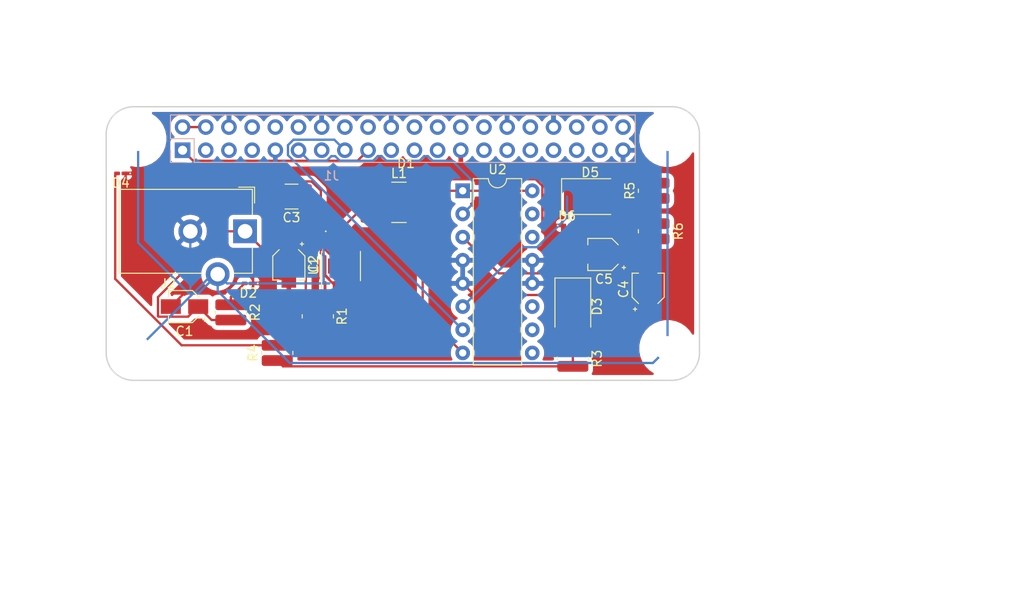
<source format=kicad_pcb>
(kicad_pcb (version 20171130) (host pcbnew "(5.1.9)-1")

  (general
    (thickness 1.6)
    (drawings 20)
    (tracks 181)
    (zones 0)
    (modules 26)
    (nets 50)
  )

  (page A4)
  (title_block
    (title "Raspberry Pi Zero (W) uHAT Template Board")
    (date 2019-02-28)
    (rev 1.0)
    (comment 1 "This PCB design is licensed under MIT Open Source License.")
  )

  (layers
    (0 F.Cu signal)
    (31 B.Cu signal)
    (32 B.Adhes user)
    (33 F.Adhes user)
    (34 B.Paste user)
    (35 F.Paste user)
    (36 B.SilkS user)
    (37 F.SilkS user)
    (38 B.Mask user)
    (39 F.Mask user)
    (40 Dwgs.User user)
    (41 Cmts.User user)
    (42 Eco1.User user)
    (43 Eco2.User user)
    (44 Edge.Cuts user)
    (45 Margin user)
    (46 B.CrtYd user)
    (47 F.CrtYd user)
    (48 B.Fab user hide)
    (49 F.Fab user hide)
  )

  (setup
    (last_trace_width 0.25)
    (trace_clearance 0.18)
    (zone_clearance 0.508)
    (zone_45_only no)
    (trace_min 0.006)
    (via_size 0.8)
    (via_drill 0.4)
    (via_min_size 0.027)
    (via_min_drill 0.013)
    (uvia_size 0.3)
    (uvia_drill 0.1)
    (uvias_allowed no)
    (uvia_min_size 0.027)
    (uvia_min_drill 0.013)
    (edge_width 0.15)
    (segment_width 0.2)
    (pcb_text_width 0.3)
    (pcb_text_size 1.5 1.5)
    (mod_edge_width 0.15)
    (mod_text_size 1 1)
    (mod_text_width 0.15)
    (pad_size 1.524 1.524)
    (pad_drill 0.762)
    (pad_to_mask_clearance 0.002)
    (aux_axis_origin 0 0)
    (grid_origin 121.032 94.568)
    (visible_elements 7FFFFFFF)
    (pcbplotparams
      (layerselection 0x010fc_ffffffff)
      (usegerberextensions false)
      (usegerberattributes false)
      (usegerberadvancedattributes false)
      (creategerberjobfile false)
      (excludeedgelayer true)
      (linewidth 0.100000)
      (plotframeref false)
      (viasonmask false)
      (mode 1)
      (useauxorigin false)
      (hpglpennumber 1)
      (hpglpenspeed 20)
      (hpglpendiameter 15.000000)
      (psnegative false)
      (psa4output false)
      (plotreference true)
      (plotvalue true)
      (plotinvisibletext false)
      (padsonsilk false)
      (subtractmaskfromsilk false)
      (outputformat 1)
      (mirror false)
      (drillshape 1)
      (scaleselection 1)
      (outputdirectory ""))
  )

  (net 0 "")
  (net 1 +3V3)
  (net 2 +5V)
  (net 3 /GPIO2_SDA1)
  (net 4 /GPIO3_SCL1)
  (net 5 GND)
  (net 6 /GPIO4_GPIO_GCLK)
  (net 7 /GPIO14_TXD0)
  (net 8 /GPIO15_RXD0)
  (net 9 /GPIO18_GEN1)
  (net 10 /GPIO27_GEN2)
  (net 11 /GPIO23_GEN4)
  (net 12 /GPIO24_GEN5)
  (net 13 /GPIO10_SPI_MOSI)
  (net 14 /GPIO9_SPI_MISO)
  (net 15 /GPIO25_GEN6)
  (net 16 /GPIO11_SPI_SCLK)
  (net 17 /GPIO8_SPI_CE0_N)
  (net 18 /GPIO7_SPI_CE1_N)
  (net 19 /ID_SD)
  (net 20 /ID_SC)
  (net 21 /GPIO5)
  (net 22 /GPIO6)
  (net 23 /GPIO12)
  (net 24 /GPIO13)
  (net 25 /GPIO19)
  (net 26 /GPIO16)
  (net 27 /GPIO26)
  (net 28 /GPIO20)
  (net 29 /GPIO21)
  (net 30 12Vcc)
  (net 31 5Vcc)
  (net 32 "Net-(C4-Pad1)")
  (net 33 "Net-(C5-Pad1)")
  (net 34 "Net-(D1-Pad2)")
  (net 35 "Net-(D2-Pad2)")
  (net 36 /Led_Status/Motor_Status_Led_1)
  (net 37 "Net-(D4-Pad2)")
  (net 38 /Led_Status/Motor_Status_Led_2)
  (net 39 "Net-(D6-Pad2)")
  (net 40 GPIO_17)
  (net 41 GPIO_22)
  (net 42 "Net-(U1-Pad10)")
  (net 43 "Net-(U1-Pad11)")
  (net 44 "Net-(U1-Pad5)")
  (net 45 "Net-(U2-Pad9)")
  (net 46 "Net-(U2-Pad10)")
  (net 47 "Net-(U2-Pad11)")
  (net 48 "Net-(U2-Pad14)")
  (net 49 "Net-(U2-Pad15)")

  (net_class Default "This is the default net class."
    (clearance 0.18)
    (trace_width 0.25)
    (via_dia 0.8)
    (via_drill 0.4)
    (uvia_dia 0.3)
    (uvia_drill 0.1)
    (add_net +3V3)
    (add_net +5V)
    (add_net /GPIO10_SPI_MOSI)
    (add_net /GPIO11_SPI_SCLK)
    (add_net /GPIO12)
    (add_net /GPIO13)
    (add_net /GPIO14_TXD0)
    (add_net /GPIO15_RXD0)
    (add_net /GPIO16)
    (add_net /GPIO18_GEN1)
    (add_net /GPIO19)
    (add_net /GPIO20)
    (add_net /GPIO21)
    (add_net /GPIO23_GEN4)
    (add_net /GPIO24_GEN5)
    (add_net /GPIO25_GEN6)
    (add_net /GPIO26)
    (add_net /GPIO27_GEN2)
    (add_net /GPIO2_SDA1)
    (add_net /GPIO3_SCL1)
    (add_net /GPIO4_GPIO_GCLK)
    (add_net /GPIO5)
    (add_net /GPIO6)
    (add_net /GPIO7_SPI_CE1_N)
    (add_net /GPIO8_SPI_CE0_N)
    (add_net /GPIO9_SPI_MISO)
    (add_net /ID_SC)
    (add_net /ID_SD)
    (add_net /Led_Status/Motor_Status_Led_1)
    (add_net /Led_Status/Motor_Status_Led_2)
    (add_net 12Vcc)
    (add_net 5Vcc)
    (add_net GND)
    (add_net GPIO_17)
    (add_net GPIO_22)
    (add_net "Net-(C4-Pad1)")
    (add_net "Net-(C5-Pad1)")
    (add_net "Net-(D1-Pad2)")
    (add_net "Net-(D2-Pad2)")
    (add_net "Net-(D4-Pad2)")
    (add_net "Net-(D6-Pad2)")
    (add_net "Net-(U1-Pad10)")
    (add_net "Net-(U1-Pad11)")
    (add_net "Net-(U1-Pad5)")
    (add_net "Net-(U2-Pad10)")
    (add_net "Net-(U2-Pad11)")
    (add_net "Net-(U2-Pad14)")
    (add_net "Net-(U2-Pad15)")
    (add_net "Net-(U2-Pad9)")
  )

  (module lib:PinSocket_2x20_P2.54mm_Vertical_Centered_Anchor (layer B.Cu) (tedit 5C78E1B8) (tstamp 5C78EB08)
    (at 125.902 95.838 270)
    (descr "Through hole straight socket strip, 2x20, 2.54mm pitch, double cols (from Kicad 4.0.7), script generated")
    (tags "Through hole socket strip THT 2x20 2.54mm double row")
    (path /5C77771F)
    (fp_text reference J1 (at 2.8 -16.3) (layer B.SilkS)
      (effects (font (size 1 1) (thickness 0.15)) (justify mirror))
    )
    (fp_text value GPIO_CONNECTOR (at 2.7 -27.3) (layer B.Fab)
      (effects (font (size 1 1) (thickness 0.15)) (justify mirror))
    )
    (fp_line (start -3.81 1.27) (end 0.27 1.27) (layer B.Fab) (width 0.1))
    (fp_line (start 0.27 1.27) (end 1.27 0.27) (layer B.Fab) (width 0.1))
    (fp_line (start 1.27 0.27) (end 1.27 -49.53) (layer B.Fab) (width 0.1))
    (fp_line (start 1.27 -49.53) (end -3.81 -49.53) (layer B.Fab) (width 0.1))
    (fp_line (start -3.81 -49.53) (end -3.81 1.27) (layer B.Fab) (width 0.1))
    (fp_line (start -3.87 1.33) (end -1.27 1.33) (layer B.SilkS) (width 0.12))
    (fp_line (start -3.87 1.33) (end -3.87 -49.59) (layer B.SilkS) (width 0.12))
    (fp_line (start -3.87 -49.59) (end 1.33 -49.59) (layer B.SilkS) (width 0.12))
    (fp_line (start 1.33 -1.27) (end 1.33 -49.59) (layer B.SilkS) (width 0.12))
    (fp_line (start -1.27 -1.27) (end 1.33 -1.27) (layer B.SilkS) (width 0.12))
    (fp_line (start -1.27 1.33) (end -1.27 -1.27) (layer B.SilkS) (width 0.12))
    (fp_line (start 1.33 1.33) (end 1.33 0) (layer B.SilkS) (width 0.12))
    (fp_line (start 0 1.33) (end 1.33 1.33) (layer B.SilkS) (width 0.12))
    (fp_line (start -4.34 1.8) (end 1.76 1.8) (layer B.CrtYd) (width 0.05))
    (fp_line (start 1.76 1.8) (end 1.76 -50) (layer B.CrtYd) (width 0.05))
    (fp_line (start 1.76 -50) (end -4.34 -50) (layer B.CrtYd) (width 0.05))
    (fp_line (start -4.34 -50) (end -4.34 1.8) (layer B.CrtYd) (width 0.05))
    (fp_text user %R (at 2.8 -18.3 180) (layer B.Fab)
      (effects (font (size 1 1) (thickness 0.15)) (justify mirror))
    )
    (pad 1 thru_hole rect (at 0 0 270) (size 1.7 1.7) (drill 1) (layers *.Cu *.Mask)
      (net 1 +3V3))
    (pad 2 thru_hole oval (at -2.54 0 270) (size 1.7 1.7) (drill 1) (layers *.Cu *.Mask)
      (net 2 +5V))
    (pad 3 thru_hole oval (at 0 -2.54 270) (size 1.7 1.7) (drill 1) (layers *.Cu *.Mask)
      (net 3 /GPIO2_SDA1))
    (pad 4 thru_hole oval (at -2.54 -2.54 270) (size 1.7 1.7) (drill 1) (layers *.Cu *.Mask)
      (net 2 +5V))
    (pad 5 thru_hole oval (at 0 -5.08 270) (size 1.7 1.7) (drill 1) (layers *.Cu *.Mask)
      (net 4 /GPIO3_SCL1))
    (pad 6 thru_hole oval (at -2.54 -5.08 270) (size 1.7 1.7) (drill 1) (layers *.Cu *.Mask)
      (net 5 GND))
    (pad 7 thru_hole oval (at 0 -7.62 270) (size 1.7 1.7) (drill 1) (layers *.Cu *.Mask)
      (net 6 /GPIO4_GPIO_GCLK))
    (pad 8 thru_hole oval (at -2.54 -7.62 270) (size 1.7 1.7) (drill 1) (layers *.Cu *.Mask)
      (net 7 /GPIO14_TXD0))
    (pad 9 thru_hole oval (at 0 -10.16 270) (size 1.7 1.7) (drill 1) (layers *.Cu *.Mask)
      (net 5 GND))
    (pad 10 thru_hole oval (at -2.54 -10.16 270) (size 1.7 1.7) (drill 1) (layers *.Cu *.Mask)
      (net 8 /GPIO15_RXD0))
    (pad 11 thru_hole oval (at 0 -12.7 270) (size 1.7 1.7) (drill 1) (layers *.Cu *.Mask)
      (net 40 GPIO_17))
    (pad 12 thru_hole oval (at -2.54 -12.7 270) (size 1.7 1.7) (drill 1) (layers *.Cu *.Mask)
      (net 9 /GPIO18_GEN1))
    (pad 13 thru_hole oval (at 0 -15.24 270) (size 1.7 1.7) (drill 1) (layers *.Cu *.Mask)
      (net 10 /GPIO27_GEN2))
    (pad 14 thru_hole oval (at -2.54 -15.24 270) (size 1.7 1.7) (drill 1) (layers *.Cu *.Mask)
      (net 5 GND))
    (pad 15 thru_hole oval (at 0 -17.78 270) (size 1.7 1.7) (drill 1) (layers *.Cu *.Mask)
      (net 41 GPIO_22))
    (pad 16 thru_hole oval (at -2.54 -17.78 270) (size 1.7 1.7) (drill 1) (layers *.Cu *.Mask)
      (net 11 /GPIO23_GEN4))
    (pad 17 thru_hole oval (at 0 -20.32 270) (size 1.7 1.7) (drill 1) (layers *.Cu *.Mask)
      (net 1 +3V3))
    (pad 18 thru_hole oval (at -2.54 -20.32 270) (size 1.7 1.7) (drill 1) (layers *.Cu *.Mask)
      (net 12 /GPIO24_GEN5))
    (pad 19 thru_hole oval (at 0 -22.86 270) (size 1.7 1.7) (drill 1) (layers *.Cu *.Mask)
      (net 13 /GPIO10_SPI_MOSI))
    (pad 20 thru_hole oval (at -2.54 -22.86 270) (size 1.7 1.7) (drill 1) (layers *.Cu *.Mask)
      (net 5 GND))
    (pad 21 thru_hole oval (at 0 -25.4 270) (size 1.7 1.7) (drill 1) (layers *.Cu *.Mask)
      (net 14 /GPIO9_SPI_MISO))
    (pad 22 thru_hole oval (at -2.54 -25.4 270) (size 1.7 1.7) (drill 1) (layers *.Cu *.Mask)
      (net 15 /GPIO25_GEN6))
    (pad 23 thru_hole oval (at 0 -27.94 270) (size 1.7 1.7) (drill 1) (layers *.Cu *.Mask)
      (net 16 /GPIO11_SPI_SCLK))
    (pad 24 thru_hole oval (at -2.54 -27.94 270) (size 1.7 1.7) (drill 1) (layers *.Cu *.Mask)
      (net 17 /GPIO8_SPI_CE0_N))
    (pad 25 thru_hole oval (at 0 -30.48 270) (size 1.7 1.7) (drill 1) (layers *.Cu *.Mask)
      (net 5 GND))
    (pad 26 thru_hole oval (at -2.54 -30.48 270) (size 1.7 1.7) (drill 1) (layers *.Cu *.Mask)
      (net 18 /GPIO7_SPI_CE1_N))
    (pad 27 thru_hole oval (at 0 -33.02 270) (size 1.7 1.7) (drill 1) (layers *.Cu *.Mask)
      (net 19 /ID_SD))
    (pad 28 thru_hole oval (at -2.54 -33.02 270) (size 1.7 1.7) (drill 1) (layers *.Cu *.Mask)
      (net 20 /ID_SC))
    (pad 29 thru_hole oval (at 0 -35.56 270) (size 1.7 1.7) (drill 1) (layers *.Cu *.Mask)
      (net 21 /GPIO5))
    (pad 30 thru_hole oval (at -2.54 -35.56 270) (size 1.7 1.7) (drill 1) (layers *.Cu *.Mask)
      (net 5 GND))
    (pad 31 thru_hole oval (at 0 -38.1 270) (size 1.7 1.7) (drill 1) (layers *.Cu *.Mask)
      (net 22 /GPIO6))
    (pad 32 thru_hole oval (at -2.54 -38.1 270) (size 1.7 1.7) (drill 1) (layers *.Cu *.Mask)
      (net 23 /GPIO12))
    (pad 33 thru_hole oval (at 0 -40.64 270) (size 1.7 1.7) (drill 1) (layers *.Cu *.Mask)
      (net 24 /GPIO13))
    (pad 34 thru_hole oval (at -2.54 -40.64 270) (size 1.7 1.7) (drill 1) (layers *.Cu *.Mask)
      (net 5 GND))
    (pad 35 thru_hole oval (at 0 -43.18 270) (size 1.7 1.7) (drill 1) (layers *.Cu *.Mask)
      (net 25 /GPIO19))
    (pad 36 thru_hole oval (at -2.54 -43.18 270) (size 1.7 1.7) (drill 1) (layers *.Cu *.Mask)
      (net 26 /GPIO16))
    (pad 37 thru_hole oval (at 0 -45.72 270) (size 1.7 1.7) (drill 1) (layers *.Cu *.Mask)
      (net 27 /GPIO26))
    (pad 38 thru_hole oval (at -2.54 -45.72 270) (size 1.7 1.7) (drill 1) (layers *.Cu *.Mask)
      (net 28 /GPIO20))
    (pad 39 thru_hole oval (at 0 -48.26 270) (size 1.7 1.7) (drill 1) (layers *.Cu *.Mask)
      (net 5 GND))
    (pad 40 thru_hole oval (at -2.54 -48.26 270) (size 1.7 1.7) (drill 1) (layers *.Cu *.Mask)
      (net 29 /GPIO21))
    (model ${KISYS3DMOD}/Connector_PinSocket_2.54mm.3dshapes/PinSocket_2x20_P2.54mm_Vertical.wrl
      (at (xyz 0 0 0))
      (scale (xyz 1 1 1))
      (rotate (xyz 0 0 0))
    )
  )

  (module lib:MountingHole_2.7mm_M2.5_uHAT_RPi locked (layer F.Cu) (tedit 5C78B840) (tstamp 5C78BBE2)
    (at 121.032 94.568)
    (descr "Mounting Hole 2.7mm, no annular, M2.5")
    (tags "mounting hole 2.7mm no annular m2.5")
    (path /5C7C4C81)
    (attr virtual)
    (fp_text reference H1 (at 0 -3.7) (layer F.SilkS) hide
      (effects (font (size 1 1) (thickness 0.15)))
    )
    (fp_text value MountingHole (at 0 3.7) (layer F.Fab) hide
      (effects (font (size 1 1) (thickness 0.15)))
    )
    (fp_circle (center 0 0) (end 2.7 0) (layer Cmts.User) (width 0.15))
    (fp_circle (center 0 0) (end 2.95 0) (layer F.CrtYd) (width 0.05))
    (fp_text user %R (at 0.3 0) (layer F.Fab)
      (effects (font (size 1 1) (thickness 0.15)))
    )
    (pad "" np_thru_hole circle (at 0 0) (size 2.7 2.7) (drill 2.7) (layers *.Cu *.Mask)
      (clearance 1.75))
  )

  (module lib:MountingHole_2.7mm_M2.5_uHAT_RPi locked (layer F.Cu) (tedit 5C78B867) (tstamp 5C78BBE9)
    (at 179.032 94.568)
    (descr "Mounting Hole 2.7mm, no annular, M2.5")
    (tags "mounting hole 2.7mm no annular m2.5")
    (path /5C7C7FBC)
    (attr virtual)
    (fp_text reference H2 (at 0 -3.7) (layer F.SilkS) hide
      (effects (font (size 1 1) (thickness 0.15)))
    )
    (fp_text value MountingHole (at 0 3.7) (layer F.Fab) hide
      (effects (font (size 1 1) (thickness 0.15)))
    )
    (fp_circle (center 0 0) (end 2.95 0) (layer F.CrtYd) (width 0.05))
    (fp_circle (center 0 0) (end 2.7 0) (layer Cmts.User) (width 0.15))
    (fp_text user %R (at 0.3 0) (layer F.Fab)
      (effects (font (size 1 1) (thickness 0.15)))
    )
    (pad "" np_thru_hole circle (at 0 0) (size 2.7 2.7) (drill 2.7) (layers *.Cu *.Mask)
      (clearance 1.75))
  )

  (module lib:MountingHole_2.7mm_M2.5_uHAT_RPi locked (layer F.Cu) (tedit 5C78B860) (tstamp 5C78BBF0)
    (at 179.032 117.568)
    (descr "Mounting Hole 2.7mm, no annular, M2.5")
    (tags "mounting hole 2.7mm no annular m2.5")
    (path /5C7C8014)
    (attr virtual)
    (fp_text reference H3 (at 0 -3.7) (layer F.SilkS) hide
      (effects (font (size 1 1) (thickness 0.15)))
    )
    (fp_text value MountingHole (at 0 3.7) (layer F.Fab) hide
      (effects (font (size 1 1) (thickness 0.15)))
    )
    (fp_circle (center 0 0) (end 2.7 0) (layer Cmts.User) (width 0.15))
    (fp_circle (center 0 0) (end 2.95 0) (layer F.CrtYd) (width 0.05))
    (fp_text user %R (at 0.3 0) (layer F.Fab)
      (effects (font (size 1 1) (thickness 0.15)))
    )
    (pad "" np_thru_hole circle (at 0 0) (size 2.7 2.7) (drill 2.7) (layers *.Cu *.Mask)
      (clearance 1.75))
  )

  (module lib:MountingHole_2.7mm_M2.5_uHAT_RPi locked (layer F.Cu) (tedit 5C78B845) (tstamp 5C78BBF7)
    (at 121.032 117.568)
    (descr "Mounting Hole 2.7mm, no annular, M2.5")
    (tags "mounting hole 2.7mm no annular m2.5")
    (path /5C7C8030)
    (attr virtual)
    (fp_text reference H4 (at 0 -3.7) (layer F.SilkS) hide
      (effects (font (size 1 1) (thickness 0.15)))
    )
    (fp_text value MountingHole (at 0 3.7) (layer F.Fab) hide
      (effects (font (size 1 1) (thickness 0.15)))
    )
    (fp_circle (center 0 0) (end 2.95 0) (layer F.CrtYd) (width 0.05))
    (fp_circle (center 0 0) (end 2.7 0) (layer Cmts.User) (width 0.15))
    (fp_text user %R (at 0.3 0) (layer F.Fab)
      (effects (font (size 1 1) (thickness 0.15)))
    )
    (pad "" np_thru_hole circle (at 0 0) (size 2.7 2.7) (drill 2.7) (layers *.Cu *.Mask)
      (clearance 1.75))
  )

  (module Capacitor_SMD:C_1210_3225Metric_Pad1.33x2.70mm_HandSolder (layer F.Cu) (tedit 5F68FEEF) (tstamp 60BAC045)
    (at 137.8345 100.918 180)
    (descr "Capacitor SMD 1210 (3225 Metric), square (rectangular) end terminal, IPC_7351 nominal with elongated pad for handsoldering. (Body size source: IPC-SM-782 page 76, https://www.pcb-3d.com/wordpress/wp-content/uploads/ipc-sm-782a_amendment_1_and_2.pdf), generated with kicad-footprint-generator")
    (tags "capacitor handsolder")
    (path /60BB05C3/60BBA2B0)
    (attr smd)
    (fp_text reference C3 (at 0 -2.3) (layer F.SilkS)
      (effects (font (size 1 1) (thickness 0.15)))
    )
    (fp_text value 22u (at 0 2.3) (layer F.Fab)
      (effects (font (size 1 1) (thickness 0.15)))
    )
    (fp_line (start -1.6 1.25) (end -1.6 -1.25) (layer F.Fab) (width 0.1))
    (fp_line (start -1.6 -1.25) (end 1.6 -1.25) (layer F.Fab) (width 0.1))
    (fp_line (start 1.6 -1.25) (end 1.6 1.25) (layer F.Fab) (width 0.1))
    (fp_line (start 1.6 1.25) (end -1.6 1.25) (layer F.Fab) (width 0.1))
    (fp_line (start -0.711252 -1.36) (end 0.711252 -1.36) (layer F.SilkS) (width 0.12))
    (fp_line (start -0.711252 1.36) (end 0.711252 1.36) (layer F.SilkS) (width 0.12))
    (fp_line (start -2.48 1.6) (end -2.48 -1.6) (layer F.CrtYd) (width 0.05))
    (fp_line (start -2.48 -1.6) (end 2.48 -1.6) (layer F.CrtYd) (width 0.05))
    (fp_line (start 2.48 -1.6) (end 2.48 1.6) (layer F.CrtYd) (width 0.05))
    (fp_line (start 2.48 1.6) (end -2.48 1.6) (layer F.CrtYd) (width 0.05))
    (fp_text user %R (at 0 0) (layer F.Fab)
      (effects (font (size 0.8 0.8) (thickness 0.12)))
    )
    (pad 1 smd roundrect (at -1.5625 0 180) (size 1.325 2.7) (layers F.Cu F.Paste F.Mask) (roundrect_rratio 0.188679)
      (net 31 5Vcc))
    (pad 2 smd roundrect (at 1.5625 0 180) (size 1.325 2.7) (layers F.Cu F.Paste F.Mask) (roundrect_rratio 0.188679)
      (net 5 GND))
    (model ${KISYS3DMOD}/Capacitor_SMD.3dshapes/C_1210_3225Metric.wrl
      (at (xyz 0 0 0))
      (scale (xyz 1 1 1))
      (rotate (xyz 0 0 0))
    )
  )

  (module Diode_SMD:D_0201_0603Metric_Pad0.64x0.40mm_HandSolder locked (layer F.Cu) (tedit 5F6BBBDD) (tstamp 60BAC0A9)
    (at 142.622 104.728)
    (descr "Diode SMD 0201 (0603 Metric), square (rectangular) end terminal, IPC_7351 nominal, (Body size source: https://www.vishay.com/docs/20052/crcw0201e3.pdf), generated with kicad-footprint-generator")
    (tags "diode handsolder")
    (path /60BB05C3/60BB83A7)
    (attr smd)
    (fp_text reference D1 (at 7.754999 -7.455001) (layer F.SilkS)
      (effects (font (size 1 1) (thickness 0.15)))
    )
    (fp_text value DIODE (at 0 1.05) (layer F.Fab)
      (effects (font (size 1 1) (thickness 0.15)))
    )
    (fp_circle (center -1.035 0) (end -0.985 0) (layer F.SilkS) (width 0.1))
    (fp_line (start -0.3 0.15) (end -0.3 -0.15) (layer F.Fab) (width 0.1))
    (fp_line (start -0.3 -0.15) (end 0.3 -0.15) (layer F.Fab) (width 0.1))
    (fp_line (start 0.3 -0.15) (end 0.3 0.15) (layer F.Fab) (width 0.1))
    (fp_line (start 0.3 0.15) (end -0.3 0.15) (layer F.Fab) (width 0.1))
    (fp_line (start -0.2 0.15) (end -0.2 -0.15) (layer F.Fab) (width 0.1))
    (fp_line (start -0.1 0.15) (end -0.1 -0.15) (layer F.Fab) (width 0.1))
    (fp_line (start -0.88 0.35) (end -0.88 -0.35) (layer F.CrtYd) (width 0.05))
    (fp_line (start -0.88 -0.35) (end 0.88 -0.35) (layer F.CrtYd) (width 0.05))
    (fp_line (start 0.88 -0.35) (end 0.88 0.35) (layer F.CrtYd) (width 0.05))
    (fp_line (start 0.88 0.35) (end -0.88 0.35) (layer F.CrtYd) (width 0.05))
    (fp_text user %R (at 0 -0.68) (layer F.Fab)
      (effects (font (size 0.25 0.25) (thickness 0.04)))
    )
    (pad "" smd roundrect (at -0.4325 0) (size 0.458 0.36) (layers F.Paste) (roundrect_rratio 0.25))
    (pad "" smd roundrect (at 0.4325 0) (size 0.458 0.36) (layers F.Paste) (roundrect_rratio 0.25))
    (pad 1 smd roundrect (at -0.4075 0) (size 0.635 0.4) (layers F.Cu F.Mask) (roundrect_rratio 0.25)
      (net 5 GND))
    (pad 2 smd roundrect (at 0.4075 0) (size 0.635 0.4) (layers F.Cu F.Mask) (roundrect_rratio 0.25)
      (net 34 "Net-(D1-Pad2)"))
    (model ${KISYS3DMOD}/Diode_SMD.3dshapes/D_0201_0603Metric.wrl
      (at (xyz 0 0 0))
      (scale (xyz 1 1 1))
      (rotate (xyz 0 0 0))
    )
  )

  (module Connector_BarrelJack:BarrelJack_CUI_PJ-102AH_Horizontal locked (layer F.Cu) (tedit 5A1DBF38) (tstamp 60BAC176)
    (at 132.747 104.728 270)
    (descr "Thin-pin DC Barrel Jack, https://cdn-shop.adafruit.com/datasheets/21mmdcjackDatasheet.pdf")
    (tags "Power Jack")
    (path /60BB05C3/60BB37DD)
    (fp_text reference J2 (at 5.75 8.45) (layer F.SilkS)
      (effects (font (size 1 1) (thickness 0.15)))
    )
    (fp_text value Barrel_Jack (at -5.5 6.2) (layer F.Fab)
      (effects (font (size 1 1) (thickness 0.15)))
    )
    (fp_line (start 1.8 -1.8) (end 1.8 -1.2) (layer F.CrtYd) (width 0.05))
    (fp_line (start 1.8 -1.2) (end 5 -1.2) (layer F.CrtYd) (width 0.05))
    (fp_line (start 5 -1.2) (end 5 1.2) (layer F.CrtYd) (width 0.05))
    (fp_line (start 5 1.2) (end 6.5 1.2) (layer F.CrtYd) (width 0.05))
    (fp_line (start 6.5 1.2) (end 6.5 4.8) (layer F.CrtYd) (width 0.05))
    (fp_line (start 6.5 4.8) (end 5 4.8) (layer F.CrtYd) (width 0.05))
    (fp_line (start 5 4.8) (end 5 14.2) (layer F.CrtYd) (width 0.05))
    (fp_line (start 5 14.2) (end -5 14.2) (layer F.CrtYd) (width 0.05))
    (fp_line (start -5 14.2) (end -5 -1.2) (layer F.CrtYd) (width 0.05))
    (fp_line (start -5 -1.2) (end -1.8 -1.2) (layer F.CrtYd) (width 0.05))
    (fp_line (start -1.8 -1.2) (end -1.8 -1.8) (layer F.CrtYd) (width 0.05))
    (fp_line (start -1.8 -1.8) (end 1.8 -1.8) (layer F.CrtYd) (width 0.05))
    (fp_line (start 4.6 4.8) (end 4.6 13.8) (layer F.SilkS) (width 0.12))
    (fp_line (start 4.6 13.8) (end -4.6 13.8) (layer F.SilkS) (width 0.12))
    (fp_line (start -4.6 13.8) (end -4.6 -0.8) (layer F.SilkS) (width 0.12))
    (fp_line (start -4.6 -0.8) (end -1.8 -0.8) (layer F.SilkS) (width 0.12))
    (fp_line (start 1.8 -0.8) (end 4.6 -0.8) (layer F.SilkS) (width 0.12))
    (fp_line (start 4.6 -0.8) (end 4.6 1.2) (layer F.SilkS) (width 0.12))
    (fp_line (start -4.84 0.7) (end -4.84 -1.04) (layer F.SilkS) (width 0.12))
    (fp_line (start -4.84 -1.04) (end -3.1 -1.04) (layer F.SilkS) (width 0.12))
    (fp_line (start 4.5 -0.7) (end 4.5 13.7) (layer F.Fab) (width 0.1))
    (fp_line (start 4.5 13.7) (end -4.5 13.7) (layer F.Fab) (width 0.1))
    (fp_line (start -4.5 13.7) (end -4.5 0.3) (layer F.Fab) (width 0.1))
    (fp_line (start -4.5 0.3) (end -3.5 -0.7) (layer F.Fab) (width 0.1))
    (fp_line (start -3.5 -0.7) (end 4.5 -0.7) (layer F.Fab) (width 0.1))
    (fp_line (start -4.5 10.2) (end 4.5 10.2) (layer F.Fab) (width 0.1))
    (fp_text user %R (at 0 6.5 90) (layer F.Fab)
      (effects (font (size 1 1) (thickness 0.15)))
    )
    (pad 1 thru_hole rect (at 0 0 270) (size 2.6 2.6) (drill 1.6) (layers *.Cu *.Mask)
      (net 30 12Vcc))
    (pad 2 thru_hole circle (at 0 6 270) (size 2.6 2.6) (drill 1.6) (layers *.Cu *.Mask)
      (net 5 GND))
    (pad 3 thru_hole circle (at 4.7 3 270) (size 2.6 2.6) (drill 1.6) (layers *.Cu *.Mask))
    (model ${KISYS3DMOD}/Connector_BarrelJack.3dshapes/BarrelJack_CUI_PJ-102AH_Horizontal.wrl
      (at (xyz 0 0 0))
      (scale (xyz 1 1 1))
      (rotate (xyz 0 0 0))
    )
  )

  (module Inductor_SMD:L_2816_7142Metric_Pad3.20x4.45mm_HandSolder locked (layer F.Cu) (tedit 5F68FEF0) (tstamp 60BAC187)
    (at 149.607 101.553)
    (descr "Inductor SMD 2816 (7142 Metric), square (rectangular) end terminal, IPC_7351 nominal with elongated pad for handsoldering. (Body size from: https://www.vishay.com/docs/30100/wsl.pdf), generated with kicad-footprint-generator")
    (tags "inductor handsolder")
    (path /60BB05C3/60BB7502)
    (attr smd)
    (fp_text reference L1 (at 0 -3.18) (layer F.SilkS)
      (effects (font (size 1 1) (thickness 0.15)))
    )
    (fp_text value 100u (at 0 3.18) (layer F.Fab)
      (effects (font (size 1 1) (thickness 0.15)))
    )
    (fp_line (start -3.55 2.1) (end -3.55 -2.1) (layer F.Fab) (width 0.1))
    (fp_line (start -3.55 -2.1) (end 3.55 -2.1) (layer F.Fab) (width 0.1))
    (fp_line (start 3.55 -2.1) (end 3.55 2.1) (layer F.Fab) (width 0.1))
    (fp_line (start 3.55 2.1) (end -3.55 2.1) (layer F.Fab) (width 0.1))
    (fp_line (start -0.797369 -2.21) (end 0.797369 -2.21) (layer F.SilkS) (width 0.12))
    (fp_line (start -0.797369 2.21) (end 0.797369 2.21) (layer F.SilkS) (width 0.12))
    (fp_line (start -4.45 2.48) (end -4.45 -2.48) (layer F.CrtYd) (width 0.05))
    (fp_line (start -4.45 -2.48) (end 4.45 -2.48) (layer F.CrtYd) (width 0.05))
    (fp_line (start 4.45 -2.48) (end 4.45 2.48) (layer F.CrtYd) (width 0.05))
    (fp_line (start 4.45 2.48) (end -4.45 2.48) (layer F.CrtYd) (width 0.05))
    (fp_text user %R (at 0 0) (layer F.Fab)
      (effects (font (size 1 1) (thickness 0.15)))
    )
    (pad 1 smd roundrect (at -2.6 0) (size 3.2 4.45) (layers F.Cu F.Paste F.Mask) (roundrect_rratio 0.078125)
      (net 34 "Net-(D1-Pad2)"))
    (pad 2 smd roundrect (at 2.6 0) (size 3.2 4.45) (layers F.Cu F.Paste F.Mask) (roundrect_rratio 0.078125)
      (net 31 5Vcc))
    (model ${KISYS3DMOD}/Inductor_SMD.3dshapes/L_2816_7142Metric.wrl
      (at (xyz 0 0 0))
      (scale (xyz 1 1 1))
      (rotate (xyz 0 0 0))
    )
  )

  (module Resistor_SMD:R_0612_1632Metric_Pad1.18x3.40mm_HandSolder locked (layer F.Cu) (tedit 5F68FEEE) (tstamp 60BAC198)
    (at 140.717 114.0505 270)
    (descr "Resistor SMD 0612 (1632 Metric), square (rectangular) end terminal, IPC_7351 nominal with elongated pad for handsoldering. (Body size source: https://www.vishay.com/docs/20019/rcwe.pdf), generated with kicad-footprint-generator")
    (tags "resistor handsolder")
    (path /60BB05C3/60BBAAFF)
    (attr smd)
    (fp_text reference R1 (at 0 -2.65 90) (layer F.SilkS)
      (effects (font (size 1 1) (thickness 0.15)))
    )
    (fp_text value 13.2 (at 0 2.65 90) (layer F.Fab)
      (effects (font (size 1 1) (thickness 0.15)))
    )
    (fp_line (start 1.68 1.95) (end -1.68 1.95) (layer F.CrtYd) (width 0.05))
    (fp_line (start 1.68 -1.95) (end 1.68 1.95) (layer F.CrtYd) (width 0.05))
    (fp_line (start -1.68 -1.95) (end 1.68 -1.95) (layer F.CrtYd) (width 0.05))
    (fp_line (start -1.68 1.95) (end -1.68 -1.95) (layer F.CrtYd) (width 0.05))
    (fp_line (start -0.182983 1.71) (end 0.182983 1.71) (layer F.SilkS) (width 0.12))
    (fp_line (start -0.182983 -1.71) (end 0.182983 -1.71) (layer F.SilkS) (width 0.12))
    (fp_line (start 0.8 1.6) (end -0.8 1.6) (layer F.Fab) (width 0.1))
    (fp_line (start 0.8 -1.6) (end 0.8 1.6) (layer F.Fab) (width 0.1))
    (fp_line (start -0.8 -1.6) (end 0.8 -1.6) (layer F.Fab) (width 0.1))
    (fp_line (start -0.8 1.6) (end -0.8 -1.6) (layer F.Fab) (width 0.1))
    (fp_text user %R (at 0 0 90) (layer F.Fab)
      (effects (font (size 0.4 0.4) (thickness 0.06)))
    )
    (pad 2 smd roundrect (at 0.8375 0 270) (size 1.175 3.4) (layers F.Cu F.Paste F.Mask) (roundrect_rratio 0.212766)
      (net 5 GND))
    (pad 1 smd roundrect (at -0.8375 0 270) (size 1.175 3.4) (layers F.Cu F.Paste F.Mask) (roundrect_rratio 0.212766)
      (net 31 5Vcc))
    (model ${KISYS3DMOD}/Resistor_SMD.3dshapes/R_0612_1632Metric.wrl
      (at (xyz 0 0 0))
      (scale (xyz 1 1 1))
      (rotate (xyz 0 0 0))
    )
  )

  (module Resistor_SMD:R_0612_1632Metric_Pad1.18x3.40mm_HandSolder (layer F.Cu) (tedit 5F68FEEE) (tstamp 60BAC1A9)
    (at 131.192 113.618 270)
    (descr "Resistor SMD 0612 (1632 Metric), square (rectangular) end terminal, IPC_7351 nominal with elongated pad for handsoldering. (Body size source: https://www.vishay.com/docs/20019/rcwe.pdf), generated with kicad-footprint-generator")
    (tags "resistor handsolder")
    (path /60BB1C51/60BCB5A7)
    (attr smd)
    (fp_text reference R2 (at 0 -2.65 90) (layer F.SilkS)
      (effects (font (size 1 1) (thickness 0.15)))
    )
    (fp_text value 10k (at 0 2.65 90) (layer F.Fab)
      (effects (font (size 1 1) (thickness 0.15)))
    )
    (fp_line (start -0.8 1.6) (end -0.8 -1.6) (layer F.Fab) (width 0.1))
    (fp_line (start -0.8 -1.6) (end 0.8 -1.6) (layer F.Fab) (width 0.1))
    (fp_line (start 0.8 -1.6) (end 0.8 1.6) (layer F.Fab) (width 0.1))
    (fp_line (start 0.8 1.6) (end -0.8 1.6) (layer F.Fab) (width 0.1))
    (fp_line (start -0.182983 -1.71) (end 0.182983 -1.71) (layer F.SilkS) (width 0.12))
    (fp_line (start -0.182983 1.71) (end 0.182983 1.71) (layer F.SilkS) (width 0.12))
    (fp_line (start -1.68 1.95) (end -1.68 -1.95) (layer F.CrtYd) (width 0.05))
    (fp_line (start -1.68 -1.95) (end 1.68 -1.95) (layer F.CrtYd) (width 0.05))
    (fp_line (start 1.68 -1.95) (end 1.68 1.95) (layer F.CrtYd) (width 0.05))
    (fp_line (start 1.68 1.95) (end -1.68 1.95) (layer F.CrtYd) (width 0.05))
    (fp_text user %R (at 0 0 90) (layer F.Fab)
      (effects (font (size 0.4 0.4) (thickness 0.06)))
    )
    (pad 1 smd roundrect (at -0.8375 0 270) (size 1.175 3.4) (layers F.Cu F.Paste F.Mask) (roundrect_rratio 0.212766)
      (net 35 "Net-(D2-Pad2)"))
    (pad 2 smd roundrect (at 0.8375 0 270) (size 1.175 3.4) (layers F.Cu F.Paste F.Mask) (roundrect_rratio 0.212766)
      (net 30 12Vcc))
    (model ${KISYS3DMOD}/Resistor_SMD.3dshapes/R_0612_1632Metric.wrl
      (at (xyz 0 0 0))
      (scale (xyz 1 1 1))
      (rotate (xyz 0 0 0))
    )
  )

  (module Resistor_SMD:R_0612_1632Metric_Pad1.18x3.40mm_HandSolder (layer F.Cu) (tedit 5F68FEEE) (tstamp 60BAC1BA)
    (at 168.657 118.698 270)
    (descr "Resistor SMD 0612 (1632 Metric), square (rectangular) end terminal, IPC_7351 nominal with elongated pad for handsoldering. (Body size source: https://www.vishay.com/docs/20019/rcwe.pdf), generated with kicad-footprint-generator")
    (tags "resistor handsolder")
    (path /60BB1C51/60BF133D)
    (attr smd)
    (fp_text reference R3 (at 0 -2.65 90) (layer F.SilkS)
      (effects (font (size 1 1) (thickness 0.15)))
    )
    (fp_text value 3k (at 0 2.65 90) (layer F.Fab)
      (effects (font (size 1 1) (thickness 0.15)))
    )
    (fp_line (start 1.68 1.95) (end -1.68 1.95) (layer F.CrtYd) (width 0.05))
    (fp_line (start 1.68 -1.95) (end 1.68 1.95) (layer F.CrtYd) (width 0.05))
    (fp_line (start -1.68 -1.95) (end 1.68 -1.95) (layer F.CrtYd) (width 0.05))
    (fp_line (start -1.68 1.95) (end -1.68 -1.95) (layer F.CrtYd) (width 0.05))
    (fp_line (start -0.182983 1.71) (end 0.182983 1.71) (layer F.SilkS) (width 0.12))
    (fp_line (start -0.182983 -1.71) (end 0.182983 -1.71) (layer F.SilkS) (width 0.12))
    (fp_line (start 0.8 1.6) (end -0.8 1.6) (layer F.Fab) (width 0.1))
    (fp_line (start 0.8 -1.6) (end 0.8 1.6) (layer F.Fab) (width 0.1))
    (fp_line (start -0.8 -1.6) (end 0.8 -1.6) (layer F.Fab) (width 0.1))
    (fp_line (start -0.8 1.6) (end -0.8 -1.6) (layer F.Fab) (width 0.1))
    (fp_text user %R (at 0 0 90) (layer F.Fab)
      (effects (font (size 0.4 0.4) (thickness 0.06)))
    )
    (pad 2 smd roundrect (at 0.8375 0 270) (size 1.175 3.4) (layers F.Cu F.Paste F.Mask) (roundrect_rratio 0.212766)
      (net 32 "Net-(C4-Pad1)"))
    (pad 1 smd roundrect (at -0.8375 0 270) (size 1.175 3.4) (layers F.Cu F.Paste F.Mask) (roundrect_rratio 0.212766)
      (net 32 "Net-(C4-Pad1)"))
    (model ${KISYS3DMOD}/Resistor_SMD.3dshapes/R_0612_1632Metric.wrl
      (at (xyz 0 0 0))
      (scale (xyz 1 1 1))
      (rotate (xyz 0 0 0))
    )
  )

  (module Resistor_SMD:R_0612_1632Metric_Pad1.18x3.40mm_HandSolder (layer F.Cu) (tedit 5F68FEEE) (tstamp 60BAC1CB)
    (at 136.272 118.063 90)
    (descr "Resistor SMD 0612 (1632 Metric), square (rectangular) end terminal, IPC_7351 nominal with elongated pad for handsoldering. (Body size source: https://www.vishay.com/docs/20019/rcwe.pdf), generated with kicad-footprint-generator")
    (tags "resistor handsolder")
    (path /60BB1C51/60BF135B)
    (attr smd)
    (fp_text reference R4 (at 0 -2.65 90) (layer F.SilkS)
      (effects (font (size 1 1) (thickness 0.15)))
    )
    (fp_text value 20k (at 0 2.65 90) (layer F.Fab)
      (effects (font (size 1 1) (thickness 0.15)))
    )
    (fp_line (start -0.8 1.6) (end -0.8 -1.6) (layer F.Fab) (width 0.1))
    (fp_line (start -0.8 -1.6) (end 0.8 -1.6) (layer F.Fab) (width 0.1))
    (fp_line (start 0.8 -1.6) (end 0.8 1.6) (layer F.Fab) (width 0.1))
    (fp_line (start 0.8 1.6) (end -0.8 1.6) (layer F.Fab) (width 0.1))
    (fp_line (start -0.182983 -1.71) (end 0.182983 -1.71) (layer F.SilkS) (width 0.12))
    (fp_line (start -0.182983 1.71) (end 0.182983 1.71) (layer F.SilkS) (width 0.12))
    (fp_line (start -1.68 1.95) (end -1.68 -1.95) (layer F.CrtYd) (width 0.05))
    (fp_line (start -1.68 -1.95) (end 1.68 -1.95) (layer F.CrtYd) (width 0.05))
    (fp_line (start 1.68 -1.95) (end 1.68 1.95) (layer F.CrtYd) (width 0.05))
    (fp_line (start 1.68 1.95) (end -1.68 1.95) (layer F.CrtYd) (width 0.05))
    (fp_text user %R (at 0 0 90) (layer F.Fab)
      (effects (font (size 0.4 0.4) (thickness 0.06)))
    )
    (pad 1 smd roundrect (at -0.8375 0 90) (size 1.175 3.4) (layers F.Cu F.Paste F.Mask) (roundrect_rratio 0.212766)
      (net 32 "Net-(C4-Pad1)"))
    (pad 2 smd roundrect (at 0.8375 0 90) (size 1.175 3.4) (layers F.Cu F.Paste F.Mask) (roundrect_rratio 0.212766)
      (net 37 "Net-(D4-Pad2)"))
    (model ${KISYS3DMOD}/Resistor_SMD.3dshapes/R_0612_1632Metric.wrl
      (at (xyz 0 0 0))
      (scale (xyz 1 1 1))
      (rotate (xyz 0 0 0))
    )
  )

  (module Resistor_SMD:R_0612_1632Metric_Pad1.18x3.40mm_HandSolder locked (layer F.Cu) (tedit 5F68FEEE) (tstamp 60BAC1DC)
    (at 177.547 100.283 90)
    (descr "Resistor SMD 0612 (1632 Metric), square (rectangular) end terminal, IPC_7351 nominal with elongated pad for handsoldering. (Body size source: https://www.vishay.com/docs/20019/rcwe.pdf), generated with kicad-footprint-generator")
    (tags "resistor handsolder")
    (path /60BB1C51/60BCC43F)
    (attr smd)
    (fp_text reference R5 (at 0 -2.65 90) (layer F.SilkS)
      (effects (font (size 1 1) (thickness 0.15)))
    )
    (fp_text value 3k (at 0 2.65 90) (layer F.Fab)
      (effects (font (size 1 1) (thickness 0.15)))
    )
    (fp_line (start 1.68 1.95) (end -1.68 1.95) (layer F.CrtYd) (width 0.05))
    (fp_line (start 1.68 -1.95) (end 1.68 1.95) (layer F.CrtYd) (width 0.05))
    (fp_line (start -1.68 -1.95) (end 1.68 -1.95) (layer F.CrtYd) (width 0.05))
    (fp_line (start -1.68 1.95) (end -1.68 -1.95) (layer F.CrtYd) (width 0.05))
    (fp_line (start -0.182983 1.71) (end 0.182983 1.71) (layer F.SilkS) (width 0.12))
    (fp_line (start -0.182983 -1.71) (end 0.182983 -1.71) (layer F.SilkS) (width 0.12))
    (fp_line (start 0.8 1.6) (end -0.8 1.6) (layer F.Fab) (width 0.1))
    (fp_line (start 0.8 -1.6) (end 0.8 1.6) (layer F.Fab) (width 0.1))
    (fp_line (start -0.8 -1.6) (end 0.8 -1.6) (layer F.Fab) (width 0.1))
    (fp_line (start -0.8 1.6) (end -0.8 -1.6) (layer F.Fab) (width 0.1))
    (fp_text user %R (at 0 0 90) (layer F.Fab)
      (effects (font (size 0.4 0.4) (thickness 0.06)))
    )
    (pad 2 smd roundrect (at 0.8375 0 90) (size 1.175 3.4) (layers F.Cu F.Paste F.Mask) (roundrect_rratio 0.212766)
      (net 33 "Net-(C5-Pad1)"))
    (pad 1 smd roundrect (at -0.8375 0 90) (size 1.175 3.4) (layers F.Cu F.Paste F.Mask) (roundrect_rratio 0.212766)
      (net 33 "Net-(C5-Pad1)"))
    (model ${KISYS3DMOD}/Resistor_SMD.3dshapes/R_0612_1632Metric.wrl
      (at (xyz 0 0 0))
      (scale (xyz 1 1 1))
      (rotate (xyz 0 0 0))
    )
  )

  (module Resistor_SMD:R_0612_1632Metric_Pad1.18x3.40mm_HandSolder (layer F.Cu) (tedit 5F68FEEE) (tstamp 60BAC1ED)
    (at 177.547 104.728 270)
    (descr "Resistor SMD 0612 (1632 Metric), square (rectangular) end terminal, IPC_7351 nominal with elongated pad for handsoldering. (Body size source: https://www.vishay.com/docs/20019/rcwe.pdf), generated with kicad-footprint-generator")
    (tags "resistor handsolder")
    (path /60BB1C51/60BD0220)
    (attr smd)
    (fp_text reference R6 (at 0 -2.65 90) (layer F.SilkS)
      (effects (font (size 1 1) (thickness 0.15)))
    )
    (fp_text value 20k (at 0 2.65 90) (layer F.Fab)
      (effects (font (size 1 1) (thickness 0.15)))
    )
    (fp_line (start -0.8 1.6) (end -0.8 -1.6) (layer F.Fab) (width 0.1))
    (fp_line (start -0.8 -1.6) (end 0.8 -1.6) (layer F.Fab) (width 0.1))
    (fp_line (start 0.8 -1.6) (end 0.8 1.6) (layer F.Fab) (width 0.1))
    (fp_line (start 0.8 1.6) (end -0.8 1.6) (layer F.Fab) (width 0.1))
    (fp_line (start -0.182983 -1.71) (end 0.182983 -1.71) (layer F.SilkS) (width 0.12))
    (fp_line (start -0.182983 1.71) (end 0.182983 1.71) (layer F.SilkS) (width 0.12))
    (fp_line (start -1.68 1.95) (end -1.68 -1.95) (layer F.CrtYd) (width 0.05))
    (fp_line (start -1.68 -1.95) (end 1.68 -1.95) (layer F.CrtYd) (width 0.05))
    (fp_line (start 1.68 -1.95) (end 1.68 1.95) (layer F.CrtYd) (width 0.05))
    (fp_line (start 1.68 1.95) (end -1.68 1.95) (layer F.CrtYd) (width 0.05))
    (fp_text user %R (at 0 0 90) (layer F.Fab)
      (effects (font (size 0.4 0.4) (thickness 0.06)))
    )
    (pad 1 smd roundrect (at -0.8375 0 270) (size 1.175 3.4) (layers F.Cu F.Paste F.Mask) (roundrect_rratio 0.212766)
      (net 33 "Net-(C5-Pad1)"))
    (pad 2 smd roundrect (at 0.8375 0 270) (size 1.175 3.4) (layers F.Cu F.Paste F.Mask) (roundrect_rratio 0.212766)
      (net 39 "Net-(D6-Pad2)"))
    (model ${KISYS3DMOD}/Resistor_SMD.3dshapes/R_0612_1632Metric.wrl
      (at (xyz 0 0 0))
      (scale (xyz 1 1 1))
      (rotate (xyz 0 0 0))
    )
  )

  (module Package_SO:Linear_MSOP-12-16-1EP_3x4mm_P0.5mm (layer F.Cu) (tedit 5B102207) (tstamp 60BAC20C)
    (at 143.257 108.538 90)
    (descr "12-Lead Plastic Micro Small Outline Package (MS) [MSOP], variant of MSOP-16 (see http://cds.linear.com/docs/en/datasheet/3630fd.pdf)")
    (tags "SSOP 0.5")
    (path /60BB05C3/60BB20E7)
    (attr smd)
    (fp_text reference U1 (at 0 -3 90) (layer F.SilkS)
      (effects (font (size 1 1) (thickness 0.15)))
    )
    (fp_text value LTC3638 (at 0 3 90) (layer F.Fab)
      (effects (font (size 1 1) (thickness 0.15)))
    )
    (fp_line (start -1.61 2.1295) (end 1.61 2.1295) (layer F.SilkS) (width 0.12))
    (fp_line (start -2.5 -2.1295) (end 1.61 -2.1295) (layer F.SilkS) (width 0.12))
    (fp_line (start -2.8 2.27) (end 2.8 2.27) (layer F.CrtYd) (width 0.05))
    (fp_line (start -2.8 -2.27) (end 2.8 -2.27) (layer F.CrtYd) (width 0.05))
    (fp_line (start 2.8 -2.27) (end 2.8 2.27) (layer F.CrtYd) (width 0.05))
    (fp_line (start -2.8 -2.27) (end -2.8 2.27) (layer F.CrtYd) (width 0.05))
    (fp_line (start -1.5 -1.0195) (end -0.5 -2.0195) (layer F.Fab) (width 0.1))
    (fp_line (start -1.5 2.0195) (end -1.5 -1.0195) (layer F.Fab) (width 0.1))
    (fp_line (start 1.5 2.0195) (end -1.5 2.0195) (layer F.Fab) (width 0.1))
    (fp_line (start 1.5 -2.0195) (end 1.5 2.0195) (layer F.Fab) (width 0.1))
    (fp_line (start -0.5 -2.0195) (end 1.5 -2.0195) (layer F.Fab) (width 0.1))
    (fp_text user %R (at 0 0 90) (layer F.Fab)
      (effects (font (size 0.7 0.7) (thickness 0.1)))
    )
    (pad 17 smd rect (at 0 0 90) (size 1.651 2.845) (layers F.Cu F.Mask)
      (net 5 GND))
    (pad 9 smd rect (at 2.107 1.75 90) (size 0.889 0.305) (layers F.Cu F.Paste F.Mask)
      (net 34 "Net-(D1-Pad2)"))
    (pad 10 smd rect (at 2.107 1.25 90) (size 0.889 0.305) (layers F.Cu F.Paste F.Mask)
      (net 42 "Net-(U1-Pad10)"))
    (pad 11 smd rect (at 2.107 0.75 90) (size 0.889 0.305) (layers F.Cu F.Paste F.Mask)
      (net 43 "Net-(U1-Pad11)"))
    (pad 8 smd rect (at -2.107 1.75 90) (size 0.889 0.305) (layers F.Cu F.Paste F.Mask)
      (net 5 GND))
    (pad 7 smd rect (at -2.107 1.25 90) (size 0.889 0.305) (layers F.Cu F.Paste F.Mask)
      (net 5 GND))
    (pad 6 smd rect (at -2.107 0.75 90) (size 0.889 0.305) (layers F.Cu F.Paste F.Mask)
      (net 42 "Net-(U1-Pad10)"))
    (pad 16 smd rect (at 2.107 -1.75 90) (size 0.889 0.305) (layers F.Cu F.Paste F.Mask)
      (net 5 GND))
    (pad 14 smd rect (at 2.107 -0.75 90) (size 0.889 0.305) (layers F.Cu F.Paste F.Mask)
      (net 30 12Vcc))
    (pad 12 smd rect (at 2.107 0.25 90) (size 0.889 0.305) (layers F.Cu F.Paste F.Mask)
      (net 5 GND))
    (pad 5 smd rect (at -2.107 0.25 90) (size 0.889 0.305) (layers F.Cu F.Paste F.Mask)
      (net 44 "Net-(U1-Pad5)"))
    (pad 3 smd rect (at -2.107 -0.75 90) (size 0.889 0.305) (layers F.Cu F.Paste F.Mask)
      (net 30 12Vcc))
    (pad 1 smd rect (at -2.107 -1.75 90) (size 0.889 0.305) (layers F.Cu F.Paste F.Mask)
      (net 34 "Net-(D1-Pad2)"))
    (pad "" smd rect (at 0 -0.711 90) (size 1.4 1.2) (layers F.Paste))
    (pad "" smd rect (at 0 0.711 90) (size 1.4 1.2) (layers F.Paste))
    (model ${KISYS3DMOD}/Package_SO.3dshapes/Linear_MSOP-12-16-1EP_3x4mm_P0.5mm.wrl
      (at (xyz 0 0 0))
      (scale (xyz 1 1 1))
      (rotate (xyz 0 0 0))
    )
  )

  (module Package_DIP:DIP-16_W7.62mm locked (layer F.Cu) (tedit 5A02E8C5) (tstamp 60BAC230)
    (at 156.592 100.283)
    (descr "16-lead though-hole mounted DIP package, row spacing 7.62 mm (300 mils)")
    (tags "THT DIP DIL PDIP 2.54mm 7.62mm 300mil")
    (path /60BB073F/60BE13F1)
    (fp_text reference U2 (at 3.81 -2.33) (layer F.SilkS)
      (effects (font (size 1 1) (thickness 0.15)))
    )
    (fp_text value L293D (at 3.81 20.11) (layer F.Fab)
      (effects (font (size 1 1) (thickness 0.15)))
    )
    (fp_line (start 1.635 -1.27) (end 6.985 -1.27) (layer F.Fab) (width 0.1))
    (fp_line (start 6.985 -1.27) (end 6.985 19.05) (layer F.Fab) (width 0.1))
    (fp_line (start 6.985 19.05) (end 0.635 19.05) (layer F.Fab) (width 0.1))
    (fp_line (start 0.635 19.05) (end 0.635 -0.27) (layer F.Fab) (width 0.1))
    (fp_line (start 0.635 -0.27) (end 1.635 -1.27) (layer F.Fab) (width 0.1))
    (fp_line (start 2.81 -1.33) (end 1.16 -1.33) (layer F.SilkS) (width 0.12))
    (fp_line (start 1.16 -1.33) (end 1.16 19.11) (layer F.SilkS) (width 0.12))
    (fp_line (start 1.16 19.11) (end 6.46 19.11) (layer F.SilkS) (width 0.12))
    (fp_line (start 6.46 19.11) (end 6.46 -1.33) (layer F.SilkS) (width 0.12))
    (fp_line (start 6.46 -1.33) (end 4.81 -1.33) (layer F.SilkS) (width 0.12))
    (fp_line (start -1.1 -1.55) (end -1.1 19.3) (layer F.CrtYd) (width 0.05))
    (fp_line (start -1.1 19.3) (end 8.7 19.3) (layer F.CrtYd) (width 0.05))
    (fp_line (start 8.7 19.3) (end 8.7 -1.55) (layer F.CrtYd) (width 0.05))
    (fp_line (start 8.7 -1.55) (end -1.1 -1.55) (layer F.CrtYd) (width 0.05))
    (fp_arc (start 3.81 -1.33) (end 2.81 -1.33) (angle -180) (layer F.SilkS) (width 0.12))
    (fp_text user %R (at 3.81 8.89) (layer F.Fab)
      (effects (font (size 1 1) (thickness 0.15)))
    )
    (pad 1 thru_hole rect (at 0 0) (size 1.6 1.6) (drill 0.8) (layers *.Cu *.Mask)
      (net 31 5Vcc))
    (pad 9 thru_hole oval (at 7.62 17.78) (size 1.6 1.6) (drill 0.8) (layers *.Cu *.Mask)
      (net 45 "Net-(U2-Pad9)"))
    (pad 2 thru_hole oval (at 0 2.54) (size 1.6 1.6) (drill 0.8) (layers *.Cu *.Mask)
      (net 40 GPIO_17))
    (pad 10 thru_hole oval (at 7.62 15.24) (size 1.6 1.6) (drill 0.8) (layers *.Cu *.Mask)
      (net 46 "Net-(U2-Pad10)"))
    (pad 3 thru_hole oval (at 0 5.08) (size 1.6 1.6) (drill 0.8) (layers *.Cu *.Mask)
      (net 36 /Led_Status/Motor_Status_Led_1))
    (pad 11 thru_hole oval (at 7.62 12.7) (size 1.6 1.6) (drill 0.8) (layers *.Cu *.Mask)
      (net 47 "Net-(U2-Pad11)"))
    (pad 4 thru_hole oval (at 0 7.62) (size 1.6 1.6) (drill 0.8) (layers *.Cu *.Mask)
      (net 5 GND))
    (pad 12 thru_hole oval (at 7.62 10.16) (size 1.6 1.6) (drill 0.8) (layers *.Cu *.Mask)
      (net 5 GND))
    (pad 5 thru_hole oval (at 0 10.16) (size 1.6 1.6) (drill 0.8) (layers *.Cu *.Mask)
      (net 5 GND))
    (pad 13 thru_hole oval (at 7.62 7.62) (size 1.6 1.6) (drill 0.8) (layers *.Cu *.Mask)
      (net 5 GND))
    (pad 6 thru_hole oval (at 0 12.7) (size 1.6 1.6) (drill 0.8) (layers *.Cu *.Mask)
      (net 38 /Led_Status/Motor_Status_Led_2))
    (pad 14 thru_hole oval (at 7.62 5.08) (size 1.6 1.6) (drill 0.8) (layers *.Cu *.Mask)
      (net 48 "Net-(U2-Pad14)"))
    (pad 7 thru_hole oval (at 0 15.24) (size 1.6 1.6) (drill 0.8) (layers *.Cu *.Mask)
      (net 41 GPIO_22))
    (pad 15 thru_hole oval (at 7.62 2.54) (size 1.6 1.6) (drill 0.8) (layers *.Cu *.Mask)
      (net 49 "Net-(U2-Pad15)"))
    (pad 8 thru_hole oval (at 0 17.78) (size 1.6 1.6) (drill 0.8) (layers *.Cu *.Mask)
      (net 31 5Vcc))
    (pad 16 thru_hole oval (at 7.62 0) (size 1.6 1.6) (drill 0.8) (layers *.Cu *.Mask)
      (net 31 5Vcc))
    (model ${KISYS3DMOD}/Package_DIP.3dshapes/DIP-16_W7.62mm.wrl
      (at (xyz 0 0 0))
      (scale (xyz 1 1 1))
      (rotate (xyz 0 0 0))
    )
  )

  (module Capacitor_SMD:CP_Elec_3x5.3 (layer F.Cu) (tedit 5B303299) (tstamp 60BB58D6)
    (at 126.112 112.983 180)
    (descr "SMT capacitor, aluminium electrolytic, 3x5.3, Cornell Dubilier Electronics ")
    (tags "Capacitor Electrolytic")
    (path /60BB05C3/60BB48CE)
    (attr smd)
    (fp_text reference C1 (at 0 -2.7) (layer F.SilkS)
      (effects (font (size 1 1) (thickness 0.15)))
    )
    (fp_text value 15uF (at 0 2.7) (layer F.Fab)
      (effects (font (size 1 1) (thickness 0.15)))
    )
    (fp_circle (center 0 0) (end 1.5 0) (layer F.Fab) (width 0.1))
    (fp_line (start 1.65 -1.65) (end 1.65 1.65) (layer F.Fab) (width 0.1))
    (fp_line (start -0.825 -1.65) (end 1.65 -1.65) (layer F.Fab) (width 0.1))
    (fp_line (start -0.825 1.65) (end 1.65 1.65) (layer F.Fab) (width 0.1))
    (fp_line (start -1.65 -0.825) (end -1.65 0.825) (layer F.Fab) (width 0.1))
    (fp_line (start -1.65 -0.825) (end -0.825 -1.65) (layer F.Fab) (width 0.1))
    (fp_line (start -1.65 0.825) (end -0.825 1.65) (layer F.Fab) (width 0.1))
    (fp_line (start -1.110469 -0.8) (end -0.810469 -0.8) (layer F.Fab) (width 0.1))
    (fp_line (start -0.960469 -0.95) (end -0.960469 -0.65) (layer F.Fab) (width 0.1))
    (fp_line (start 1.76 1.76) (end 1.76 1.06) (layer F.SilkS) (width 0.12))
    (fp_line (start 1.76 -1.76) (end 1.76 -1.06) (layer F.SilkS) (width 0.12))
    (fp_line (start -0.870563 -1.76) (end 1.76 -1.76) (layer F.SilkS) (width 0.12))
    (fp_line (start -0.870563 1.76) (end 1.76 1.76) (layer F.SilkS) (width 0.12))
    (fp_line (start -1.570563 -1.06) (end -0.870563 -1.76) (layer F.SilkS) (width 0.12))
    (fp_line (start -1.570563 1.06) (end -0.870563 1.76) (layer F.SilkS) (width 0.12))
    (fp_line (start -2.375 -1.435) (end -2 -1.435) (layer F.SilkS) (width 0.12))
    (fp_line (start -2.1875 -1.6225) (end -2.1875 -1.2475) (layer F.SilkS) (width 0.12))
    (fp_line (start 1.9 -1.9) (end 1.9 -1.05) (layer F.CrtYd) (width 0.05))
    (fp_line (start 1.9 -1.05) (end 2.85 -1.05) (layer F.CrtYd) (width 0.05))
    (fp_line (start 2.85 -1.05) (end 2.85 1.05) (layer F.CrtYd) (width 0.05))
    (fp_line (start 2.85 1.05) (end 1.9 1.05) (layer F.CrtYd) (width 0.05))
    (fp_line (start 1.9 1.05) (end 1.9 1.9) (layer F.CrtYd) (width 0.05))
    (fp_line (start -0.93 1.9) (end 1.9 1.9) (layer F.CrtYd) (width 0.05))
    (fp_line (start -0.93 -1.9) (end 1.9 -1.9) (layer F.CrtYd) (width 0.05))
    (fp_line (start -1.78 1.05) (end -0.93 1.9) (layer F.CrtYd) (width 0.05))
    (fp_line (start -1.78 -1.05) (end -0.93 -1.9) (layer F.CrtYd) (width 0.05))
    (fp_line (start -1.78 -1.05) (end -2.85 -1.05) (layer F.CrtYd) (width 0.05))
    (fp_line (start -2.85 -1.05) (end -2.85 1.05) (layer F.CrtYd) (width 0.05))
    (fp_line (start -2.85 1.05) (end -1.78 1.05) (layer F.CrtYd) (width 0.05))
    (fp_text user %R (at 0 0) (layer F.Fab)
      (effects (font (size 0.6 0.6) (thickness 0.09)))
    )
    (pad 1 smd rect (at -1.5 0 180) (size 2.2 1.6) (layers F.Cu F.Paste F.Mask)
      (net 30 12Vcc))
    (pad 2 smd rect (at 1.5 0 180) (size 2.2 1.6) (layers F.Cu F.Paste F.Mask)
      (net 5 GND))
    (model ${KISYS3DMOD}/Capacitor_SMD.3dshapes/CP_Elec_3x5.3.wrl
      (at (xyz 0 0 0))
      (scale (xyz 1 1 1))
      (rotate (xyz 0 0 0))
    )
  )

  (module Capacitor_SMD:CP_Elec_3x5.3 (layer F.Cu) (tedit 5B303299) (tstamp 60BB58F9)
    (at 137.542 108.308 270)
    (descr "SMT capacitor, aluminium electrolytic, 3x5.3, Cornell Dubilier Electronics ")
    (tags "Capacitor Electrolytic")
    (path /60BB05C3/60BB594A)
    (attr smd)
    (fp_text reference C2 (at 0 -2.7 90) (layer F.SilkS)
      (effects (font (size 1 1) (thickness 0.15)))
    )
    (fp_text value 15uF (at 0 2.7 90) (layer F.Fab)
      (effects (font (size 1 1) (thickness 0.15)))
    )
    (fp_line (start -2.85 1.05) (end -1.78 1.05) (layer F.CrtYd) (width 0.05))
    (fp_line (start -2.85 -1.05) (end -2.85 1.05) (layer F.CrtYd) (width 0.05))
    (fp_line (start -1.78 -1.05) (end -2.85 -1.05) (layer F.CrtYd) (width 0.05))
    (fp_line (start -1.78 -1.05) (end -0.93 -1.9) (layer F.CrtYd) (width 0.05))
    (fp_line (start -1.78 1.05) (end -0.93 1.9) (layer F.CrtYd) (width 0.05))
    (fp_line (start -0.93 -1.9) (end 1.9 -1.9) (layer F.CrtYd) (width 0.05))
    (fp_line (start -0.93 1.9) (end 1.9 1.9) (layer F.CrtYd) (width 0.05))
    (fp_line (start 1.9 1.05) (end 1.9 1.9) (layer F.CrtYd) (width 0.05))
    (fp_line (start 2.85 1.05) (end 1.9 1.05) (layer F.CrtYd) (width 0.05))
    (fp_line (start 2.85 -1.05) (end 2.85 1.05) (layer F.CrtYd) (width 0.05))
    (fp_line (start 1.9 -1.05) (end 2.85 -1.05) (layer F.CrtYd) (width 0.05))
    (fp_line (start 1.9 -1.9) (end 1.9 -1.05) (layer F.CrtYd) (width 0.05))
    (fp_line (start -2.1875 -1.6225) (end -2.1875 -1.2475) (layer F.SilkS) (width 0.12))
    (fp_line (start -2.375 -1.435) (end -2 -1.435) (layer F.SilkS) (width 0.12))
    (fp_line (start -1.570563 1.06) (end -0.870563 1.76) (layer F.SilkS) (width 0.12))
    (fp_line (start -1.570563 -1.06) (end -0.870563 -1.76) (layer F.SilkS) (width 0.12))
    (fp_line (start -0.870563 1.76) (end 1.76 1.76) (layer F.SilkS) (width 0.12))
    (fp_line (start -0.870563 -1.76) (end 1.76 -1.76) (layer F.SilkS) (width 0.12))
    (fp_line (start 1.76 -1.76) (end 1.76 -1.06) (layer F.SilkS) (width 0.12))
    (fp_line (start 1.76 1.76) (end 1.76 1.06) (layer F.SilkS) (width 0.12))
    (fp_line (start -0.960469 -0.95) (end -0.960469 -0.65) (layer F.Fab) (width 0.1))
    (fp_line (start -1.110469 -0.8) (end -0.810469 -0.8) (layer F.Fab) (width 0.1))
    (fp_line (start -1.65 0.825) (end -0.825 1.65) (layer F.Fab) (width 0.1))
    (fp_line (start -1.65 -0.825) (end -0.825 -1.65) (layer F.Fab) (width 0.1))
    (fp_line (start -1.65 -0.825) (end -1.65 0.825) (layer F.Fab) (width 0.1))
    (fp_line (start -0.825 1.65) (end 1.65 1.65) (layer F.Fab) (width 0.1))
    (fp_line (start -0.825 -1.65) (end 1.65 -1.65) (layer F.Fab) (width 0.1))
    (fp_line (start 1.65 -1.65) (end 1.65 1.65) (layer F.Fab) (width 0.1))
    (fp_circle (center 0 0) (end 1.5 0) (layer F.Fab) (width 0.1))
    (fp_text user %R (at 0 0 90) (layer F.Fab)
      (effects (font (size 0.6 0.6) (thickness 0.09)))
    )
    (pad 2 smd rect (at 1.5 0 270) (size 2.2 1.6) (layers F.Cu F.Paste F.Mask)
      (net 5 GND))
    (pad 1 smd rect (at -1.5 0 270) (size 2.2 1.6) (layers F.Cu F.Paste F.Mask)
      (net 30 12Vcc))
    (model ${KISYS3DMOD}/Capacitor_SMD.3dshapes/CP_Elec_3x5.3.wrl
      (at (xyz 0 0 0))
      (scale (xyz 1 1 1))
      (rotate (xyz 0 0 0))
    )
  )

  (module Capacitor_SMD:CP_Elec_3x5.3 (layer F.Cu) (tedit 5B303299) (tstamp 60BB591C)
    (at 176.912 111.078 90)
    (descr "SMT capacitor, aluminium electrolytic, 3x5.3, Cornell Dubilier Electronics ")
    (tags "Capacitor Electrolytic")
    (path /60BB1C51/60BF1343)
    (attr smd)
    (fp_text reference C4 (at 0 -2.7 90) (layer F.SilkS)
      (effects (font (size 1 1) (thickness 0.15)))
    )
    (fp_text value 4.7u (at 0 2.7 90) (layer F.Fab)
      (effects (font (size 1 1) (thickness 0.15)))
    )
    (fp_line (start -2.85 1.05) (end -1.78 1.05) (layer F.CrtYd) (width 0.05))
    (fp_line (start -2.85 -1.05) (end -2.85 1.05) (layer F.CrtYd) (width 0.05))
    (fp_line (start -1.78 -1.05) (end -2.85 -1.05) (layer F.CrtYd) (width 0.05))
    (fp_line (start -1.78 -1.05) (end -0.93 -1.9) (layer F.CrtYd) (width 0.05))
    (fp_line (start -1.78 1.05) (end -0.93 1.9) (layer F.CrtYd) (width 0.05))
    (fp_line (start -0.93 -1.9) (end 1.9 -1.9) (layer F.CrtYd) (width 0.05))
    (fp_line (start -0.93 1.9) (end 1.9 1.9) (layer F.CrtYd) (width 0.05))
    (fp_line (start 1.9 1.05) (end 1.9 1.9) (layer F.CrtYd) (width 0.05))
    (fp_line (start 2.85 1.05) (end 1.9 1.05) (layer F.CrtYd) (width 0.05))
    (fp_line (start 2.85 -1.05) (end 2.85 1.05) (layer F.CrtYd) (width 0.05))
    (fp_line (start 1.9 -1.05) (end 2.85 -1.05) (layer F.CrtYd) (width 0.05))
    (fp_line (start 1.9 -1.9) (end 1.9 -1.05) (layer F.CrtYd) (width 0.05))
    (fp_line (start -2.1875 -1.6225) (end -2.1875 -1.2475) (layer F.SilkS) (width 0.12))
    (fp_line (start -2.375 -1.435) (end -2 -1.435) (layer F.SilkS) (width 0.12))
    (fp_line (start -1.570563 1.06) (end -0.870563 1.76) (layer F.SilkS) (width 0.12))
    (fp_line (start -1.570563 -1.06) (end -0.870563 -1.76) (layer F.SilkS) (width 0.12))
    (fp_line (start -0.870563 1.76) (end 1.76 1.76) (layer F.SilkS) (width 0.12))
    (fp_line (start -0.870563 -1.76) (end 1.76 -1.76) (layer F.SilkS) (width 0.12))
    (fp_line (start 1.76 -1.76) (end 1.76 -1.06) (layer F.SilkS) (width 0.12))
    (fp_line (start 1.76 1.76) (end 1.76 1.06) (layer F.SilkS) (width 0.12))
    (fp_line (start -0.960469 -0.95) (end -0.960469 -0.65) (layer F.Fab) (width 0.1))
    (fp_line (start -1.110469 -0.8) (end -0.810469 -0.8) (layer F.Fab) (width 0.1))
    (fp_line (start -1.65 0.825) (end -0.825 1.65) (layer F.Fab) (width 0.1))
    (fp_line (start -1.65 -0.825) (end -0.825 -1.65) (layer F.Fab) (width 0.1))
    (fp_line (start -1.65 -0.825) (end -1.65 0.825) (layer F.Fab) (width 0.1))
    (fp_line (start -0.825 1.65) (end 1.65 1.65) (layer F.Fab) (width 0.1))
    (fp_line (start -0.825 -1.65) (end 1.65 -1.65) (layer F.Fab) (width 0.1))
    (fp_line (start 1.65 -1.65) (end 1.65 1.65) (layer F.Fab) (width 0.1))
    (fp_circle (center 0 0) (end 1.5 0) (layer F.Fab) (width 0.1))
    (fp_text user %R (at 0 0 90) (layer F.Fab)
      (effects (font (size 0.6 0.6) (thickness 0.09)))
    )
    (pad 2 smd rect (at 1.5 0 90) (size 2.2 1.6) (layers F.Cu F.Paste F.Mask)
      (net 5 GND))
    (pad 1 smd rect (at -1.5 0 90) (size 2.2 1.6) (layers F.Cu F.Paste F.Mask)
      (net 32 "Net-(C4-Pad1)"))
    (model ${KISYS3DMOD}/Capacitor_SMD.3dshapes/CP_Elec_3x5.3.wrl
      (at (xyz 0 0 0))
      (scale (xyz 1 1 1))
      (rotate (xyz 0 0 0))
    )
  )

  (module Capacitor_SMD:CP_Elec_3x5.3 (layer F.Cu) (tedit 5B303299) (tstamp 60BB593F)
    (at 172.062 107.268 180)
    (descr "SMT capacitor, aluminium electrolytic, 3x5.3, Cornell Dubilier Electronics ")
    (tags "Capacitor Electrolytic")
    (path /60BB1C51/60BCC63A)
    (attr smd)
    (fp_text reference C5 (at 0 -2.7) (layer F.SilkS)
      (effects (font (size 1 1) (thickness 0.15)))
    )
    (fp_text value 4.7u (at 0 2.7) (layer F.Fab)
      (effects (font (size 1 1) (thickness 0.15)))
    )
    (fp_circle (center 0 0) (end 1.5 0) (layer F.Fab) (width 0.1))
    (fp_line (start 1.65 -1.65) (end 1.65 1.65) (layer F.Fab) (width 0.1))
    (fp_line (start -0.825 -1.65) (end 1.65 -1.65) (layer F.Fab) (width 0.1))
    (fp_line (start -0.825 1.65) (end 1.65 1.65) (layer F.Fab) (width 0.1))
    (fp_line (start -1.65 -0.825) (end -1.65 0.825) (layer F.Fab) (width 0.1))
    (fp_line (start -1.65 -0.825) (end -0.825 -1.65) (layer F.Fab) (width 0.1))
    (fp_line (start -1.65 0.825) (end -0.825 1.65) (layer F.Fab) (width 0.1))
    (fp_line (start -1.110469 -0.8) (end -0.810469 -0.8) (layer F.Fab) (width 0.1))
    (fp_line (start -0.960469 -0.95) (end -0.960469 -0.65) (layer F.Fab) (width 0.1))
    (fp_line (start 1.76 1.76) (end 1.76 1.06) (layer F.SilkS) (width 0.12))
    (fp_line (start 1.76 -1.76) (end 1.76 -1.06) (layer F.SilkS) (width 0.12))
    (fp_line (start -0.870563 -1.76) (end 1.76 -1.76) (layer F.SilkS) (width 0.12))
    (fp_line (start -0.870563 1.76) (end 1.76 1.76) (layer F.SilkS) (width 0.12))
    (fp_line (start -1.570563 -1.06) (end -0.870563 -1.76) (layer F.SilkS) (width 0.12))
    (fp_line (start -1.570563 1.06) (end -0.870563 1.76) (layer F.SilkS) (width 0.12))
    (fp_line (start -2.375 -1.435) (end -2 -1.435) (layer F.SilkS) (width 0.12))
    (fp_line (start -2.1875 -1.6225) (end -2.1875 -1.2475) (layer F.SilkS) (width 0.12))
    (fp_line (start 1.9 -1.9) (end 1.9 -1.05) (layer F.CrtYd) (width 0.05))
    (fp_line (start 1.9 -1.05) (end 2.85 -1.05) (layer F.CrtYd) (width 0.05))
    (fp_line (start 2.85 -1.05) (end 2.85 1.05) (layer F.CrtYd) (width 0.05))
    (fp_line (start 2.85 1.05) (end 1.9 1.05) (layer F.CrtYd) (width 0.05))
    (fp_line (start 1.9 1.05) (end 1.9 1.9) (layer F.CrtYd) (width 0.05))
    (fp_line (start -0.93 1.9) (end 1.9 1.9) (layer F.CrtYd) (width 0.05))
    (fp_line (start -0.93 -1.9) (end 1.9 -1.9) (layer F.CrtYd) (width 0.05))
    (fp_line (start -1.78 1.05) (end -0.93 1.9) (layer F.CrtYd) (width 0.05))
    (fp_line (start -1.78 -1.05) (end -0.93 -1.9) (layer F.CrtYd) (width 0.05))
    (fp_line (start -1.78 -1.05) (end -2.85 -1.05) (layer F.CrtYd) (width 0.05))
    (fp_line (start -2.85 -1.05) (end -2.85 1.05) (layer F.CrtYd) (width 0.05))
    (fp_line (start -2.85 1.05) (end -1.78 1.05) (layer F.CrtYd) (width 0.05))
    (fp_text user %R (at 0 0) (layer F.Fab)
      (effects (font (size 0.6 0.6) (thickness 0.09)))
    )
    (pad 1 smd rect (at -1.5 0 180) (size 2.2 1.6) (layers F.Cu F.Paste F.Mask)
      (net 33 "Net-(C5-Pad1)"))
    (pad 2 smd rect (at 1.5 0 180) (size 2.2 1.6) (layers F.Cu F.Paste F.Mask)
      (net 5 GND))
    (model ${KISYS3DMOD}/Capacitor_SMD.3dshapes/CP_Elec_3x5.3.wrl
      (at (xyz 0 0 0))
      (scale (xyz 1 1 1))
      (rotate (xyz 0 0 0))
    )
  )

  (module LED_SMD:LED_0201_0603Metric_Pad0.64x0.40mm_HandSolder (layer F.Cu) (tedit 5F6BBF83) (tstamp 60BB5962)
    (at 133.097 110.443 180)
    (descr "LED SMD 0201 (0603 Metric), square (rectangular) end terminal, IPC_7351 nominal, (Body size source: https://www.vishay.com/docs/20052/crcw0201e3.pdf), generated with kicad-footprint-generator")
    (tags "LED handsolder")
    (path /60BB1C51/60BCB488)
    (attr smd)
    (fp_text reference D2 (at 0 -1.05) (layer F.SilkS)
      (effects (font (size 1 1) (thickness 0.15)))
    )
    (fp_text value LED (at 0 1.05) (layer F.Fab)
      (effects (font (size 1 1) (thickness 0.15)))
    )
    (fp_circle (center -1.035 0) (end -0.985 0) (layer F.SilkS) (width 0.1))
    (fp_line (start -0.3 0.15) (end -0.3 -0.15) (layer F.Fab) (width 0.1))
    (fp_line (start -0.3 -0.15) (end 0.3 -0.15) (layer F.Fab) (width 0.1))
    (fp_line (start 0.3 -0.15) (end 0.3 0.15) (layer F.Fab) (width 0.1))
    (fp_line (start 0.3 0.15) (end -0.3 0.15) (layer F.Fab) (width 0.1))
    (fp_line (start -0.2 0.15) (end -0.2 -0.15) (layer F.Fab) (width 0.1))
    (fp_line (start -0.1 0.15) (end -0.1 -0.15) (layer F.Fab) (width 0.1))
    (fp_line (start -0.88 0.35) (end -0.88 -0.35) (layer F.CrtYd) (width 0.05))
    (fp_line (start -0.88 -0.35) (end 0.88 -0.35) (layer F.CrtYd) (width 0.05))
    (fp_line (start 0.88 -0.35) (end 0.88 0.35) (layer F.CrtYd) (width 0.05))
    (fp_line (start 0.88 0.35) (end -0.88 0.35) (layer F.CrtYd) (width 0.05))
    (fp_text user %R (at 0 -0.68) (layer F.Fab)
      (effects (font (size 0.25 0.25) (thickness 0.04)))
    )
    (pad "" smd roundrect (at -0.4325 0 180) (size 0.458 0.36) (layers F.Paste) (roundrect_rratio 0.25))
    (pad "" smd roundrect (at 0.4325 0 180) (size 0.458 0.36) (layers F.Paste) (roundrect_rratio 0.25))
    (pad 1 smd roundrect (at -0.4075 0 180) (size 0.635 0.4) (layers F.Cu F.Mask) (roundrect_rratio 0.25)
      (net 5 GND))
    (pad 2 smd roundrect (at 0.4075 0 180) (size 0.635 0.4) (layers F.Cu F.Mask) (roundrect_rratio 0.25)
      (net 35 "Net-(D2-Pad2)"))
    (model ${KISYS3DMOD}/LED_SMD.3dshapes/LED_0201_0603Metric.wrl
      (at (xyz 0 0 0))
      (scale (xyz 1 1 1))
      (rotate (xyz 0 0 0))
    )
  )

  (module Diode_SMD:D_1812_4532Metric_Pad1.30x3.40mm_HandSolder (layer F.Cu) (tedit 5F68FEF0) (tstamp 60BB5975)
    (at 168.657 112.983 270)
    (descr "Diode SMD 1812 (4532 Metric), square (rectangular) end terminal, IPC_7351 nominal, (Body size source: https://www.nikhef.nl/pub/departments/mt/projects/detectorR_D/dtddice/ERJ2G.pdf), generated with kicad-footprint-generator")
    (tags "diode handsolder")
    (path /60BB1C51/60BF1355)
    (attr smd)
    (fp_text reference D3 (at 0 -2.65 90) (layer F.SilkS)
      (effects (font (size 1 1) (thickness 0.15)))
    )
    (fp_text value DIODE (at 0 2.65 90) (layer F.Fab)
      (effects (font (size 1 1) (thickness 0.15)))
    )
    (fp_line (start 2.25 -1.6) (end -1.45 -1.6) (layer F.Fab) (width 0.1))
    (fp_line (start -1.45 -1.6) (end -2.25 -0.8) (layer F.Fab) (width 0.1))
    (fp_line (start -2.25 -0.8) (end -2.25 1.6) (layer F.Fab) (width 0.1))
    (fp_line (start -2.25 1.6) (end 2.25 1.6) (layer F.Fab) (width 0.1))
    (fp_line (start 2.25 1.6) (end 2.25 -1.6) (layer F.Fab) (width 0.1))
    (fp_line (start 2.25 -1.96) (end -3.135 -1.96) (layer F.SilkS) (width 0.12))
    (fp_line (start -3.135 -1.96) (end -3.135 1.96) (layer F.SilkS) (width 0.12))
    (fp_line (start -3.135 1.96) (end 2.25 1.96) (layer F.SilkS) (width 0.12))
    (fp_line (start -3.12 1.95) (end -3.12 -1.95) (layer F.CrtYd) (width 0.05))
    (fp_line (start -3.12 -1.95) (end 3.12 -1.95) (layer F.CrtYd) (width 0.05))
    (fp_line (start 3.12 -1.95) (end 3.12 1.95) (layer F.CrtYd) (width 0.05))
    (fp_line (start 3.12 1.95) (end -3.12 1.95) (layer F.CrtYd) (width 0.05))
    (fp_text user %R (at 0 0 90) (layer F.Fab)
      (effects (font (size 1 1) (thickness 0.15)))
    )
    (pad 1 smd roundrect (at -2.225 0 270) (size 1.3 3.4) (layers F.Cu F.Paste F.Mask) (roundrect_rratio 0.192308)
      (net 36 /Led_Status/Motor_Status_Led_1))
    (pad 2 smd roundrect (at 2.225 0 270) (size 1.3 3.4) (layers F.Cu F.Paste F.Mask) (roundrect_rratio 0.192308)
      (net 32 "Net-(C4-Pad1)"))
    (model ${KISYS3DMOD}/Diode_SMD.3dshapes/D_1812_4532Metric.wrl
      (at (xyz 0 0 0))
      (scale (xyz 1 1 1))
      (rotate (xyz 0 0 0))
    )
  )

  (module LED_SMD:LED_0201_0603Metric_Pad0.64x0.40mm_HandSolder (layer F.Cu) (tedit 5F6BBF83) (tstamp 60BB5987)
    (at 119.127 98.378 180)
    (descr "LED SMD 0201 (0603 Metric), square (rectangular) end terminal, IPC_7351 nominal, (Body size source: https://www.vishay.com/docs/20052/crcw0201e3.pdf), generated with kicad-footprint-generator")
    (tags "LED handsolder")
    (path /60BB1C51/60BF1349)
    (attr smd)
    (fp_text reference D4 (at 0 -1.05) (layer F.SilkS)
      (effects (font (size 1 1) (thickness 0.15)))
    )
    (fp_text value LED (at 0 1.05) (layer F.Fab)
      (effects (font (size 1 1) (thickness 0.15)))
    )
    (fp_circle (center -1.035 0) (end -0.985 0) (layer F.SilkS) (width 0.1))
    (fp_line (start -0.3 0.15) (end -0.3 -0.15) (layer F.Fab) (width 0.1))
    (fp_line (start -0.3 -0.15) (end 0.3 -0.15) (layer F.Fab) (width 0.1))
    (fp_line (start 0.3 -0.15) (end 0.3 0.15) (layer F.Fab) (width 0.1))
    (fp_line (start 0.3 0.15) (end -0.3 0.15) (layer F.Fab) (width 0.1))
    (fp_line (start -0.2 0.15) (end -0.2 -0.15) (layer F.Fab) (width 0.1))
    (fp_line (start -0.1 0.15) (end -0.1 -0.15) (layer F.Fab) (width 0.1))
    (fp_line (start -0.88 0.35) (end -0.88 -0.35) (layer F.CrtYd) (width 0.05))
    (fp_line (start -0.88 -0.35) (end 0.88 -0.35) (layer F.CrtYd) (width 0.05))
    (fp_line (start 0.88 -0.35) (end 0.88 0.35) (layer F.CrtYd) (width 0.05))
    (fp_line (start 0.88 0.35) (end -0.88 0.35) (layer F.CrtYd) (width 0.05))
    (fp_text user %R (at 0 -0.68) (layer F.Fab)
      (effects (font (size 0.25 0.25) (thickness 0.04)))
    )
    (pad "" smd roundrect (at -0.4325 0 180) (size 0.458 0.36) (layers F.Paste) (roundrect_rratio 0.25))
    (pad "" smd roundrect (at 0.4325 0 180) (size 0.458 0.36) (layers F.Paste) (roundrect_rratio 0.25))
    (pad 1 smd roundrect (at -0.4075 0 180) (size 0.635 0.4) (layers F.Cu F.Mask) (roundrect_rratio 0.25)
      (net 5 GND))
    (pad 2 smd roundrect (at 0.4075 0 180) (size 0.635 0.4) (layers F.Cu F.Mask) (roundrect_rratio 0.25)
      (net 37 "Net-(D4-Pad2)"))
    (model ${KISYS3DMOD}/LED_SMD.3dshapes/LED_0201_0603Metric.wrl
      (at (xyz 0 0 0))
      (scale (xyz 1 1 1))
      (rotate (xyz 0 0 0))
    )
  )

  (module LED_SMD:LED_0201_0603Metric_Pad0.64x0.40mm_HandSolder (layer F.Cu) (tedit 5F6BBF83) (tstamp 60BB599A)
    (at 168.022 104.093)
    (descr "LED SMD 0201 (0603 Metric), square (rectangular) end terminal, IPC_7351 nominal, (Body size source: https://www.vishay.com/docs/20052/crcw0201e3.pdf), generated with kicad-footprint-generator")
    (tags "LED handsolder")
    (path /60BB1C51/60BCD202)
    (attr smd)
    (fp_text reference D6 (at 0 -1.05) (layer F.SilkS)
      (effects (font (size 1 1) (thickness 0.15)))
    )
    (fp_text value LED (at 0 1.05) (layer F.Fab)
      (effects (font (size 1 1) (thickness 0.15)))
    )
    (fp_line (start 0.88 0.35) (end -0.88 0.35) (layer F.CrtYd) (width 0.05))
    (fp_line (start 0.88 -0.35) (end 0.88 0.35) (layer F.CrtYd) (width 0.05))
    (fp_line (start -0.88 -0.35) (end 0.88 -0.35) (layer F.CrtYd) (width 0.05))
    (fp_line (start -0.88 0.35) (end -0.88 -0.35) (layer F.CrtYd) (width 0.05))
    (fp_line (start -0.1 0.15) (end -0.1 -0.15) (layer F.Fab) (width 0.1))
    (fp_line (start -0.2 0.15) (end -0.2 -0.15) (layer F.Fab) (width 0.1))
    (fp_line (start 0.3 0.15) (end -0.3 0.15) (layer F.Fab) (width 0.1))
    (fp_line (start 0.3 -0.15) (end 0.3 0.15) (layer F.Fab) (width 0.1))
    (fp_line (start -0.3 -0.15) (end 0.3 -0.15) (layer F.Fab) (width 0.1))
    (fp_line (start -0.3 0.15) (end -0.3 -0.15) (layer F.Fab) (width 0.1))
    (fp_circle (center -1.035 0) (end -0.985 0) (layer F.SilkS) (width 0.1))
    (fp_text user %R (at 0 -0.68) (layer F.Fab)
      (effects (font (size 0.25 0.25) (thickness 0.04)))
    )
    (pad 2 smd roundrect (at 0.4075 0) (size 0.635 0.4) (layers F.Cu F.Mask) (roundrect_rratio 0.25)
      (net 39 "Net-(D6-Pad2)"))
    (pad 1 smd roundrect (at -0.4075 0) (size 0.635 0.4) (layers F.Cu F.Mask) (roundrect_rratio 0.25)
      (net 5 GND))
    (pad "" smd roundrect (at 0.4325 0) (size 0.458 0.36) (layers F.Paste) (roundrect_rratio 0.25))
    (pad "" smd roundrect (at -0.4325 0) (size 0.458 0.36) (layers F.Paste) (roundrect_rratio 0.25))
    (model ${KISYS3DMOD}/LED_SMD.3dshapes/LED_0201_0603Metric.wrl
      (at (xyz 0 0 0))
      (scale (xyz 1 1 1))
      (rotate (xyz 0 0 0))
    )
  )

  (module Diode_SMD:D_1812_4532Metric_Pad1.30x3.40mm_HandSolder (layer F.Cu) (tedit 5F68FEF0) (tstamp 60BB6090)
    (at 170.562 100.918)
    (descr "Diode SMD 1812 (4532 Metric), square (rectangular) end terminal, IPC_7351 nominal, (Body size source: https://www.nikhef.nl/pub/departments/mt/projects/detectorR_D/dtddice/ERJ2G.pdf), generated with kicad-footprint-generator")
    (tags "diode handsolder")
    (path /60BB1C51/60BCDA99)
    (attr smd)
    (fp_text reference D5 (at 0 -2.65) (layer F.SilkS)
      (effects (font (size 1 1) (thickness 0.15)))
    )
    (fp_text value DIODE (at 0 2.65) (layer F.Fab)
      (effects (font (size 1 1) (thickness 0.15)))
    )
    (fp_line (start 3.12 1.95) (end -3.12 1.95) (layer F.CrtYd) (width 0.05))
    (fp_line (start 3.12 -1.95) (end 3.12 1.95) (layer F.CrtYd) (width 0.05))
    (fp_line (start -3.12 -1.95) (end 3.12 -1.95) (layer F.CrtYd) (width 0.05))
    (fp_line (start -3.12 1.95) (end -3.12 -1.95) (layer F.CrtYd) (width 0.05))
    (fp_line (start -3.135 1.96) (end 2.25 1.96) (layer F.SilkS) (width 0.12))
    (fp_line (start -3.135 -1.96) (end -3.135 1.96) (layer F.SilkS) (width 0.12))
    (fp_line (start 2.25 -1.96) (end -3.135 -1.96) (layer F.SilkS) (width 0.12))
    (fp_line (start 2.25 1.6) (end 2.25 -1.6) (layer F.Fab) (width 0.1))
    (fp_line (start -2.25 1.6) (end 2.25 1.6) (layer F.Fab) (width 0.1))
    (fp_line (start -2.25 -0.8) (end -2.25 1.6) (layer F.Fab) (width 0.1))
    (fp_line (start -1.45 -1.6) (end -2.25 -0.8) (layer F.Fab) (width 0.1))
    (fp_line (start 2.25 -1.6) (end -1.45 -1.6) (layer F.Fab) (width 0.1))
    (fp_text user %R (at 0 0) (layer F.Fab)
      (effects (font (size 1 1) (thickness 0.15)))
    )
    (pad 1 smd roundrect (at -2.225 0) (size 1.3 3.4) (layers F.Cu F.Paste F.Mask) (roundrect_rratio 0.192308)
      (net 38 /Led_Status/Motor_Status_Led_2))
    (pad 2 smd roundrect (at 2.225 0) (size 1.3 3.4) (layers F.Cu F.Paste F.Mask) (roundrect_rratio 0.192308)
      (net 33 "Net-(C5-Pad1)"))
    (model ${KISYS3DMOD}/Diode_SMD.3dshapes/D_1812_4532Metric.wrl
      (at (xyz 0 0 0))
      (scale (xyz 1 1 1))
      (rotate (xyz 0 0 0))
    )
  )

  (gr_text "Board dimensions are on Cmts (Comments) layer. \nDeselect it in Layers Manager to make them invisible.\n\nGPIO connector nets are not connected, these will get \nupdated as per your schematic/netlist." (at 120.524 139.272) (layer Cmts.User)
    (effects (font (size 1.5 1.5) (thickness 0.3)) (justify left))
  )
  (gr_text "Board Corner Radius = 3mm\nAll holes are M2.5" (at 184.278 87.202) (layer Cmts.User)
    (effects (font (size 1.5 1.5) (thickness 0.3)) (justify left))
  )
  (dimension 29 (width 0.3) (layer Cmts.User)
    (gr_text "29.000 mm" (at 135.532 103.868) (layer Cmts.User)
      (effects (font (size 1.5 1.5) (thickness 0.3)))
    )
    (feature1 (pts (xy 121.032 94.568) (xy 121.032 102.354421)))
    (feature2 (pts (xy 150.032 94.568) (xy 150.032 102.354421)))
    (crossbar (pts (xy 150.032 101.768) (xy 121.032 101.768)))
    (arrow1a (pts (xy 121.032 101.768) (xy 122.158504 101.181579)))
    (arrow1b (pts (xy 121.032 101.768) (xy 122.158504 102.354421)))
    (arrow2a (pts (xy 150.032 101.768) (xy 148.905496 101.181579)))
    (arrow2b (pts (xy 150.032 101.768) (xy 148.905496 102.354421)))
  )
  (dimension 6.2 (width 0.3) (layer Cmts.User)
    (gr_text "6.200 mm" (at 179.032 129.268) (layer Cmts.User)
      (effects (font (size 1.5 1.5) (thickness 0.3)))
    )
    (feature1 (pts (xy 182.132 117.568) (xy 182.132 127.754421)))
    (feature2 (pts (xy 175.932 117.568) (xy 175.932 127.754421)))
    (crossbar (pts (xy 175.932 127.168) (xy 182.132 127.168)))
    (arrow1a (pts (xy 182.132 127.168) (xy 181.005496 127.754421)))
    (arrow1b (pts (xy 182.132 127.168) (xy 181.005496 126.581579)))
    (arrow2a (pts (xy 175.932 127.168) (xy 177.058504 127.754421)))
    (arrow2b (pts (xy 175.932 127.168) (xy 177.058504 126.581579)))
  )
  (dimension 3.5 (width 0.3) (layer Cmts.User)
    (gr_text "3.500 mm" (at 111.432 119.318 270) (layer Cmts.User)
      (effects (font (size 1.5 1.5) (thickness 0.3)))
    )
    (feature1 (pts (xy 121.032 121.068) (xy 112.945579 121.068)))
    (feature2 (pts (xy 121.032 117.568) (xy 112.945579 117.568)))
    (crossbar (pts (xy 113.532 117.568) (xy 113.532 121.068)))
    (arrow1a (pts (xy 113.532 121.068) (xy 112.945579 119.941496)))
    (arrow1b (pts (xy 113.532 121.068) (xy 114.118421 119.941496)))
    (arrow2a (pts (xy 113.532 117.568) (xy 112.945579 118.694504)))
    (arrow2b (pts (xy 113.532 117.568) (xy 114.118421 118.694504)))
  )
  (dimension 3.5 (width 0.3) (layer Cmts.User)
    (gr_text "3.500 mm" (at 119.282 125.668) (layer Cmts.User)
      (effects (font (size 1.5 1.5) (thickness 0.3)))
    )
    (feature1 (pts (xy 117.532 117.568) (xy 117.532 124.154421)))
    (feature2 (pts (xy 121.032 117.568) (xy 121.032 124.154421)))
    (crossbar (pts (xy 121.032 123.568) (xy 117.532 123.568)))
    (arrow1a (pts (xy 117.532 123.568) (xy 118.658504 122.981579)))
    (arrow1b (pts (xy 117.532 123.568) (xy 118.658504 124.154421)))
    (arrow2a (pts (xy 121.032 123.568) (xy 119.905496 122.981579)))
    (arrow2b (pts (xy 121.032 123.568) (xy 119.905496 124.154421)))
  )
  (dimension 30 (width 0.3) (layer Cmts.User)
    (gr_text "30.000 mm" (at 194.132 106.068 270) (layer Cmts.User)
      (effects (font (size 1.5 1.5) (thickness 0.3)))
    )
    (feature1 (pts (xy 179.032 121.068) (xy 192.618421 121.068)))
    (feature2 (pts (xy 179.032 91.068) (xy 192.618421 91.068)))
    (crossbar (pts (xy 192.032 91.068) (xy 192.032 121.068)))
    (arrow1a (pts (xy 192.032 121.068) (xy 191.445579 119.941496)))
    (arrow1b (pts (xy 192.032 121.068) (xy 192.618421 119.941496)))
    (arrow2a (pts (xy 192.032 91.068) (xy 191.445579 92.194504)))
    (arrow2b (pts (xy 192.032 91.068) (xy 192.618421 92.194504)))
  )
  (dimension 23 (width 0.3) (layer Cmts.User)
    (gr_text "23.000 mm" (at 188.632 106.068 270) (layer Cmts.User)
      (effects (font (size 1.5 1.5) (thickness 0.3)))
    )
    (feature1 (pts (xy 179.032 117.568) (xy 187.118421 117.568)))
    (feature2 (pts (xy 179.032 94.568) (xy 187.118421 94.568)))
    (crossbar (pts (xy 186.532 94.568) (xy 186.532 117.568)))
    (arrow1a (pts (xy 186.532 117.568) (xy 185.945579 116.441496)))
    (arrow1b (pts (xy 186.532 117.568) (xy 187.118421 116.441496)))
    (arrow2a (pts (xy 186.532 94.568) (xy 185.945579 95.694504)))
    (arrow2b (pts (xy 186.532 94.568) (xy 187.118421 95.694504)))
  )
  (dimension 65 (width 0.3) (layer Cmts.User)
    (gr_text "65.000 mm" (at 150.032 80.468) (layer Cmts.User)
      (effects (font (size 1.5 1.5) (thickness 0.3)))
    )
    (feature1 (pts (xy 182.532 94.568) (xy 182.532 81.981579)))
    (feature2 (pts (xy 117.532 94.568) (xy 117.532 81.981579)))
    (crossbar (pts (xy 117.532 82.568) (xy 182.532 82.568)))
    (arrow1a (pts (xy 182.532 82.568) (xy 181.405496 83.154421)))
    (arrow1b (pts (xy 182.532 82.568) (xy 181.405496 81.981579)))
    (arrow2a (pts (xy 117.532 82.568) (xy 118.658504 83.154421)))
    (arrow2b (pts (xy 117.532 82.568) (xy 118.658504 81.981579)))
  )
  (dimension 58 (width 0.3) (layer Cmts.User)
    (gr_text "58.000 mm" (at 150.032 84.968) (layer Cmts.User)
      (effects (font (size 1.5 1.5) (thickness 0.3)))
    )
    (feature1 (pts (xy 179.032 94.568) (xy 179.032 86.481579)))
    (feature2 (pts (xy 121.032 94.568) (xy 121.032 86.481579)))
    (crossbar (pts (xy 121.032 87.068) (xy 179.032 87.068)))
    (arrow1a (pts (xy 179.032 87.068) (xy 177.905496 87.654421)))
    (arrow1b (pts (xy 179.032 87.068) (xy 177.905496 86.481579)))
    (arrow2a (pts (xy 121.032 87.068) (xy 122.158504 87.654421)))
    (arrow2b (pts (xy 121.032 87.068) (xy 122.158504 86.481579)))
  )
  (gr_line (start 121.032 121.068) (end 120.532 121.068) (layer Edge.Cuts) (width 0.15) (tstamp 5C77FCD3))
  (gr_line (start 179.032 121.068) (end 179.532 121.068) (layer Edge.Cuts) (width 0.15) (tstamp 5C77FCD0))
  (gr_line (start 182.532 94.068) (end 182.532 118.068) (layer Edge.Cuts) (width 0.15) (tstamp 5C77FCCD))
  (gr_line (start 120.532 91.068) (end 179.532 91.068) (layer Edge.Cuts) (width 0.15) (tstamp 5C77FCCA))
  (gr_line (start 117.532 118.068) (end 117.532 94.068) (layer Edge.Cuts) (width 0.15) (tstamp 5C77FCC7))
  (gr_arc (start 120.532 94.068) (end 120.532 91.068) (angle -90) (layer Edge.Cuts) (width 0.15) (tstamp 5C77FCC4))
  (gr_arc (start 120.532 118.068) (end 117.532 118.068) (angle -90) (layer Edge.Cuts) (width 0.15) (tstamp 5C77FCC1))
  (gr_arc (start 179.532 118.068) (end 179.532 121.068) (angle -90) (layer Edge.Cuts) (width 0.15) (tstamp 5C77FCBE))
  (gr_arc (start 179.532 94.068) (end 182.532 94.068) (angle -90) (layer Edge.Cuts) (width 0.15) (tstamp 5C77FCBB))
  (gr_line (start 121.032 121.068) (end 179.032 121.068) (layer Edge.Cuts) (width 0.15) (tstamp 5C77FCB8))

  (segment (start 130.762 110.443) (end 129.747 109.428) (width 0.25) (layer B.Cu) (net 0))
  (segment (start 129.172 109.428) (end 129.747 109.428) (width 0.25) (layer B.Cu) (net 0))
  (segment (start 121.032 117.568) (end 129.172 109.428) (width 0.25) (layer B.Cu) (net 0))
  (segment (start 121.032 105.971125) (end 121.032 94.568) (width 0.25) (layer B.Cu) (net 0))
  (segment (start 127.66699 111.50801) (end 126.568885 111.50801) (width 0.25) (layer B.Cu) (net 0))
  (segment (start 126.568885 111.50801) (end 121.032 105.971125) (width 0.25) (layer B.Cu) (net 0))
  (segment (start 129.747 109.428) (end 127.66699 111.50801) (width 0.25) (layer B.Cu) (net 0))
  (segment (start 177.431999 119.168001) (end 179.032 117.568) (width 0.25) (layer B.Cu) (net 0))
  (segment (start 137.648524 119.168001) (end 177.431999 119.168001) (width 0.25) (layer B.Cu) (net 0))
  (segment (start 129.747 111.266477) (end 137.648524 119.168001) (width 0.25) (layer B.Cu) (net 0))
  (segment (start 129.747 109.428) (end 129.747 111.266477) (width 0.25) (layer B.Cu) (net 0))
  (segment (start 179.032 98.998598) (end 179.032 94.568) (width 0.25) (layer B.Cu) (net 0))
  (segment (start 179.032 117.568) (end 179.032 98.998598) (width 0.25) (layer B.Cu) (net 0))
  (segment (start 141.352 110.443) (end 141.352 107.268) (width 0.25) (layer B.Cu) (net 0))
  (segment (start 141.987 110.443) (end 141.352 110.443) (width 0.25) (layer B.Cu) (net 0))
  (segment (start 141.352 110.443) (end 130.762 110.443) (width 0.25) (layer B.Cu) (net 0))
  (segment (start 141.352 110.443) (end 141.352 106.633) (width 0.25) (layer B.Cu) (net 0))
  (segment (start 141.352 106.633) (end 142.622 105.363) (width 0.25) (layer B.Cu) (net 0))
  (segment (start 145.066999 96.993001) (end 146.222 95.838) (width 0.25) (layer F.Cu) (net 1))
  (segment (start 127.057001 96.993001) (end 145.066999 96.993001) (width 0.25) (layer F.Cu) (net 1))
  (segment (start 125.902 95.838) (end 127.057001 96.993001) (width 0.25) (layer F.Cu) (net 1))
  (segment (start 125.902 93.298) (end 128.442 93.298) (width 0.25) (layer F.Cu) (net 2))
  (segment (start 167.6145 104.3205) (end 167.6145 104.093) (width 0.25) (layer F.Cu) (net 5))
  (segment (start 170.562 107.268) (end 167.6145 104.3205) (width 0.25) (layer F.Cu) (net 5))
  (segment (start 136.907 110.443) (end 137.542 109.808) (width 0.25) (layer F.Cu) (net 5))
  (segment (start 133.5045 110.443) (end 136.907 110.443) (width 0.25) (layer F.Cu) (net 5))
  (segment (start 120.397 98.378) (end 126.747 104.728) (width 0.25) (layer F.Cu) (net 5))
  (segment (start 119.5345 98.378) (end 120.397 98.378) (width 0.25) (layer F.Cu) (net 5))
  (segment (start 148.80639 99.02299) (end 145.427106 99.02299) (width 0.25) (layer F.Cu) (net 5))
  (segment (start 148.91201 99.12861) (end 148.80639 99.02299) (width 0.25) (layer F.Cu) (net 5))
  (segment (start 148.91201 106.885992) (end 148.91201 99.12861) (width 0.25) (layer F.Cu) (net 5))
  (segment (start 143.049499 107.583001) (end 143.049499 111.333501) (width 0.25) (layer F.Cu) (net 5))
  (segment (start 143.507 107.1255) (end 143.049499 107.583001) (width 0.25) (layer F.Cu) (net 5))
  (segment (start 143.507 106.431) (end 143.507 107.1255) (width 0.25) (layer F.Cu) (net 5))
  (segment (start 144.507 110.645) (end 145.007 110.645) (width 0.25) (layer F.Cu) (net 5))
  (segment (start 126.747 104.728) (end 126.747 111.078) (width 0.25) (layer B.Cu) (net 5))
  (segment (start 124.612 112.983) (end 126.517 111.078) (width 0.25) (layer F.Cu) (net 5))
  (segment (start 148.91201 106.73999) (end 145.007 110.645) (width 0.25) (layer F.Cu) (net 5))
  (segment (start 148.91201 99.348106) (end 148.91201 106.73999) (width 0.25) (layer F.Cu) (net 5))
  (segment (start 141.507 106.153) (end 141.479509 106.125509) (width 0.25) (layer F.Cu) (net 5))
  (segment (start 141.507 106.431) (end 141.507 106.153) (width 0.25) (layer F.Cu) (net 5))
  (segment (start 170.66201 111.387894) (end 170.336894 111.71301) (width 0.25) (layer F.Cu) (net 5))
  (segment (start 170.66201 110.128106) (end 170.66201 111.387894) (width 0.25) (layer F.Cu) (net 5))
  (segment (start 165.317001 104.783097) (end 170.66201 110.128106) (width 0.25) (layer F.Cu) (net 5))
  (segment (start 157.86201 111.71301) (end 156.592 110.443) (width 0.25) (layer F.Cu) (net 5))
  (segment (start 165.317001 99.752599) (end 165.317001 104.783097) (width 0.25) (layer F.Cu) (net 5))
  (segment (start 164.587392 99.02299) (end 165.317001 99.752599) (width 0.25) (layer F.Cu) (net 5))
  (segment (start 145.427106 99.02299) (end 164.587392 99.02299) (width 0.25) (layer F.Cu) (net 5))
  (segment (start 170.336894 111.71301) (end 157.86201 111.71301) (width 0.25) (layer F.Cu) (net 5))
  (segment (start 143.257 107.790502) (end 143.049499 107.583001) (width 0.25) (layer F.Cu) (net 5))
  (segment (start 143.257 108.538) (end 143.257 107.790502) (width 0.25) (layer F.Cu) (net 5))
  (segment (start 141.507 106.478) (end 141.479509 106.505491) (width 0.25) (layer F.Cu) (net 5))
  (segment (start 141.507 106.431) (end 141.507 106.478) (width 0.25) (layer F.Cu) (net 5))
  (segment (start 142.2145 102.235596) (end 142.2145 104.728) (width 0.25) (layer F.Cu) (net 5))
  (segment (start 148.91201 106.885992) (end 148.91201 99.348106) (width 0.25) (layer F.Cu) (net 5))
  (segment (start 144.403501 111.394501) (end 148.91201 106.885992) (width 0.25) (layer F.Cu) (net 5))
  (segment (start 143.110499 111.394501) (end 144.403501 111.394501) (width 0.25) (layer F.Cu) (net 5))
  (segment (start 148.586894 99.02299) (end 145.427106 99.02299) (width 0.25) (layer F.Cu) (net 5))
  (segment (start 148.91201 99.348106) (end 148.586894 99.02299) (width 0.25) (layer F.Cu) (net 5))
  (segment (start 143.049499 111.333501) (end 143.110499 111.394501) (width 0.25) (layer F.Cu) (net 5))
  (segment (start 143.049499 108.265499) (end 143.049499 111.333501) (width 0.25) (layer F.Cu) (net 5))
  (segment (start 141.507 106.723) (end 143.049499 108.265499) (width 0.25) (layer F.Cu) (net 5))
  (segment (start 145.427106 99.02299) (end 142.2145 102.235596) (width 0.25) (layer F.Cu) (net 5))
  (segment (start 141.507 106.431) (end 141.507 106.723) (width 0.25) (layer F.Cu) (net 5))
  (segment (start 126.506999 114.088001) (end 127.612 112.983) (width 0.25) (layer F.Cu) (net 30))
  (segment (start 123.267999 114.088001) (end 126.506999 114.088001) (width 0.25) (layer F.Cu) (net 30))
  (segment (start 123.206999 111.938999) (end 123.206999 114.027001) (width 0.25) (layer F.Cu) (net 30))
  (segment (start 123.206999 114.027001) (end 123.267999 114.088001) (width 0.25) (layer F.Cu) (net 30))
  (segment (start 130.417998 104.728) (end 123.206999 111.938999) (width 0.25) (layer F.Cu) (net 30))
  (segment (start 132.747 104.728) (end 130.417998 104.728) (width 0.25) (layer F.Cu) (net 30))
  (segment (start 129.0845 114.4555) (end 131.192 114.4555) (width 0.25) (layer F.Cu) (net 30))
  (segment (start 127.612 112.983) (end 129.0845 114.4555) (width 0.25) (layer F.Cu) (net 30))
  (segment (start 134.827 106.808) (end 132.747 104.728) (width 0.25) (layer F.Cu) (net 30))
  (segment (start 137.542 106.808) (end 134.827 106.808) (width 0.25) (layer F.Cu) (net 30))
  (segment (start 142.507 106.490998) (end 142.507 106.431) (width 0.25) (layer F.Cu) (net 30))
  (segment (start 141.529499 109.607501) (end 141.529499 107.468499) (width 0.25) (layer F.Cu) (net 30))
  (segment (start 142.507 110.585002) (end 141.529499 109.607501) (width 0.25) (layer F.Cu) (net 30))
  (segment (start 142.507 110.645) (end 142.507 110.585002) (width 0.25) (layer F.Cu) (net 30))
  (segment (start 141.964501 109.956499) (end 141.529499 109.521497) (width 0.25) (layer F.Cu) (net 30))
  (segment (start 141.529499 109.521497) (end 141.529499 107.468499) (width 0.25) (layer F.Cu) (net 30))
  (segment (start 140.039394 99.26299) (end 140.619489 99.843085) (width 0.25) (layer F.Cu) (net 30))
  (segment (start 141.903501 105.681499) (end 142.507 106.284998) (width 0.25) (layer F.Cu) (net 30))
  (segment (start 142.507 106.284998) (end 142.507 106.431) (width 0.25) (layer F.Cu) (net 30))
  (segment (start 141.049499 105.742499) (end 141.110499 105.681499) (width 0.25) (layer F.Cu) (net 30))
  (segment (start 141.049499 107.119501) (end 141.049499 105.742499) (width 0.25) (layer F.Cu) (net 30))
  (segment (start 141.398497 107.468499) (end 141.049499 107.119501) (width 0.25) (layer F.Cu) (net 30))
  (segment (start 141.110499 105.681499) (end 141.903501 105.681499) (width 0.25) (layer F.Cu) (net 30))
  (segment (start 141.529499 107.468499) (end 141.398497 107.468499) (width 0.25) (layer F.Cu) (net 30))
  (segment (start 141.049499 100.273095) (end 141.049499 105.742499) (width 0.25) (layer F.Cu) (net 30))
  (segment (start 140.039394 99.26299) (end 141.049499 100.273095) (width 0.25) (layer F.Cu) (net 30))
  (segment (start 138.754606 99.26299) (end 140.039394 99.26299) (width 0.25) (layer F.Cu) (net 30))
  (segment (start 137.542 100.475596) (end 138.754606 99.26299) (width 0.25) (layer F.Cu) (net 30))
  (segment (start 137.542 106.808) (end 137.542 100.475596) (width 0.25) (layer F.Cu) (net 30))
  (segment (start 151.742 113.213) (end 140.717 113.213) (width 0.25) (layer F.Cu) (net 31))
  (segment (start 156.592 118.063) (end 151.742 113.213) (width 0.25) (layer F.Cu) (net 31))
  (segment (start 164.212 100.283) (end 156.592 100.283) (width 0.25) (layer F.Cu) (net 31))
  (segment (start 153.477 100.283) (end 152.207 101.553) (width 0.25) (layer F.Cu) (net 31))
  (segment (start 156.592 100.283) (end 153.477 100.283) (width 0.25) (layer F.Cu) (net 31))
  (segment (start 152.207 112.748) (end 151.742 113.213) (width 0.25) (layer F.Cu) (net 31))
  (segment (start 152.207 101.553) (end 152.207 112.748) (width 0.25) (layer F.Cu) (net 31))
  (segment (start 139.397 111.893) (end 140.717 113.213) (width 0.25) (layer F.Cu) (net 31))
  (segment (start 139.397 100.918) (end 139.397 111.893) (width 0.25) (layer F.Cu) (net 31))
  (segment (start 168.657 115.208) (end 168.657 117.8605) (width 0.25) (layer F.Cu) (net 32))
  (segment (start 168.657 117.8605) (end 168.657 119.5355) (width 0.25) (layer F.Cu) (net 32))
  (segment (start 136.907 119.5355) (end 136.272 118.9005) (width 0.25) (layer F.Cu) (net 32))
  (segment (start 168.657 119.5355) (end 136.907 119.5355) (width 0.25) (layer F.Cu) (net 32))
  (segment (start 174.282 115.208) (end 176.912 112.578) (width 0.25) (layer F.Cu) (net 32))
  (segment (start 168.657 115.208) (end 174.282 115.208) (width 0.25) (layer F.Cu) (net 32))
  (segment (start 177.3445 100.918) (end 177.547 101.1205) (width 0.25) (layer F.Cu) (net 33))
  (segment (start 172.787 100.918) (end 177.3445 100.918) (width 0.25) (layer F.Cu) (net 33))
  (segment (start 177.547 103.8905) (end 177.547 101.1205) (width 0.25) (layer F.Cu) (net 33))
  (segment (start 177.547 99.4455) (end 177.547 101.1205) (width 0.25) (layer F.Cu) (net 33))
  (segment (start 175.8895 103.8905) (end 177.547 103.8905) (width 0.25) (layer F.Cu) (net 33))
  (segment (start 173.562 106.218) (end 175.8895 103.8905) (width 0.25) (layer F.Cu) (net 33))
  (segment (start 173.562 107.268) (end 173.562 106.218) (width 0.25) (layer F.Cu) (net 33))
  (segment (start 146.2045 101.553) (end 143.0295 104.728) (width 0.25) (layer F.Cu) (net 34))
  (segment (start 147.007 101.553) (end 146.2045 101.553) (width 0.25) (layer F.Cu) (net 34))
  (segment (start 145.007 105.784998) (end 145.007 106.431) (width 0.25) (layer F.Cu) (net 34))
  (segment (start 143.0295 104.728) (end 143.950002 104.728) (width 0.25) (layer F.Cu) (net 34))
  (segment (start 144.903501 105.681499) (end 145.162 105.939998) (width 0.25) (layer F.Cu) (net 34))
  (segment (start 142.964501 105.742499) (end 142.964501 105.827497) (width 0.25) (layer F.Cu) (net 34))
  (segment (start 142.903501 105.681499) (end 142.964501 105.742499) (width 0.25) (layer F.Cu) (net 34))
  (segment (start 142.964501 105.827497) (end 143.110499 105.681499) (width 0.25) (layer F.Cu) (net 34))
  (segment (start 145.162 106.276) (end 145.007 106.431) (width 0.25) (layer F.Cu) (net 34))
  (segment (start 145.162 105.939998) (end 145.162 106.276) (width 0.25) (layer F.Cu) (net 34))
  (segment (start 143.950002 104.728) (end 144.964501 105.742499) (width 0.25) (layer F.Cu) (net 34))
  (segment (start 144.964501 105.742499) (end 144.964501 106.435501) (width 0.25) (layer F.Cu) (net 34))
  (segment (start 144.973491 111.824511) (end 145.464501 111.333501) (width 0.25) (layer F.Cu) (net 34))
  (segment (start 141.992011 111.824511) (end 144.973491 111.824511) (width 0.25) (layer F.Cu) (net 34))
  (segment (start 141.507 111.3395) (end 141.992011 111.824511) (width 0.25) (layer F.Cu) (net 34))
  (segment (start 141.507 110.645) (end 141.507 111.3395) (width 0.25) (layer F.Cu) (net 34))
  (segment (start 144.973491 111.824511) (end 144.581616 111.824511) (width 0.25) (layer F.Cu) (net 34))
  (segment (start 131.192 111.9405) (end 132.6895 110.443) (width 0.25) (layer F.Cu) (net 35))
  (segment (start 131.192 112.7805) (end 131.192 111.9405) (width 0.25) (layer F.Cu) (net 35))
  (segment (start 160.566999 109.337999) (end 156.592 105.363) (width 0.25) (layer F.Cu) (net 36))
  (segment (start 167.236999 109.337999) (end 160.566999 109.337999) (width 0.25) (layer F.Cu) (net 36))
  (segment (start 168.657 110.758) (end 167.236999 109.337999) (width 0.25) (layer F.Cu) (net 36))
  (segment (start 125.797373 117.2255) (end 136.272 117.2255) (width 0.25) (layer F.Cu) (net 37))
  (segment (start 118.5195 109.947627) (end 125.797373 117.2255) (width 0.25) (layer F.Cu) (net 37))
  (segment (start 118.5195 98.578) (end 118.5195 109.947627) (width 0.25) (layer F.Cu) (net 37))
  (segment (start 118.7195 98.378) (end 118.5195 98.578) (width 0.25) (layer F.Cu) (net 37))
  (segment (start 164.742401 106.468001) (end 168.022 103.188402) (width 0.25) (layer B.Cu) (net 38))
  (segment (start 163.106999 106.468001) (end 164.742401 106.468001) (width 0.25) (layer B.Cu) (net 38))
  (segment (start 156.592 112.983) (end 163.106999 106.468001) (width 0.25) (layer B.Cu) (net 38))
  (segment (start 168.022 103.188402) (end 168.022 100.918) (width 0.25) (layer B.Cu) (net 38))
  (segment (start 172.156999 106.413997) (end 169.836002 104.093) (width 0.25) (layer F.Cu) (net 39))
  (segment (start 172.217999 108.373001) (end 172.156999 108.312001) (width 0.25) (layer F.Cu) (net 39))
  (segment (start 175.326999 108.373001) (end 172.217999 108.373001) (width 0.25) (layer F.Cu) (net 39))
  (segment (start 172.156999 108.312001) (end 172.156999 106.413997) (width 0.25) (layer F.Cu) (net 39))
  (segment (start 177.547 106.153) (end 175.326999 108.373001) (width 0.25) (layer F.Cu) (net 39))
  (segment (start 169.836002 104.093) (end 168.4295 104.093) (width 0.25) (layer F.Cu) (net 39))
  (segment (start 177.547 105.5655) (end 177.547 106.153) (width 0.25) (layer F.Cu) (net 39))
  (segment (start 142.202 96.487402) (end 141.696401 96.993001) (width 0.25) (layer B.Cu) (net 40))
  (segment (start 142.622 96.487402) (end 142.202 96.487402) (width 0.25) (layer B.Cu) (net 40))
  (segment (start 141.696401 96.993001) (end 139.757001 96.993001) (width 0.25) (layer B.Cu) (net 40))
  (segment (start 143.127599 96.993001) (end 142.622 96.487402) (width 0.25) (layer B.Cu) (net 40))
  (segment (start 146.776401 96.993001) (end 143.127599 96.993001) (width 0.25) (layer B.Cu) (net 40))
  (segment (start 147.702 96.473) (end 147.296402 96.473) (width 0.25) (layer B.Cu) (net 40))
  (segment (start 148.222001 96.993001) (end 147.702 96.473) (width 0.25) (layer B.Cu) (net 40))
  (segment (start 151.856401 96.993001) (end 148.222001 96.993001) (width 0.25) (layer B.Cu) (net 40))
  (segment (start 152.362 96.487402) (end 151.856401 96.993001) (width 0.25) (layer B.Cu) (net 40))
  (segment (start 152.782 96.487402) (end 152.362 96.487402) (width 0.25) (layer B.Cu) (net 40))
  (segment (start 153.287599 96.993001) (end 152.782 96.487402) (width 0.25) (layer B.Cu) (net 40))
  (segment (start 147.296402 96.473) (end 146.776401 96.993001) (width 0.25) (layer B.Cu) (net 40))
  (segment (start 155.451003 96.993001) (end 153.287599 96.993001) (width 0.25) (layer B.Cu) (net 40))
  (segment (start 157.697001 99.238999) (end 155.451003 96.993001) (width 0.25) (layer B.Cu) (net 40))
  (segment (start 157.697001 101.717999) (end 157.697001 99.238999) (width 0.25) (layer B.Cu) (net 40))
  (segment (start 139.757001 96.993001) (end 138.602 95.838) (width 0.25) (layer B.Cu) (net 40))
  (segment (start 156.592 102.823) (end 157.697001 101.717999) (width 0.25) (layer B.Cu) (net 40))
  (segment (start 138.047599 94.682999) (end 142.526999 94.682999) (width 0.25) (layer B.Cu) (net 41))
  (segment (start 137.446999 95.283599) (end 138.047599 94.682999) (width 0.25) (layer B.Cu) (net 41))
  (segment (start 137.446999 96.377999) (end 137.446999 95.283599) (width 0.25) (layer B.Cu) (net 41))
  (segment (start 142.526999 94.682999) (end 143.682 95.838) (width 0.25) (layer B.Cu) (net 41))
  (segment (start 156.592 115.523) (end 137.446999 96.377999) (width 0.25) (layer B.Cu) (net 41))
  (segment (start 144.984501 107.468499) (end 144.527 107.010998) (width 0.25) (layer F.Cu) (net 42))
  (segment (start 144.984501 109.607501) (end 144.984501 107.468499) (width 0.25) (layer F.Cu) (net 42))
  (segment (start 144.808501 109.783501) (end 144.984501 109.607501) (width 0.25) (layer F.Cu) (net 42))
  (segment (start 144.007 109.783501) (end 144.808501 109.783501) (width 0.25) (layer F.Cu) (net 42))
  (segment (start 144.007 110.645) (end 144.007 109.783501) (width 0.25) (layer F.Cu) (net 42))
  (segment (start 144.527 106.451) (end 144.507 106.431) (width 0.25) (layer F.Cu) (net 42))
  (segment (start 144.527 107.010998) (end 144.527 106.451) (width 0.25) (layer F.Cu) (net 42))

  (zone (net 5) (net_name GND) (layer F.Cu) (tstamp 60BB6462) (hatch edge 0.508)
    (connect_pads (clearance 0.508))
    (min_thickness 0.254)
    (fill yes (arc_segments 16) (thermal_gap 0.508) (thermal_bridge_width 0.508))
    (polygon
      (pts
        (xy 115.952 89.488) (xy 115.952 122) (xy 183.516 122) (xy 183.516 89.488)
      )
    )
    (filled_polygon
      (pts
        (xy 176.974907 92.061425) (xy 176.525425 92.510907) (xy 176.17227 93.039442) (xy 175.929012 93.626719) (xy 175.805 94.250168)
        (xy 175.805 94.885832) (xy 175.929012 95.509281) (xy 176.17227 96.096558) (xy 176.525425 96.625093) (xy 176.974907 97.074575)
        (xy 177.503442 97.42773) (xy 178.090719 97.670988) (xy 178.714168 97.795) (xy 179.349832 97.795) (xy 179.973281 97.670988)
        (xy 180.560558 97.42773) (xy 181.089093 97.074575) (xy 181.538575 96.625093) (xy 181.822 96.200916) (xy 181.822001 115.935085)
        (xy 181.538575 115.510907) (xy 181.089093 115.061425) (xy 180.560558 114.70827) (xy 179.973281 114.465012) (xy 179.349832 114.341)
        (xy 178.714168 114.341) (xy 178.090719 114.465012) (xy 177.503442 114.70827) (xy 176.974907 115.061425) (xy 176.525425 115.510907)
        (xy 176.17227 116.039442) (xy 175.929012 116.626719) (xy 175.805 117.250168) (xy 175.805 117.885832) (xy 175.929012 118.509281)
        (xy 176.17227 119.096558) (xy 176.525425 119.625093) (xy 176.974907 120.074575) (xy 177.399083 120.358) (xy 170.849887 120.358)
        (xy 170.927472 120.21285) (xy 170.978008 120.046254) (xy 170.995072 119.873) (xy 170.995072 119.198) (xy 170.978008 119.024746)
        (xy 170.927472 118.85815) (xy 170.845405 118.704614) (xy 170.839977 118.698) (xy 170.845405 118.691386) (xy 170.927472 118.53785)
        (xy 170.978008 118.371254) (xy 170.995072 118.198) (xy 170.995072 117.523) (xy 170.978008 117.349746) (xy 170.927472 117.18315)
        (xy 170.845405 117.029614) (xy 170.734962 116.895038) (xy 170.600386 116.784595) (xy 170.44685 116.702528) (xy 170.280254 116.651992)
        (xy 170.107 116.634928) (xy 169.417 116.634928) (xy 169.417 116.496072) (xy 170.107 116.496072) (xy 170.280254 116.479008)
        (xy 170.44685 116.428472) (xy 170.600386 116.346405) (xy 170.734962 116.235962) (xy 170.845405 116.101386) (xy 170.916702 115.968)
        (xy 174.244678 115.968) (xy 174.282 115.971676) (xy 174.319322 115.968) (xy 174.319333 115.968) (xy 174.430986 115.957003)
        (xy 174.574247 115.913546) (xy 174.706276 115.842974) (xy 174.822001 115.748001) (xy 174.845804 115.718997) (xy 176.24873 114.316072)
        (xy 177.712 114.316072) (xy 177.836482 114.303812) (xy 177.95618 114.267502) (xy 178.066494 114.208537) (xy 178.163185 114.129185)
        (xy 178.242537 114.032494) (xy 178.301502 113.92218) (xy 178.337812 113.802482) (xy 178.350072 113.678) (xy 178.350072 111.478)
        (xy 178.337812 111.353518) (xy 178.301502 111.23382) (xy 178.242537 111.123506) (xy 178.205191 111.078) (xy 178.242537 111.032494)
        (xy 178.301502 110.92218) (xy 178.337812 110.802482) (xy 178.350072 110.678) (xy 178.347 109.86375) (xy 178.18825 109.705)
        (xy 177.039 109.705) (xy 177.039 109.725) (xy 176.785 109.725) (xy 176.785 109.705) (xy 175.63575 109.705)
        (xy 175.477 109.86375) (xy 175.473928 110.678) (xy 175.486188 110.802482) (xy 175.522498 110.92218) (xy 175.581463 111.032494)
        (xy 175.618809 111.078) (xy 175.581463 111.123506) (xy 175.522498 111.23382) (xy 175.486188 111.353518) (xy 175.473928 111.478)
        (xy 175.473928 112.94127) (xy 173.967199 114.448) (xy 170.916702 114.448) (xy 170.845405 114.314614) (xy 170.734962 114.180038)
        (xy 170.600386 114.069595) (xy 170.44685 113.987528) (xy 170.280254 113.936992) (xy 170.107 113.919928) (xy 167.207 113.919928)
        (xy 167.033746 113.936992) (xy 166.86715 113.987528) (xy 166.713614 114.069595) (xy 166.579038 114.180038) (xy 166.468595 114.314614)
        (xy 166.386528 114.46815) (xy 166.335992 114.634746) (xy 166.318928 114.808) (xy 166.318928 115.608) (xy 166.335992 115.781254)
        (xy 166.386528 115.94785) (xy 166.468595 116.101386) (xy 166.579038 116.235962) (xy 166.713614 116.346405) (xy 166.86715 116.428472)
        (xy 167.033746 116.479008) (xy 167.207 116.496072) (xy 167.897 116.496072) (xy 167.897001 116.634928) (xy 167.207 116.634928)
        (xy 167.033746 116.651992) (xy 166.86715 116.702528) (xy 166.713614 116.784595) (xy 166.579038 116.895038) (xy 166.468595 117.029614)
        (xy 166.386528 117.18315) (xy 166.335992 117.349746) (xy 166.318928 117.523) (xy 166.318928 118.198) (xy 166.335992 118.371254)
        (xy 166.386528 118.53785) (xy 166.468595 118.691386) (xy 166.474023 118.698) (xy 166.468595 118.704614) (xy 166.430706 118.7755)
        (xy 165.461782 118.7755) (xy 165.48368 118.742727) (xy 165.591853 118.481574) (xy 165.647 118.204335) (xy 165.647 117.921665)
        (xy 165.591853 117.644426) (xy 165.48368 117.383273) (xy 165.326637 117.148241) (xy 165.126759 116.948363) (xy 164.894241 116.793)
        (xy 165.126759 116.637637) (xy 165.326637 116.437759) (xy 165.48368 116.202727) (xy 165.591853 115.941574) (xy 165.647 115.664335)
        (xy 165.647 115.381665) (xy 165.591853 115.104426) (xy 165.48368 114.843273) (xy 165.326637 114.608241) (xy 165.126759 114.408363)
        (xy 164.894241 114.253) (xy 165.126759 114.097637) (xy 165.326637 113.897759) (xy 165.48368 113.662727) (xy 165.591853 113.401574)
        (xy 165.647 113.124335) (xy 165.647 112.841665) (xy 165.591853 112.564426) (xy 165.48368 112.303273) (xy 165.326637 112.068241)
        (xy 165.126759 111.868363) (xy 164.891727 111.71132) (xy 164.881135 111.706933) (xy 165.067131 111.595385) (xy 165.275519 111.406414)
        (xy 165.443037 111.18042) (xy 165.563246 110.926087) (xy 165.603904 110.792039) (xy 165.481915 110.57) (xy 164.339 110.57)
        (xy 164.339 110.59) (xy 164.085 110.59) (xy 164.085 110.57) (xy 162.942085 110.57) (xy 162.820096 110.792039)
        (xy 162.860754 110.926087) (xy 162.980963 111.18042) (xy 163.148481 111.406414) (xy 163.356869 111.595385) (xy 163.542865 111.706933)
        (xy 163.532273 111.71132) (xy 163.297241 111.868363) (xy 163.097363 112.068241) (xy 162.94032 112.303273) (xy 162.832147 112.564426)
        (xy 162.777 112.841665) (xy 162.777 113.124335) (xy 162.832147 113.401574) (xy 162.94032 113.662727) (xy 163.097363 113.897759)
        (xy 163.297241 114.097637) (xy 163.529759 114.253) (xy 163.297241 114.408363) (xy 163.097363 114.608241) (xy 162.94032 114.843273)
        (xy 162.832147 115.104426) (xy 162.777 115.381665) (xy 162.777 115.664335) (xy 162.832147 115.941574) (xy 162.94032 116.202727)
        (xy 163.097363 116.437759) (xy 163.297241 116.637637) (xy 163.529759 116.793) (xy 163.297241 116.948363) (xy 163.097363 117.148241)
        (xy 162.94032 117.383273) (xy 162.832147 117.644426) (xy 162.777 117.921665) (xy 162.777 118.204335) (xy 162.832147 118.481574)
        (xy 162.94032 118.742727) (xy 162.962218 118.7755) (xy 157.841782 118.7755) (xy 157.86368 118.742727) (xy 157.971853 118.481574)
        (xy 158.027 118.204335) (xy 158.027 117.921665) (xy 157.971853 117.644426) (xy 157.86368 117.383273) (xy 157.706637 117.148241)
        (xy 157.506759 116.948363) (xy 157.274241 116.793) (xy 157.506759 116.637637) (xy 157.706637 116.437759) (xy 157.86368 116.202727)
        (xy 157.971853 115.941574) (xy 158.027 115.664335) (xy 158.027 115.381665) (xy 157.971853 115.104426) (xy 157.86368 114.843273)
        (xy 157.706637 114.608241) (xy 157.506759 114.408363) (xy 157.274241 114.253) (xy 157.506759 114.097637) (xy 157.706637 113.897759)
        (xy 157.86368 113.662727) (xy 157.971853 113.401574) (xy 158.027 113.124335) (xy 158.027 112.841665) (xy 157.971853 112.564426)
        (xy 157.86368 112.303273) (xy 157.706637 112.068241) (xy 157.506759 111.868363) (xy 157.271727 111.71132) (xy 157.261135 111.706933)
        (xy 157.447131 111.595385) (xy 157.655519 111.406414) (xy 157.823037 111.18042) (xy 157.943246 110.926087) (xy 157.983904 110.792039)
        (xy 157.861915 110.57) (xy 156.719 110.57) (xy 156.719 110.59) (xy 156.465 110.59) (xy 156.465 110.57)
        (xy 155.322085 110.57) (xy 155.200096 110.792039) (xy 155.240754 110.926087) (xy 155.360963 111.18042) (xy 155.528481 111.406414)
        (xy 155.736869 111.595385) (xy 155.922865 111.706933) (xy 155.912273 111.71132) (xy 155.677241 111.868363) (xy 155.477363 112.068241)
        (xy 155.32032 112.303273) (xy 155.212147 112.564426) (xy 155.157 112.841665) (xy 155.157 113.124335) (xy 155.212147 113.401574)
        (xy 155.32032 113.662727) (xy 155.477363 113.897759) (xy 155.677241 114.097637) (xy 155.909759 114.253) (xy 155.677241 114.408363)
        (xy 155.477363 114.608241) (xy 155.32032 114.843273) (xy 155.212147 115.104426) (xy 155.157 115.381665) (xy 155.157 115.553198)
        (xy 152.812271 113.20847) (xy 152.841974 113.172276) (xy 152.912546 113.040247) (xy 152.956003 112.896986) (xy 152.967 112.785333)
        (xy 152.967 112.785324) (xy 152.970676 112.748001) (xy 152.967 112.710678) (xy 152.967 108.252039) (xy 155.200096 108.252039)
        (xy 155.240754 108.386087) (xy 155.360963 108.64042) (xy 155.528481 108.866414) (xy 155.736869 109.055385) (xy 155.932982 109.173)
        (xy 155.736869 109.290615) (xy 155.528481 109.479586) (xy 155.360963 109.70558) (xy 155.240754 109.959913) (xy 155.200096 110.093961)
        (xy 155.322085 110.316) (xy 156.465 110.316) (xy 156.465 108.03) (xy 156.719 108.03) (xy 156.719 110.316)
        (xy 157.861915 110.316) (xy 157.983904 110.093961) (xy 157.943246 109.959913) (xy 157.823037 109.70558) (xy 157.655519 109.479586)
        (xy 157.447131 109.290615) (xy 157.251018 109.173) (xy 157.447131 109.055385) (xy 157.655519 108.866414) (xy 157.823037 108.64042)
        (xy 157.943246 108.386087) (xy 157.983904 108.252039) (xy 157.861915 108.03) (xy 156.719 108.03) (xy 156.465 108.03)
        (xy 155.322085 108.03) (xy 155.200096 108.252039) (xy 152.967 108.252039) (xy 152.967 104.416072) (xy 153.557 104.416072)
        (xy 153.730254 104.399008) (xy 153.89685 104.348472) (xy 154.050386 104.266405) (xy 154.184962 104.155962) (xy 154.295405 104.021386)
        (xy 154.377472 103.86785) (xy 154.428008 103.701254) (xy 154.445072 103.528) (xy 154.445072 101.043) (xy 155.153928 101.043)
        (xy 155.153928 101.083) (xy 155.166188 101.207482) (xy 155.202498 101.32718) (xy 155.261463 101.437494) (xy 155.340815 101.534185)
        (xy 155.437506 101.613537) (xy 155.54782 101.672502) (xy 155.667518 101.708812) (xy 155.675961 101.709643) (xy 155.477363 101.908241)
        (xy 155.32032 102.143273) (xy 155.212147 102.404426) (xy 155.157 102.681665) (xy 155.157 102.964335) (xy 155.212147 103.241574)
        (xy 155.32032 103.502727) (xy 155.477363 103.737759) (xy 155.677241 103.937637) (xy 155.909759 104.093) (xy 155.677241 104.248363)
        (xy 155.477363 104.448241) (xy 155.32032 104.683273) (xy 155.212147 104.944426) (xy 155.157 105.221665) (xy 155.157 105.504335)
        (xy 155.212147 105.781574) (xy 155.32032 106.042727) (xy 155.477363 106.277759) (xy 155.677241 106.477637) (xy 155.912273 106.63468)
        (xy 155.922865 106.639067) (xy 155.736869 106.750615) (xy 155.528481 106.939586) (xy 155.360963 107.16558) (xy 155.240754 107.419913)
        (xy 155.200096 107.553961) (xy 155.322085 107.776) (xy 156.465 107.776) (xy 156.465 107.756) (xy 156.719 107.756)
        (xy 156.719 107.776) (xy 157.861915 107.776) (xy 157.886128 107.731929) (xy 160.003204 109.849007) (xy 160.026998 109.878)
        (xy 160.055991 109.901794) (xy 160.055995 109.901798) (xy 160.111839 109.947627) (xy 160.142723 109.972973) (xy 160.274752 110.043545)
        (xy 160.418013 110.087002) (xy 160.529666 110.097999) (xy 160.529675 110.097999) (xy 160.566998 110.101675) (xy 160.604321 110.097999)
        (xy 162.822314 110.097999) (xy 162.942085 110.316) (xy 164.085 110.316) (xy 164.085 110.296) (xy 164.339 110.296)
        (xy 164.339 110.316) (xy 165.481915 110.316) (xy 165.601686 110.097999) (xy 166.362306 110.097999) (xy 166.335992 110.184746)
        (xy 166.318928 110.358) (xy 166.318928 111.158) (xy 166.335992 111.331254) (xy 166.386528 111.49785) (xy 166.468595 111.651386)
        (xy 166.579038 111.785962) (xy 166.713614 111.896405) (xy 166.86715 111.978472) (xy 167.033746 112.029008) (xy 167.207 112.046072)
        (xy 170.107 112.046072) (xy 170.280254 112.029008) (xy 170.44685 111.978472) (xy 170.600386 111.896405) (xy 170.734962 111.785962)
        (xy 170.845405 111.651386) (xy 170.927472 111.49785) (xy 170.978008 111.331254) (xy 170.995072 111.158) (xy 170.995072 110.358)
        (xy 170.978008 110.184746) (xy 170.927472 110.01815) (xy 170.845405 109.864614) (xy 170.734962 109.730038) (xy 170.600386 109.619595)
        (xy 170.44685 109.537528) (xy 170.280254 109.486992) (xy 170.107 109.469928) (xy 168.443729 109.469928) (xy 167.800803 108.827002)
        (xy 167.777 108.797998) (xy 167.661275 108.703025) (xy 167.529246 108.632453) (xy 167.385985 108.588996) (xy 167.274332 108.577999)
        (xy 167.274321 108.577999) (xy 167.236999 108.574323) (xy 167.199677 108.577999) (xy 165.47254 108.577999) (xy 165.563246 108.386087)
        (xy 165.603904 108.252039) (xy 165.502793 108.068) (xy 168.823928 108.068) (xy 168.836188 108.192482) (xy 168.872498 108.31218)
        (xy 168.931463 108.422494) (xy 169.010815 108.519185) (xy 169.107506 108.598537) (xy 169.21782 108.657502) (xy 169.337518 108.693812)
        (xy 169.462 108.706072) (xy 170.27625 108.703) (xy 170.435 108.54425) (xy 170.435 107.395) (xy 168.98575 107.395)
        (xy 168.827 107.55375) (xy 168.823928 108.068) (xy 165.502793 108.068) (xy 165.481915 108.03) (xy 164.339 108.03)
        (xy 164.339 108.05) (xy 164.085 108.05) (xy 164.085 108.03) (xy 162.942085 108.03) (xy 162.820096 108.252039)
        (xy 162.860754 108.386087) (xy 162.95146 108.577999) (xy 160.881802 108.577999) (xy 157.990688 105.686886) (xy 158.027 105.504335)
        (xy 158.027 105.221665) (xy 157.971853 104.944426) (xy 157.86368 104.683273) (xy 157.706637 104.448241) (xy 157.506759 104.248363)
        (xy 157.274241 104.093) (xy 157.506759 103.937637) (xy 157.706637 103.737759) (xy 157.86368 103.502727) (xy 157.971853 103.241574)
        (xy 158.027 102.964335) (xy 158.027 102.681665) (xy 157.971853 102.404426) (xy 157.86368 102.143273) (xy 157.706637 101.908241)
        (xy 157.508039 101.709643) (xy 157.516482 101.708812) (xy 157.63618 101.672502) (xy 157.746494 101.613537) (xy 157.843185 101.534185)
        (xy 157.922537 101.437494) (xy 157.981502 101.32718) (xy 158.017812 101.207482) (xy 158.030072 101.083) (xy 158.030072 101.043)
        (xy 162.993957 101.043) (xy 163.097363 101.197759) (xy 163.297241 101.397637) (xy 163.529759 101.553) (xy 163.297241 101.708363)
        (xy 163.097363 101.908241) (xy 162.94032 102.143273) (xy 162.832147 102.404426) (xy 162.777 102.681665) (xy 162.777 102.964335)
        (xy 162.832147 103.241574) (xy 162.94032 103.502727) (xy 163.097363 103.737759) (xy 163.297241 103.937637) (xy 163.529759 104.093)
        (xy 163.297241 104.248363) (xy 163.097363 104.448241) (xy 162.94032 104.683273) (xy 162.832147 104.944426) (xy 162.777 105.221665)
        (xy 162.777 105.504335) (xy 162.832147 105.781574) (xy 162.94032 106.042727) (xy 163.097363 106.277759) (xy 163.297241 106.477637)
        (xy 163.532273 106.63468) (xy 163.542865 106.639067) (xy 163.356869 106.750615) (xy 163.148481 106.939586) (xy 162.980963 107.16558)
        (xy 162.860754 107.419913) (xy 162.820096 107.553961) (xy 162.942085 107.776) (xy 164.085 107.776) (xy 164.085 107.756)
        (xy 164.339 107.756) (xy 164.339 107.776) (xy 165.481915 107.776) (xy 165.603904 107.553961) (xy 165.563246 107.419913)
        (xy 165.443037 107.16558) (xy 165.275519 106.939586) (xy 165.067131 106.750615) (xy 164.881135 106.639067) (xy 164.891727 106.63468)
        (xy 165.126759 106.477637) (xy 165.326637 106.277759) (xy 165.48368 106.042727) (xy 165.591853 105.781574) (xy 165.647 105.504335)
        (xy 165.647 105.221665) (xy 165.591853 104.944426) (xy 165.48368 104.683273) (xy 165.326637 104.448241) (xy 165.126759 104.248363)
        (xy 164.894241 104.093) (xy 165.126759 103.937637) (xy 165.203146 103.86125) (xy 166.662 103.86125) (xy 166.82075 104.02)
        (xy 167.473928 104.02) (xy 167.473928 104.166) (xy 166.82075 104.166) (xy 166.662 104.32475) (xy 166.674495 104.433083)
        (xy 166.713785 104.551836) (xy 166.775488 104.660642) (xy 166.857232 104.75532) (xy 166.955876 104.832231) (xy 167.06763 104.88842)
        (xy 167.188198 104.921727) (xy 167.312947 104.930873) (xy 167.32875 104.928) (xy 167.4875 104.76925) (xy 167.4875 104.330798)
        (xy 167.48811 104.336991) (xy 167.53011 104.475448) (xy 167.598316 104.603051) (xy 167.690104 104.714896) (xy 167.7415 104.757075)
        (xy 167.7415 104.76925) (xy 167.90025 104.928) (xy 167.916053 104.930873) (xy 168.040802 104.921727) (xy 168.063387 104.915488)
        (xy 168.068009 104.91689) (xy 168.212 104.931072) (xy 168.647 104.931072) (xy 168.790991 104.91689) (xy 168.929448 104.87489)
        (xy 168.970401 104.853) (xy 169.521201 104.853) (xy 170.5012 105.833) (xy 170.434998 105.833) (xy 170.434998 105.991748)
        (xy 170.27625 105.833) (xy 169.462 105.829928) (xy 169.337518 105.842188) (xy 169.21782 105.878498) (xy 169.107506 105.937463)
        (xy 169.010815 106.016815) (xy 168.931463 106.113506) (xy 168.872498 106.22382) (xy 168.836188 106.343518) (xy 168.823928 106.468)
        (xy 168.827 106.98225) (xy 168.98575 107.141) (xy 170.435 107.141) (xy 170.435 107.121) (xy 170.689 107.121)
        (xy 170.689 107.141) (xy 170.709 107.141) (xy 170.709 107.395) (xy 170.689 107.395) (xy 170.689 108.54425)
        (xy 170.84775 108.703) (xy 171.505565 108.705482) (xy 171.522025 108.736277) (xy 171.539706 108.757821) (xy 171.616998 108.852002)
        (xy 171.646002 108.875805) (xy 171.654195 108.883998) (xy 171.677998 108.913002) (xy 171.793723 109.007975) (xy 171.925752 109.078547)
        (xy 172.069013 109.122004) (xy 172.180666 109.133001) (xy 172.180676 109.133001) (xy 172.217998 109.136677) (xy 172.255321 109.133001)
        (xy 175.289677 109.133001) (xy 175.326999 109.136677) (xy 175.364321 109.133001) (xy 175.364332 109.133001) (xy 175.475985 109.122004)
        (xy 175.476357 109.121891) (xy 175.477 109.29225) (xy 175.63575 109.451) (xy 176.785 109.451) (xy 176.785 109.431)
        (xy 177.039 109.431) (xy 177.039 109.451) (xy 178.18825 109.451) (xy 178.347 109.29225) (xy 178.350072 108.478)
        (xy 178.337812 108.353518) (xy 178.301502 108.23382) (xy 178.242537 108.123506) (xy 178.163185 108.026815) (xy 178.066494 107.947463)
        (xy 177.95618 107.888498) (xy 177.836482 107.852188) (xy 177.712 107.839928) (xy 177.19775 107.843) (xy 177.039002 108.001748)
        (xy 177.039002 107.843) (xy 176.931802 107.843) (xy 177.98373 106.791072) (xy 178.997 106.791072) (xy 179.170254 106.774008)
        (xy 179.33685 106.723472) (xy 179.490386 106.641405) (xy 179.624962 106.530962) (xy 179.735405 106.396386) (xy 179.817472 106.24285)
        (xy 179.868008 106.076254) (xy 179.885072 105.903) (xy 179.885072 105.228) (xy 179.868008 105.054746) (xy 179.817472 104.88815)
        (xy 179.735405 104.734614) (xy 179.729977 104.728) (xy 179.735405 104.721386) (xy 179.817472 104.56785) (xy 179.868008 104.401254)
        (xy 179.885072 104.228) (xy 179.885072 103.553) (xy 179.868008 103.379746) (xy 179.817472 103.21315) (xy 179.735405 103.059614)
        (xy 179.624962 102.925038) (xy 179.490386 102.814595) (xy 179.33685 102.732528) (xy 179.170254 102.681992) (xy 178.997 102.664928)
        (xy 178.307 102.664928) (xy 178.307 102.346072) (xy 178.997 102.346072) (xy 179.170254 102.329008) (xy 179.33685 102.278472)
        (xy 179.490386 102.196405) (xy 179.624962 102.085962) (xy 179.735405 101.951386) (xy 179.817472 101.79785) (xy 179.868008 101.631254)
        (xy 179.885072 101.458) (xy 179.885072 100.783) (xy 179.868008 100.609746) (xy 179.817472 100.44315) (xy 179.735405 100.289614)
        (xy 179.729977 100.283) (xy 179.735405 100.276386) (xy 179.817472 100.12285) (xy 179.868008 99.956254) (xy 179.885072 99.783)
        (xy 179.885072 99.108) (xy 179.868008 98.934746) (xy 179.817472 98.76815) (xy 179.735405 98.614614) (xy 179.624962 98.480038)
        (xy 179.490386 98.369595) (xy 179.33685 98.287528) (xy 179.170254 98.236992) (xy 178.997 98.219928) (xy 176.097 98.219928)
        (xy 175.923746 98.236992) (xy 175.75715 98.287528) (xy 175.603614 98.369595) (xy 175.469038 98.480038) (xy 175.358595 98.614614)
        (xy 175.276528 98.76815) (xy 175.225992 98.934746) (xy 175.208928 99.108) (xy 175.208928 99.783) (xy 175.225992 99.956254)
        (xy 175.276528 100.12285) (xy 175.295316 100.158) (xy 174.075072 100.158) (xy 174.075072 99.468) (xy 174.058008 99.294746)
        (xy 174.007472 99.12815) (xy 173.925405 98.974614) (xy 173.814962 98.840038) (xy 173.680386 98.729595) (xy 173.52685 98.647528)
        (xy 173.360254 98.596992) (xy 173.187 98.579928) (xy 172.387 98.579928) (xy 172.213746 98.596992) (xy 172.04715 98.647528)
        (xy 171.893614 98.729595) (xy 171.759038 98.840038) (xy 171.648595 98.974614) (xy 171.566528 99.12815) (xy 171.515992 99.294746)
        (xy 171.498928 99.468) (xy 171.498928 102.368) (xy 171.515992 102.541254) (xy 171.566528 102.70785) (xy 171.648595 102.861386)
        (xy 171.759038 102.995962) (xy 171.893614 103.106405) (xy 172.04715 103.188472) (xy 172.213746 103.239008) (xy 172.387 103.256072)
        (xy 173.187 103.256072) (xy 173.360254 103.239008) (xy 173.52685 103.188472) (xy 173.680386 103.106405) (xy 173.814962 102.995962)
        (xy 173.925405 102.861386) (xy 174.007472 102.70785) (xy 174.058008 102.541254) (xy 174.075072 102.368) (xy 174.075072 101.678)
        (xy 175.240172 101.678) (xy 175.276528 101.79785) (xy 175.358595 101.951386) (xy 175.469038 102.085962) (xy 175.603614 102.196405)
        (xy 175.75715 102.278472) (xy 175.923746 102.329008) (xy 176.097 102.346072) (xy 176.787001 102.346072) (xy 176.787 102.664928)
        (xy 176.097 102.664928) (xy 175.923746 102.681992) (xy 175.75715 102.732528) (xy 175.603614 102.814595) (xy 175.469038 102.925038)
        (xy 175.358595 103.059614) (xy 175.276528 103.21315) (xy 175.225992 103.379746) (xy 175.215126 103.490072) (xy 173.050998 105.654201)
        (xy 173.022 105.677999) (xy 172.998202 105.706997) (xy 172.998201 105.706998) (xy 172.927026 105.793724) (xy 172.907674 105.829928)
        (xy 172.647733 105.829928) (xy 170.399806 103.582002) (xy 170.376003 103.552999) (xy 170.260278 103.458026) (xy 170.128249 103.387454)
        (xy 169.984988 103.343997) (xy 169.873335 103.333) (xy 169.873324 103.333) (xy 169.836002 103.329324) (xy 169.79868 103.333)
        (xy 168.970401 103.333) (xy 168.929448 103.31111) (xy 168.790991 103.26911) (xy 168.658615 103.256072) (xy 168.737 103.256072)
        (xy 168.910254 103.239008) (xy 169.07685 103.188472) (xy 169.230386 103.106405) (xy 169.364962 102.995962) (xy 169.475405 102.861386)
        (xy 169.557472 102.70785) (xy 169.608008 102.541254) (xy 169.625072 102.368) (xy 169.625072 99.468) (xy 169.608008 99.294746)
        (xy 169.557472 99.12815) (xy 169.475405 98.974614) (xy 169.364962 98.840038) (xy 169.230386 98.729595) (xy 169.07685 98.647528)
        (xy 168.910254 98.596992) (xy 168.737 98.579928) (xy 167.937 98.579928) (xy 167.763746 98.596992) (xy 167.59715 98.647528)
        (xy 167.443614 98.729595) (xy 167.309038 98.840038) (xy 167.198595 98.974614) (xy 167.116528 99.12815) (xy 167.065992 99.294746)
        (xy 167.048928 99.468) (xy 167.048928 102.368) (xy 167.065992 102.541254) (xy 167.116528 102.70785) (xy 167.198595 102.861386)
        (xy 167.309038 102.995962) (xy 167.443614 103.106405) (xy 167.59715 103.188472) (xy 167.763746 103.239008) (xy 167.937 103.256072)
        (xy 168.200385 103.256072) (xy 168.068009 103.26911) (xy 168.063387 103.270512) (xy 168.040802 103.264273) (xy 167.916053 103.255127)
        (xy 167.90025 103.258) (xy 167.7415 103.41675) (xy 167.7415 103.428925) (xy 167.690104 103.471104) (xy 167.598316 103.582949)
        (xy 167.53011 103.710552) (xy 167.48811 103.849009) (xy 167.4875 103.855202) (xy 167.4875 103.41675) (xy 167.32875 103.258)
        (xy 167.312947 103.255127) (xy 167.188198 103.264273) (xy 167.06763 103.29758) (xy 166.955876 103.353769) (xy 166.857232 103.43068)
        (xy 166.775488 103.525358) (xy 166.713785 103.634164) (xy 166.674495 103.752917) (xy 166.662 103.86125) (xy 165.203146 103.86125)
        (xy 165.326637 103.737759) (xy 165.48368 103.502727) (xy 165.591853 103.241574) (xy 165.647 102.964335) (xy 165.647 102.681665)
        (xy 165.591853 102.404426) (xy 165.48368 102.143273) (xy 165.326637 101.908241) (xy 165.126759 101.708363) (xy 164.894241 101.553)
        (xy 165.126759 101.397637) (xy 165.326637 101.197759) (xy 165.48368 100.962727) (xy 165.591853 100.701574) (xy 165.647 100.424335)
        (xy 165.647 100.141665) (xy 165.591853 99.864426) (xy 165.48368 99.603273) (xy 165.326637 99.368241) (xy 165.126759 99.168363)
        (xy 164.891727 99.01132) (xy 164.630574 98.903147) (xy 164.353335 98.848) (xy 164.070665 98.848) (xy 163.793426 98.903147)
        (xy 163.532273 99.01132) (xy 163.297241 99.168363) (xy 163.097363 99.368241) (xy 162.993957 99.523) (xy 158.030072 99.523)
        (xy 158.030072 99.483) (xy 158.017812 99.358518) (xy 157.981502 99.23882) (xy 157.922537 99.128506) (xy 157.843185 99.031815)
        (xy 157.746494 98.952463) (xy 157.63618 98.893498) (xy 157.516482 98.857188) (xy 157.392 98.844928) (xy 155.792 98.844928)
        (xy 155.667518 98.857188) (xy 155.54782 98.893498) (xy 155.437506 98.952463) (xy 155.340815 99.031815) (xy 155.261463 99.128506)
        (xy 155.202498 99.23882) (xy 155.166188 99.358518) (xy 155.153928 99.483) (xy 155.153928 99.523) (xy 154.439655 99.523)
        (xy 154.428008 99.404746) (xy 154.377472 99.23815) (xy 154.295405 99.084614) (xy 154.184962 98.950038) (xy 154.050386 98.839595)
        (xy 153.89685 98.757528) (xy 153.730254 98.706992) (xy 153.557 98.689928) (xy 150.857 98.689928) (xy 150.683746 98.706992)
        (xy 150.51715 98.757528) (xy 150.363614 98.839595) (xy 150.229038 98.950038) (xy 150.118595 99.084614) (xy 150.036528 99.23815)
        (xy 149.985992 99.404746) (xy 149.968928 99.578) (xy 149.968928 103.528) (xy 149.985992 103.701254) (xy 150.036528 103.86785)
        (xy 150.118595 104.021386) (xy 150.229038 104.155962) (xy 150.363614 104.266405) (xy 150.51715 104.348472) (xy 150.683746 104.399008)
        (xy 150.857 104.416072) (xy 151.447 104.416072) (xy 151.447001 112.433198) (xy 151.427199 112.453) (xy 142.943294 112.453)
        (xy 142.905405 112.382114) (xy 142.794962 112.247538) (xy 142.660386 112.137095) (xy 142.50685 112.055028) (xy 142.340254 112.004492)
        (xy 142.167 111.987428) (xy 140.566229 111.987428) (xy 140.157 111.578199) (xy 140.157 102.834384) (xy 140.289499 102.763561)
        (xy 140.2895 105.705166) (xy 140.285823 105.742499) (xy 140.2895 105.779831) (xy 140.289499 107.082178) (xy 140.285823 107.119501)
        (xy 140.289499 107.156823) (xy 140.289499 107.156833) (xy 140.300496 107.268486) (xy 140.342221 107.406037) (xy 140.343953 107.411747)
        (xy 140.414525 107.543777) (xy 140.450833 107.588018) (xy 140.509498 107.659502) (xy 140.538502 107.683305) (xy 140.7695 107.914303)
        (xy 140.7695 108.533812) (xy 140.769499 109.484174) (xy 140.765823 109.521497) (xy 140.769499 109.55882) (xy 140.769499 109.570178)
        (xy 140.765823 109.607501) (xy 140.769499 109.644823) (xy 140.769499 109.644833) (xy 140.780496 109.756486) (xy 140.80856 109.849001)
        (xy 140.813557 109.865474) (xy 140.764998 109.95632) (xy 140.728688 110.076018) (xy 140.716428 110.2005) (xy 140.716428 111.0895)
        (xy 140.728688 111.213982) (xy 140.764998 111.33368) (xy 140.823963 111.443994) (xy 140.903315 111.540685) (xy 141.000006 111.620037)
        (xy 141.11032 111.679002) (xy 141.230018 111.715312) (xy 141.3545 111.727572) (xy 141.6595 111.727572) (xy 141.783982 111.715312)
        (xy 141.90368 111.679002) (xy 142.007 111.623775) (xy 142.11032 111.679002) (xy 142.230018 111.715312) (xy 142.3545 111.727572)
        (xy 142.6595 111.727572) (xy 142.783982 111.715312) (xy 142.90368 111.679002) (xy 143.007 111.623775) (xy 143.11032 111.679002)
        (xy 143.230018 111.715312) (xy 143.3545 111.727572) (xy 143.6595 111.727572) (xy 143.757 111.717969) (xy 143.8545 111.727572)
        (xy 144.1595 111.727572) (xy 144.261164 111.717559) (xy 144.32275 111.7245) (xy 144.35282 111.69443) (xy 144.40368 111.679002)
        (xy 144.508046 111.623216) (xy 144.598095 111.673788) (xy 144.661089 111.694339) (xy 144.69125 111.7245) (xy 144.757 111.71709)
        (xy 144.82275 111.7245) (xy 144.852911 111.694339) (xy 144.915905 111.673788) (xy 145.024967 111.612539) (xy 145.054233 111.587483)
        (xy 145.19125 111.7245) (xy 145.29699 111.712583) (xy 145.415905 111.673788) (xy 145.524967 111.612539) (xy 145.619985 111.53119)
        (xy 145.697306 111.432866) (xy 145.75396 111.321348) (xy 145.787769 111.20092) (xy 145.797434 111.07621) (xy 145.7945 110.93075)
        (xy 145.63575 110.772) (xy 144.86 110.772) (xy 144.86 110.542106) (xy 144.957487 110.532504) (xy 145.005301 110.518)
        (xy 145.63575 110.518) (xy 145.7945 110.35925) (xy 145.797434 110.21379) (xy 145.787769 110.08908) (xy 145.75396 109.968652)
        (xy 145.700855 109.864119) (xy 145.733504 109.756487) (xy 145.744501 109.644834) (xy 145.744501 109.644833) (xy 145.748178 109.607501)
        (xy 145.744501 109.570168) (xy 145.744501 107.505821) (xy 145.748177 107.468498) (xy 145.744501 107.431175) (xy 145.744501 107.431166)
        (xy 145.733504 107.319513) (xy 145.700443 107.210525) (xy 145.749002 107.11968) (xy 145.785312 106.999982) (xy 145.797572 106.8755)
        (xy 145.797572 106.699157) (xy 145.867546 106.568247) (xy 145.911003 106.424985) (xy 145.922 106.313332) (xy 145.922 106.313324)
        (xy 145.925676 106.276001) (xy 145.922 106.238678) (xy 145.922 105.977323) (xy 145.925676 105.939998) (xy 145.922 105.902673)
        (xy 145.922 105.902665) (xy 145.911003 105.791012) (xy 145.867546 105.647751) (xy 145.796974 105.515722) (xy 145.702001 105.399997)
        (xy 145.672998 105.376195) (xy 145.570804 105.274001) (xy 145.570799 105.273995) (xy 145.547001 105.244997) (xy 145.518004 105.2212)
        (xy 145.467301 105.170497) (xy 145.443502 105.141498) (xy 145.414503 105.117699) (xy 144.564552 104.267749) (xy 144.881087 103.951214)
        (xy 144.918595 104.021386) (xy 145.029038 104.155962) (xy 145.163614 104.266405) (xy 145.31715 104.348472) (xy 145.483746 104.399008)
        (xy 145.657 104.416072) (xy 148.357 104.416072) (xy 148.530254 104.399008) (xy 148.69685 104.348472) (xy 148.850386 104.266405)
        (xy 148.984962 104.155962) (xy 149.095405 104.021386) (xy 149.177472 103.86785) (xy 149.228008 103.701254) (xy 149.245072 103.528)
        (xy 149.245072 99.578) (xy 149.228008 99.404746) (xy 149.177472 99.23815) (xy 149.095405 99.084614) (xy 148.984962 98.950038)
        (xy 148.850386 98.839595) (xy 148.69685 98.757528) (xy 148.530254 98.706992) (xy 148.357 98.689928) (xy 145.657 98.689928)
        (xy 145.483746 98.706992) (xy 145.31715 98.757528) (xy 145.163614 98.839595) (xy 145.029038 98.950038) (xy 144.918595 99.084614)
        (xy 144.836528 99.23815) (xy 144.785992 99.404746) (xy 144.768928 99.578) (xy 144.768928 101.91377) (xy 142.79067 103.892029)
        (xy 142.668009 103.90411) (xy 142.663387 103.905512) (xy 142.640802 103.899273) (xy 142.516053 103.890127) (xy 142.50025 103.893)
        (xy 142.3415 104.05175) (xy 142.3415 104.063925) (xy 142.290104 104.106104) (xy 142.198316 104.217949) (xy 142.13011 104.345552)
        (xy 142.08811 104.484009) (xy 142.0875 104.490202) (xy 142.0875 104.05175) (xy 141.92875 103.893) (xy 141.912947 103.890127)
        (xy 141.809499 103.897711) (xy 141.809499 100.310417) (xy 141.813175 100.273094) (xy 141.809499 100.235771) (xy 141.809499 100.235762)
        (xy 141.798502 100.124109) (xy 141.755045 99.980848) (xy 141.684473 99.848819) (xy 141.5895 99.733094) (xy 141.560503 99.709297)
        (xy 141.067278 99.216072) (xy 140.603197 98.751992) (xy 140.579395 98.722989) (xy 140.46367 98.628016) (xy 140.331641 98.557444)
        (xy 140.18838 98.513987) (xy 140.076727 98.50299) (xy 140.076716 98.50299) (xy 140.039394 98.499314) (xy 140.002072 98.50299)
        (xy 138.791929 98.50299) (xy 138.754606 98.499314) (xy 138.717283 98.50299) (xy 138.717273 98.50299) (xy 138.60562 98.513987)
        (xy 138.462359 98.557444) (xy 138.33033 98.628016) (xy 138.214605 98.722989) (xy 138.190807 98.751987) (xy 137.546106 99.396688)
        (xy 137.524002 99.32382) (xy 137.465037 99.213506) (xy 137.385685 99.116815) (xy 137.288994 99.037463) (xy 137.17868 98.978498)
        (xy 137.058982 98.942188) (xy 136.9345 98.929928) (xy 136.55775 98.933) (xy 136.399 99.09175) (xy 136.399 100.791)
        (xy 136.419 100.791) (xy 136.419 101.045) (xy 136.399 101.045) (xy 136.399 102.74425) (xy 136.55775 102.903)
        (xy 136.782001 102.904829) (xy 136.782 105.069928) (xy 136.742 105.069928) (xy 136.617518 105.082188) (xy 136.49782 105.118498)
        (xy 136.387506 105.177463) (xy 136.290815 105.256815) (xy 136.211463 105.353506) (xy 136.152498 105.46382) (xy 136.116188 105.583518)
        (xy 136.103928 105.708) (xy 136.103928 106.048) (xy 135.141802 106.048) (xy 134.685072 105.59127) (xy 134.685072 103.428)
        (xy 134.672812 103.303518) (xy 134.636502 103.18382) (xy 134.577537 103.073506) (xy 134.498185 102.976815) (xy 134.401494 102.897463)
        (xy 134.29118 102.838498) (xy 134.171482 102.802188) (xy 134.047 102.789928) (xy 131.447 102.789928) (xy 131.322518 102.802188)
        (xy 131.20282 102.838498) (xy 131.092506 102.897463) (xy 130.995815 102.976815) (xy 130.916463 103.073506) (xy 130.857498 103.18382)
        (xy 130.821188 103.303518) (xy 130.808928 103.428) (xy 130.808928 103.968) (xy 130.455331 103.968) (xy 130.417998 103.964323)
        (xy 130.380665 103.968) (xy 130.269012 103.978997) (xy 130.125751 104.022454) (xy 129.993722 104.093026) (xy 129.877997 104.187999)
        (xy 129.854199 104.216997) (xy 128.477599 105.593598) (xy 128.562159 105.424955) (xy 128.66325 105.057443) (xy 128.690701 104.677271)
        (xy 128.643457 104.299049) (xy 128.523333 103.93731) (xy 128.391312 103.690317) (xy 128.096224 103.558381) (xy 126.926605 104.728)
        (xy 126.940748 104.742143) (xy 126.761143 104.921748) (xy 126.747 104.907605) (xy 125.577381 106.077224) (xy 125.709317 106.372312)
        (xy 126.050045 106.543159) (xy 126.417557 106.64425) (xy 126.797729 106.671701) (xy 127.175951 106.624457) (xy 127.53769 106.504333)
        (xy 127.600363 106.470834) (xy 122.696002 111.375195) (xy 122.666998 111.398998) (xy 122.630071 111.443994) (xy 122.572025 111.514723)
        (xy 122.541414 111.571992) (xy 122.501453 111.646753) (xy 122.457996 111.790014) (xy 122.446999 111.901667) (xy 122.446999 111.901677)
        (xy 122.443323 111.938999) (xy 122.446999 111.976322) (xy 122.446999 112.800325) (xy 119.2795 109.632826) (xy 119.2795 104.778729)
        (xy 124.803299 104.778729) (xy 124.850543 105.156951) (xy 124.970667 105.51869) (xy 125.102688 105.765683) (xy 125.397776 105.897619)
        (xy 126.567395 104.728) (xy 125.397776 103.558381) (xy 125.102688 103.690317) (xy 124.931841 104.031045) (xy 124.83075 104.398557)
        (xy 124.803299 104.778729) (xy 119.2795 104.778729) (xy 119.2795 103.378776) (xy 125.577381 103.378776) (xy 126.747 104.548395)
        (xy 127.916619 103.378776) (xy 127.784683 103.083688) (xy 127.443955 102.912841) (xy 127.076443 102.81175) (xy 126.696271 102.784299)
        (xy 126.318049 102.831543) (xy 125.95631 102.951667) (xy 125.709317 103.083688) (xy 125.577381 103.378776) (xy 119.2795 103.378776)
        (xy 119.2795 102.268) (xy 134.971428 102.268) (xy 134.983688 102.392482) (xy 135.019998 102.51218) (xy 135.078963 102.622494)
        (xy 135.158315 102.719185) (xy 135.255006 102.798537) (xy 135.36532 102.857502) (xy 135.485018 102.893812) (xy 135.6095 102.906072)
        (xy 135.98625 102.903) (xy 136.145 102.74425) (xy 136.145 101.045) (xy 135.13325 101.045) (xy 134.9745 101.20375)
        (xy 134.971428 102.268) (xy 119.2795 102.268) (xy 119.2795 99.568) (xy 134.971428 99.568) (xy 134.9745 100.63225)
        (xy 135.13325 100.791) (xy 136.145 100.791) (xy 136.145 99.09175) (xy 135.98625 98.933) (xy 135.6095 98.929928)
        (xy 135.485018 98.942188) (xy 135.36532 98.978498) (xy 135.255006 99.037463) (xy 135.158315 99.116815) (xy 135.078963 99.213506)
        (xy 135.019998 99.32382) (xy 134.983688 99.443518) (xy 134.971428 99.568) (xy 119.2795 99.568) (xy 119.2795 99.18225)
        (xy 119.4075 99.05425) (xy 119.4075 99.042075) (xy 119.458896 98.999896) (xy 119.550684 98.888051) (xy 119.61889 98.760448)
        (xy 119.66089 98.621991) (xy 119.6615 98.615798) (xy 119.6615 99.05425) (xy 119.82025 99.213) (xy 119.836053 99.215873)
        (xy 119.960802 99.206727) (xy 120.08137 99.17342) (xy 120.193124 99.117231) (xy 120.291768 99.04032) (xy 120.373512 98.945642)
        (xy 120.435215 98.836836) (xy 120.474505 98.718083) (xy 120.487 98.60975) (xy 120.32825 98.451) (xy 119.675072 98.451)
        (xy 119.675072 98.305) (xy 120.32825 98.305) (xy 120.487 98.14625) (xy 120.474505 98.037917) (xy 120.435215 97.919164)
        (xy 120.373512 97.810358) (xy 120.291768 97.71568) (xy 120.283674 97.709369) (xy 120.714168 97.795) (xy 121.349832 97.795)
        (xy 121.973281 97.670988) (xy 122.560558 97.42773) (xy 123.089093 97.074575) (xy 123.538575 96.625093) (xy 123.89173 96.096558)
        (xy 124.134988 95.509281) (xy 124.238677 94.988) (xy 124.413928 94.988) (xy 124.413928 96.688) (xy 124.426188 96.812482)
        (xy 124.462498 96.93218) (xy 124.521463 97.042494) (xy 124.600815 97.139185) (xy 124.697506 97.218537) (xy 124.80782 97.277502)
        (xy 124.927518 97.313812) (xy 125.052 97.326072) (xy 126.31527 97.326072) (xy 126.493202 97.504004) (xy 126.517 97.533002)
        (xy 126.545998 97.5568) (xy 126.632724 97.627975) (xy 126.700713 97.664316) (xy 126.764754 97.698547) (xy 126.908015 97.742004)
        (xy 127.019668 97.753001) (xy 127.019677 97.753001) (xy 127.057 97.756677) (xy 127.094323 97.753001) (xy 145.029677 97.753001)
        (xy 145.066999 97.756677) (xy 145.104321 97.753001) (xy 145.104332 97.753001) (xy 145.215985 97.742004) (xy 145.359246 97.698547)
        (xy 145.491275 97.627975) (xy 145.607 97.533002) (xy 145.630803 97.503998) (xy 145.855592 97.279209) (xy 146.07574 97.323)
        (xy 146.36826 97.323) (xy 146.655158 97.265932) (xy 146.925411 97.15399) (xy 147.168632 96.991475) (xy 147.375475 96.784632)
        (xy 147.492 96.61024) (xy 147.608525 96.784632) (xy 147.815368 96.991475) (xy 148.058589 97.15399) (xy 148.328842 97.265932)
        (xy 148.61574 97.323) (xy 148.90826 97.323) (xy 149.195158 97.265932) (xy 149.465411 97.15399) (xy 149.708632 96.991475)
        (xy 149.915475 96.784632) (xy 150.032 96.61024) (xy 150.148525 96.784632) (xy 150.355368 96.991475) (xy 150.598589 97.15399)
        (xy 150.868842 97.265932) (xy 151.15574 97.323) (xy 151.44826 97.323) (xy 151.735158 97.265932) (xy 152.005411 97.15399)
        (xy 152.248632 96.991475) (xy 152.455475 96.784632) (xy 152.572 96.61024) (xy 152.688525 96.784632) (xy 152.895368 96.991475)
        (xy 153.138589 97.15399) (xy 153.408842 97.265932) (xy 153.69574 97.323) (xy 153.98826 97.323) (xy 154.275158 97.265932)
        (xy 154.545411 97.15399) (xy 154.788632 96.991475) (xy 154.995475 96.784632) (xy 155.117195 96.602466) (xy 155.186822 96.719355)
        (xy 155.381731 96.935588) (xy 155.61508 97.109641) (xy 155.877901 97.234825) (xy 156.02511 97.279476) (xy 156.255 97.158155)
        (xy 156.255 95.965) (xy 156.235 95.965) (xy 156.235 95.711) (xy 156.255 95.711) (xy 156.255 95.691)
        (xy 156.509 95.691) (xy 156.509 95.711) (xy 156.529 95.711) (xy 156.529 95.965) (xy 156.509 95.965)
        (xy 156.509 97.158155) (xy 156.73889 97.279476) (xy 156.886099 97.234825) (xy 157.14892 97.109641) (xy 157.382269 96.935588)
        (xy 157.577178 96.719355) (xy 157.646805 96.602466) (xy 157.768525 96.784632) (xy 157.975368 96.991475) (xy 158.218589 97.15399)
        (xy 158.488842 97.265932) (xy 158.77574 97.323) (xy 159.06826 97.323) (xy 159.355158 97.265932) (xy 159.625411 97.15399)
        (xy 159.868632 96.991475) (xy 160.075475 96.784632) (xy 160.192 96.61024) (xy 160.308525 96.784632) (xy 160.515368 96.991475)
        (xy 160.758589 97.15399) (xy 161.028842 97.265932) (xy 161.31574 97.323) (xy 161.60826 97.323) (xy 161.895158 97.265932)
        (xy 162.165411 97.15399) (xy 162.408632 96.991475) (xy 162.615475 96.784632) (xy 162.732 96.61024) (xy 162.848525 96.784632)
        (xy 163.055368 96.991475) (xy 163.298589 97.15399) (xy 163.568842 97.265932) (xy 163.85574 97.323) (xy 164.14826 97.323)
        (xy 164.435158 97.265932) (xy 164.705411 97.15399) (xy 164.948632 96.991475) (xy 165.155475 96.784632) (xy 165.272 96.61024)
        (xy 165.388525 96.784632) (xy 165.595368 96.991475) (xy 165.838589 97.15399) (xy 166.108842 97.265932) (xy 166.39574 97.323)
        (xy 166.68826 97.323) (xy 166.975158 97.265932) (xy 167.245411 97.15399) (xy 167.488632 96.991475) (xy 167.695475 96.784632)
        (xy 167.812 96.61024) (xy 167.928525 96.784632) (xy 168.135368 96.991475) (xy 168.378589 97.15399) (xy 168.648842 97.265932)
        (xy 168.93574 97.323) (xy 169.22826 97.323) (xy 169.515158 97.265932) (xy 169.785411 97.15399) (xy 170.028632 96.991475)
        (xy 170.235475 96.784632) (xy 170.352 96.61024) (xy 170.468525 96.784632) (xy 170.675368 96.991475) (xy 170.918589 97.15399)
        (xy 171.188842 97.265932) (xy 171.47574 97.323) (xy 171.76826 97.323) (xy 172.055158 97.265932) (xy 172.325411 97.15399)
        (xy 172.568632 96.991475) (xy 172.775475 96.784632) (xy 172.897195 96.602466) (xy 172.966822 96.719355) (xy 173.161731 96.935588)
        (xy 173.39508 97.109641) (xy 173.657901 97.234825) (xy 173.80511 97.279476) (xy 174.035 97.158155) (xy 174.035 95.965)
        (xy 174.289 95.965) (xy 174.289 97.158155) (xy 174.51889 97.279476) (xy 174.666099 97.234825) (xy 174.92892 97.109641)
        (xy 175.162269 96.935588) (xy 175.357178 96.719355) (xy 175.506157 96.469252) (xy 175.603481 96.194891) (xy 175.482814 95.965)
        (xy 174.289 95.965) (xy 174.035 95.965) (xy 174.015 95.965) (xy 174.015 95.711) (xy 174.035 95.711)
        (xy 174.035 95.691) (xy 174.289 95.691) (xy 174.289 95.711) (xy 175.482814 95.711) (xy 175.603481 95.481109)
        (xy 175.506157 95.206748) (xy 175.357178 94.956645) (xy 175.162269 94.740412) (xy 174.932594 94.5691) (xy 175.108632 94.451475)
        (xy 175.315475 94.244632) (xy 175.47799 94.001411) (xy 175.589932 93.731158) (xy 175.647 93.44426) (xy 175.647 93.15174)
        (xy 175.589932 92.864842) (xy 175.47799 92.594589) (xy 175.315475 92.351368) (xy 175.108632 92.144525) (xy 174.865411 91.98201)
        (xy 174.595158 91.870068) (xy 174.30826 91.813) (xy 174.01574 91.813) (xy 173.728842 91.870068) (xy 173.458589 91.98201)
        (xy 173.215368 92.144525) (xy 173.008525 92.351368) (xy 172.892 92.52576) (xy 172.775475 92.351368) (xy 172.568632 92.144525)
        (xy 172.325411 91.98201) (xy 172.055158 91.870068) (xy 171.76826 91.813) (xy 171.47574 91.813) (xy 171.188842 91.870068)
        (xy 170.918589 91.98201) (xy 170.675368 92.144525) (xy 170.468525 92.351368) (xy 170.352 92.52576) (xy 170.235475 92.351368)
        (xy 170.028632 92.144525) (xy 169.785411 91.98201) (xy 169.515158 91.870068) (xy 169.22826 91.813) (xy 168.93574 91.813)
        (xy 168.648842 91.870068) (xy 168.378589 91.98201) (xy 168.135368 92.144525) (xy 167.928525 92.351368) (xy 167.806805 92.533534)
        (xy 167.737178 92.416645) (xy 167.542269 92.200412) (xy 167.30892 92.026359) (xy 167.046099 91.901175) (xy 166.89889 91.856524)
        (xy 166.669 91.977845) (xy 166.669 93.171) (xy 166.689 93.171) (xy 166.689 93.425) (xy 166.669 93.425)
        (xy 166.669 93.445) (xy 166.415 93.445) (xy 166.415 93.425) (xy 166.395 93.425) (xy 166.395 93.171)
        (xy 166.415 93.171) (xy 166.415 91.977845) (xy 166.18511 91.856524) (xy 166.037901 91.901175) (xy 165.77508 92.026359)
        (xy 165.541731 92.200412) (xy 165.346822 92.416645) (xy 165.277195 92.533534) (xy 165.155475 92.351368) (xy 164.948632 92.144525)
        (xy 164.705411 91.98201) (xy 164.435158 91.870068) (xy 164.14826 91.813) (xy 163.85574 91.813) (xy 163.568842 91.870068)
        (xy 163.298589 91.98201) (xy 163.055368 92.144525) (xy 162.848525 92.351368) (xy 162.726805 92.533534) (xy 162.657178 92.416645)
        (xy 162.462269 92.200412) (xy 162.22892 92.026359) (xy 161.966099 91.901175) (xy 161.81889 91.856524) (xy 161.589 91.977845)
        (xy 161.589 93.171) (xy 161.609 93.171) (xy 161.609 93.425) (xy 161.589 93.425) (xy 161.589 93.445)
        (xy 161.335 93.445) (xy 161.335 93.425) (xy 161.315 93.425) (xy 161.315 93.171) (xy 161.335 93.171)
        (xy 161.335 91.977845) (xy 161.10511 91.856524) (xy 160.957901 91.901175) (xy 160.69508 92.026359) (xy 160.461731 92.200412)
        (xy 160.266822 92.416645) (xy 160.197195 92.533534) (xy 160.075475 92.351368) (xy 159.868632 92.144525) (xy 159.625411 91.98201)
        (xy 159.355158 91.870068) (xy 159.06826 91.813) (xy 158.77574 91.813) (xy 158.488842 91.870068) (xy 158.218589 91.98201)
        (xy 157.975368 92.144525) (xy 157.768525 92.351368) (xy 157.652 92.52576) (xy 157.535475 92.351368) (xy 157.328632 92.144525)
        (xy 157.085411 91.98201) (xy 156.815158 91.870068) (xy 156.52826 91.813) (xy 156.23574 91.813) (xy 155.948842 91.870068)
        (xy 155.678589 91.98201) (xy 155.435368 92.144525) (xy 155.228525 92.351368) (xy 155.112 92.52576) (xy 154.995475 92.351368)
        (xy 154.788632 92.144525) (xy 154.545411 91.98201) (xy 154.275158 91.870068) (xy 153.98826 91.813) (xy 153.69574 91.813)
        (xy 153.408842 91.870068) (xy 153.138589 91.98201) (xy 152.895368 92.144525) (xy 152.688525 92.351368) (xy 152.572 92.52576)
        (xy 152.455475 92.351368) (xy 152.248632 92.144525) (xy 152.005411 91.98201) (xy 151.735158 91.870068) (xy 151.44826 91.813)
        (xy 151.15574 91.813) (xy 150.868842 91.870068) (xy 150.598589 91.98201) (xy 150.355368 92.144525) (xy 150.148525 92.351368)
        (xy 150.026805 92.533534) (xy 149.957178 92.416645) (xy 149.762269 92.200412) (xy 149.52892 92.026359) (xy 149.266099 91.901175)
        (xy 149.11889 91.856524) (xy 148.889 91.977845) (xy 148.889 93.171) (xy 148.909 93.171) (xy 148.909 93.425)
        (xy 148.889 93.425) (xy 148.889 93.445) (xy 148.635 93.445) (xy 148.635 93.425) (xy 148.615 93.425)
        (xy 148.615 93.171) (xy 148.635 93.171) (xy 148.635 91.977845) (xy 148.40511 91.856524) (xy 148.257901 91.901175)
        (xy 147.99508 92.026359) (xy 147.761731 92.200412) (xy 147.566822 92.416645) (xy 147.497195 92.533534) (xy 147.375475 92.351368)
        (xy 147.168632 92.144525) (xy 146.925411 91.98201) (xy 146.655158 91.870068) (xy 146.36826 91.813) (xy 146.07574 91.813)
        (xy 145.788842 91.870068) (xy 145.518589 91.98201) (xy 145.275368 92.144525) (xy 145.068525 92.351368) (xy 144.952 92.52576)
        (xy 144.835475 92.351368) (xy 144.628632 92.144525) (xy 144.385411 91.98201) (xy 144.115158 91.870068) (xy 143.82826 91.813)
        (xy 143.53574 91.813) (xy 143.248842 91.870068) (xy 142.978589 91.98201) (xy 142.735368 92.144525) (xy 142.528525 92.351368)
        (xy 142.406805 92.533534) (xy 142.337178 92.416645) (xy 142.142269 92.200412) (xy 141.90892 92.026359) (xy 141.646099 91.901175)
        (xy 141.49889 91.856524) (xy 141.269 91.977845) (xy 141.269 93.171) (xy 141.289 93.171) (xy 141.289 93.425)
        (xy 141.269 93.425) (xy 141.269 93.445) (xy 141.015 93.445) (xy 141.015 93.425) (xy 140.995 93.425)
        (xy 140.995 93.171) (xy 141.015 93.171) (xy 141.015 91.977845) (xy 140.78511 91.856524) (xy 140.637901 91.901175)
        (xy 140.37508 92.026359) (xy 140.141731 92.200412) (xy 139.946822 92.416645) (xy 139.877195 92.533534) (xy 139.755475 92.351368)
        (xy 139.548632 92.144525) (xy 139.305411 91.98201) (xy 139.035158 91.870068) (xy 138.74826 91.813) (xy 138.45574 91.813)
        (xy 138.168842 91.870068) (xy 137.898589 91.98201) (xy 137.655368 92.144525) (xy 137.448525 92.351368) (xy 137.332 92.52576)
        (xy 137.215475 92.351368) (xy 137.008632 92.144525) (xy 136.765411 91.98201) (xy 136.495158 91.870068) (xy 136.20826 91.813)
        (xy 135.91574 91.813) (xy 135.628842 91.870068) (xy 135.358589 91.98201) (xy 135.115368 92.144525) (xy 134.908525 92.351368)
        (xy 134.792 92.52576) (xy 134.675475 92.351368) (xy 134.468632 92.144525) (xy 134.225411 91.98201) (xy 133.955158 91.870068)
        (xy 133.66826 91.813) (xy 133.37574 91.813) (xy 133.088842 91.870068) (xy 132.818589 91.98201) (xy 132.575368 92.144525)
        (xy 132.368525 92.351368) (xy 132.246805 92.533534) (xy 132.177178 92.416645) (xy 131.982269 92.200412) (xy 131.74892 92.026359)
        (xy 131.486099 91.901175) (xy 131.33889 91.856524) (xy 131.109 91.977845) (xy 131.109 93.171) (xy 131.129 93.171)
        (xy 131.129 93.425) (xy 131.109 93.425) (xy 131.109 93.445) (xy 130.855 93.445) (xy 130.855 93.425)
        (xy 130.835 93.425) (xy 130.835 93.171) (xy 130.855 93.171) (xy 130.855 91.977845) (xy 130.62511 91.856524)
        (xy 130.477901 91.901175) (xy 130.21508 92.026359) (xy 129.981731 92.200412) (xy 129.786822 92.416645) (xy 129.717195 92.533534)
        (xy 129.595475 92.351368) (xy 129.388632 92.144525) (xy 129.145411 91.98201) (xy 128.875158 91.870068) (xy 128.58826 91.813)
        (xy 128.29574 91.813) (xy 128.008842 91.870068) (xy 127.738589 91.98201) (xy 127.495368 92.144525) (xy 127.288525 92.351368)
        (xy 127.172 92.52576) (xy 127.055475 92.351368) (xy 126.848632 92.144525) (xy 126.605411 91.98201) (xy 126.335158 91.870068)
        (xy 126.04826 91.813) (xy 125.75574 91.813) (xy 125.468842 91.870068) (xy 125.198589 91.98201) (xy 124.955368 92.144525)
        (xy 124.748525 92.351368) (xy 124.58601 92.594589) (xy 124.474068 92.864842) (xy 124.417 93.15174) (xy 124.417 93.44426)
        (xy 124.474068 93.731158) (xy 124.58601 94.001411) (xy 124.748525 94.244632) (xy 124.88038 94.376487) (xy 124.80782 94.398498)
        (xy 124.697506 94.457463) (xy 124.600815 94.536815) (xy 124.521463 94.633506) (xy 124.462498 94.74382) (xy 124.426188 94.863518)
        (xy 124.413928 94.988) (xy 124.238677 94.988) (xy 124.259 94.885832) (xy 124.259 94.250168) (xy 124.134988 93.626719)
        (xy 123.89173 93.039442) (xy 123.538575 92.510907) (xy 123.089093 92.061425) (xy 122.664917 91.778) (xy 177.399083 91.778)
      )
    )
    (filled_polygon
      (pts
        (xy 136.189 95.711) (xy 136.209 95.711) (xy 136.209 95.965) (xy 136.189 95.965) (xy 136.189 95.985)
        (xy 135.935 95.985) (xy 135.935 95.965) (xy 135.915 95.965) (xy 135.915 95.711) (xy 135.935 95.711)
        (xy 135.935 95.691) (xy 136.189 95.691)
      )
    )
    (filled_polygon
      (pts
        (xy 130.808928 106.028) (xy 130.821188 106.152482) (xy 130.857498 106.27218) (xy 130.916463 106.382494) (xy 130.995815 106.479185)
        (xy 131.092506 106.558537) (xy 131.20282 106.617502) (xy 131.322518 106.653812) (xy 131.447 106.666072) (xy 133.61027 106.666072)
        (xy 134.263201 107.319003) (xy 134.286999 107.348001) (xy 134.402724 107.442974) (xy 134.534753 107.513546) (xy 134.678014 107.557003)
        (xy 134.789667 107.568) (xy 134.789676 107.568) (xy 134.826999 107.571676) (xy 134.864322 107.568) (xy 136.103928 107.568)
        (xy 136.103928 107.908) (xy 136.116188 108.032482) (xy 136.152498 108.15218) (xy 136.211463 108.262494) (xy 136.248809 108.308)
        (xy 136.211463 108.353506) (xy 136.152498 108.46382) (xy 136.116188 108.583518) (xy 136.103928 108.708) (xy 136.107 109.52225)
        (xy 136.26575 109.681) (xy 137.415 109.681) (xy 137.415 109.661) (xy 137.669 109.661) (xy 137.669 109.681)
        (xy 137.689 109.681) (xy 137.689 109.935) (xy 137.669 109.935) (xy 137.669 111.38425) (xy 137.82775 111.543)
        (xy 138.342 111.546072) (xy 138.466482 111.533812) (xy 138.58618 111.497502) (xy 138.637001 111.470337) (xy 138.637001 111.855668)
        (xy 138.633324 111.893) (xy 138.637001 111.930333) (xy 138.647998 112.041986) (xy 138.651954 112.055028) (xy 138.691454 112.185246)
        (xy 138.698616 112.198644) (xy 138.639038 112.247538) (xy 138.528595 112.382114) (xy 138.446528 112.53565) (xy 138.395992 112.702246)
        (xy 138.378928 112.8755) (xy 138.378928 113.5505) (xy 138.395992 113.723754) (xy 138.446528 113.89035) (xy 138.48137 113.955534)
        (xy 138.427498 114.05632) (xy 138.391188 114.176018) (xy 138.378928 114.3005) (xy 138.382 114.60225) (xy 138.54075 114.761)
        (xy 140.59 114.761) (xy 140.59 114.741) (xy 140.844 114.741) (xy 140.844 114.761) (xy 142.89325 114.761)
        (xy 143.052 114.60225) (xy 143.055072 114.3005) (xy 143.042812 114.176018) (xy 143.006502 114.05632) (xy 142.961966 113.973)
        (xy 151.427199 113.973) (xy 155.193312 117.739114) (xy 155.157 117.921665) (xy 155.157 118.204335) (xy 155.212147 118.481574)
        (xy 155.32032 118.742727) (xy 155.342218 118.7755) (xy 138.610072 118.7755) (xy 138.610072 118.563) (xy 138.593008 118.389746)
        (xy 138.542472 118.22315) (xy 138.460405 118.069614) (xy 138.454977 118.063) (xy 138.460405 118.056386) (xy 138.542472 117.90285)
        (xy 138.593008 117.736254) (xy 138.610072 117.563) (xy 138.610072 116.888) (xy 138.593008 116.714746) (xy 138.542472 116.54815)
        (xy 138.460405 116.394614) (xy 138.349962 116.260038) (xy 138.215386 116.149595) (xy 138.06185 116.067528) (xy 137.895254 116.016992)
        (xy 137.722 115.999928) (xy 134.822 115.999928) (xy 134.648746 116.016992) (xy 134.48215 116.067528) (xy 134.328614 116.149595)
        (xy 134.194038 116.260038) (xy 134.083595 116.394614) (xy 134.045706 116.4655) (xy 126.112175 116.4655) (xy 124.494676 114.848001)
        (xy 126.469677 114.848001) (xy 126.506999 114.851677) (xy 126.544321 114.848001) (xy 126.544332 114.848001) (xy 126.655985 114.837004)
        (xy 126.799246 114.793547) (xy 126.931275 114.722975) (xy 127.047 114.628002) (xy 127.070802 114.598999) (xy 127.248729 114.421072)
        (xy 127.97527 114.421072) (xy 128.520705 114.966508) (xy 128.544499 114.995501) (xy 128.573492 115.019295) (xy 128.573496 115.019299)
        (xy 128.644185 115.077311) (xy 128.660224 115.090474) (xy 128.792253 115.161046) (xy 128.935514 115.204503) (xy 128.961179 115.207031)
        (xy 129.003595 115.286386) (xy 129.114038 115.420962) (xy 129.248614 115.531405) (xy 129.40215 115.613472) (xy 129.568746 115.664008)
        (xy 129.742 115.681072) (xy 132.642 115.681072) (xy 132.815254 115.664008) (xy 132.98185 115.613472) (xy 133.135386 115.531405)
        (xy 133.203506 115.4755) (xy 138.378928 115.4755) (xy 138.391188 115.599982) (xy 138.427498 115.71968) (xy 138.486463 115.829994)
        (xy 138.565815 115.926685) (xy 138.662506 116.006037) (xy 138.77282 116.065002) (xy 138.892518 116.101312) (xy 139.017 116.113572)
        (xy 140.43125 116.1105) (xy 140.59 115.95175) (xy 140.59 115.015) (xy 140.844 115.015) (xy 140.844 115.95175)
        (xy 141.00275 116.1105) (xy 142.417 116.113572) (xy 142.541482 116.101312) (xy 142.66118 116.065002) (xy 142.771494 116.006037)
        (xy 142.868185 115.926685) (xy 142.947537 115.829994) (xy 143.006502 115.71968) (xy 143.042812 115.599982) (xy 143.055072 115.4755)
        (xy 143.052 115.17375) (xy 142.89325 115.015) (xy 140.844 115.015) (xy 140.59 115.015) (xy 138.54075 115.015)
        (xy 138.382 115.17375) (xy 138.378928 115.4755) (xy 133.203506 115.4755) (xy 133.269962 115.420962) (xy 133.380405 115.286386)
        (xy 133.462472 115.13285) (xy 133.513008 114.966254) (xy 133.530072 114.793) (xy 133.530072 114.118) (xy 133.513008 113.944746)
        (xy 133.462472 113.77815) (xy 133.380405 113.624614) (xy 133.374977 113.618) (xy 133.380405 113.611386) (xy 133.462472 113.45785)
        (xy 133.513008 113.291254) (xy 133.530072 113.118) (xy 133.530072 112.443) (xy 133.513008 112.269746) (xy 133.462472 112.10315)
        (xy 133.380405 111.949614) (xy 133.269962 111.815038) (xy 133.135386 111.704595) (xy 132.98185 111.622528) (xy 132.815254 111.571992)
        (xy 132.651444 111.555858) (xy 132.928331 111.278971) (xy 133.050991 111.26689) (xy 133.055613 111.265488) (xy 133.078198 111.271727)
        (xy 133.202947 111.280873) (xy 133.21875 111.278) (xy 133.3775 111.11925) (xy 133.3775 111.107075) (xy 133.428896 111.064896)
        (xy 133.520684 110.953051) (xy 133.58889 110.825448) (xy 133.63089 110.686991) (xy 133.6315 110.680798) (xy 133.6315 111.11925)
        (xy 133.79025 111.278) (xy 133.806053 111.280873) (xy 133.930802 111.271727) (xy 134.05137 111.23842) (xy 134.163124 111.182231)
        (xy 134.261768 111.10532) (xy 134.343512 111.010642) (xy 134.401719 110.908) (xy 136.103928 110.908) (xy 136.116188 111.032482)
        (xy 136.152498 111.15218) (xy 136.211463 111.262494) (xy 136.290815 111.359185) (xy 136.387506 111.438537) (xy 136.49782 111.497502)
        (xy 136.617518 111.533812) (xy 136.742 111.546072) (xy 137.25625 111.543) (xy 137.415 111.38425) (xy 137.415 109.935)
        (xy 136.26575 109.935) (xy 136.107 110.09375) (xy 136.103928 110.908) (xy 134.401719 110.908) (xy 134.405215 110.901836)
        (xy 134.444505 110.783083) (xy 134.457 110.67475) (xy 134.29825 110.516) (xy 133.645072 110.516) (xy 133.645072 110.37)
        (xy 134.29825 110.37) (xy 134.457 110.21125) (xy 134.444505 110.102917) (xy 134.405215 109.984164) (xy 134.343512 109.875358)
        (xy 134.261768 109.78068) (xy 134.163124 109.703769) (xy 134.05137 109.64758) (xy 133.930802 109.614273) (xy 133.806053 109.605127)
        (xy 133.79025 109.608) (xy 133.6315 109.76675) (xy 133.6315 110.205202) (xy 133.63089 110.199009) (xy 133.58889 110.060552)
        (xy 133.520684 109.932949) (xy 133.428896 109.821104) (xy 133.3775 109.778925) (xy 133.3775 109.76675) (xy 133.21875 109.608)
        (xy 133.202947 109.605127) (xy 133.078198 109.614273) (xy 133.055613 109.620512) (xy 133.050991 109.61911) (xy 132.907 109.604928)
        (xy 132.472 109.604928) (xy 132.328009 109.61911) (xy 132.189552 109.66111) (xy 132.061949 109.729316) (xy 131.950104 109.821104)
        (xy 131.858316 109.932949) (xy 131.79011 110.060552) (xy 131.74811 110.199009) (xy 131.736029 110.321669) (xy 130.680998 111.376701)
        (xy 130.652 111.400499) (xy 130.628202 111.429497) (xy 130.628201 111.429498) (xy 130.557026 111.516224) (xy 130.536338 111.554928)
        (xy 129.742 111.554928) (xy 129.568746 111.571992) (xy 129.40215 111.622528) (xy 129.248614 111.704595) (xy 129.184218 111.757443)
        (xy 129.163185 111.731815) (xy 129.066494 111.652463) (xy 128.95618 111.593498) (xy 128.836482 111.557188) (xy 128.712 111.544928)
        (xy 126.512 111.544928) (xy 126.387518 111.557188) (xy 126.26782 111.593498) (xy 126.157506 111.652463) (xy 126.112 111.689809)
        (xy 126.066494 111.652463) (xy 125.95618 111.593498) (xy 125.836482 111.557188) (xy 125.712 111.544928) (xy 124.89775 111.548)
        (xy 124.739002 111.706748) (xy 124.739002 111.548) (xy 124.672799 111.548) (xy 126.98338 109.237419) (xy 127.812 109.237419)
        (xy 127.812 109.618581) (xy 127.886361 109.992419) (xy 128.032225 110.344566) (xy 128.243987 110.661491) (xy 128.513509 110.931013)
        (xy 128.830434 111.142775) (xy 129.182581 111.288639) (xy 129.556419 111.363) (xy 129.937581 111.363) (xy 130.311419 111.288639)
        (xy 130.663566 111.142775) (xy 130.980491 110.931013) (xy 131.250013 110.661491) (xy 131.461775 110.344566) (xy 131.607639 109.992419)
        (xy 131.682 109.618581) (xy 131.682 109.237419) (xy 131.607639 108.863581) (xy 131.461775 108.511434) (xy 131.250013 108.194509)
        (xy 130.980491 107.924987) (xy 130.663566 107.713225) (xy 130.311419 107.567361) (xy 129.937581 107.493) (xy 129.556419 107.493)
        (xy 129.182581 107.567361) (xy 128.830434 107.713225) (xy 128.513509 107.924987) (xy 128.243987 108.194509) (xy 128.032225 108.511434)
        (xy 127.886361 108.863581) (xy 127.812 109.237419) (xy 126.98338 109.237419) (xy 130.7328 105.488) (xy 130.808928 105.488)
      )
    )
    (filled_polygon
      (pts
        (xy 124.739 112.856) (xy 124.759 112.856) (xy 124.759 113.11) (xy 124.739 113.11) (xy 124.739 113.13)
        (xy 124.485 113.13) (xy 124.485 113.11) (xy 124.465 113.11) (xy 124.465 112.856) (xy 124.485 112.856)
        (xy 124.485 112.836) (xy 124.739 112.836)
      )
    )
    (filled_polygon
      (pts
        (xy 143.384 108.411) (xy 143.404 108.411) (xy 143.404 108.665) (xy 143.384 108.665) (xy 143.384 108.685)
        (xy 143.13 108.685) (xy 143.13 108.665) (xy 143.11 108.665) (xy 143.11 108.411) (xy 143.13 108.411)
        (xy 143.13 108.391) (xy 143.384 108.391)
      )
    )
  )
  (zone (net 5) (net_name GND) (layer B.Cu) (tstamp 60BB645F) (hatch edge 0.508)
    (connect_pads (clearance 0.508))
    (min_thickness 0.254)
    (fill yes (arc_segments 16) (thermal_gap 0.508) (thermal_bridge_width 0.508))
    (polygon
      (pts
        (xy 115.952 89.488) (xy 115.952 122) (xy 183.516 122) (xy 183.516 89.488)
      )
    )
    (filled_polygon
      (pts
        (xy 176.974907 92.061425) (xy 176.525425 92.510907) (xy 176.17227 93.039442) (xy 175.929012 93.626719) (xy 175.805 94.250168)
        (xy 175.805 94.885832) (xy 175.929012 95.509281) (xy 176.17227 96.096558) (xy 176.525425 96.625093) (xy 176.974907 97.074575)
        (xy 177.503442 97.42773) (xy 178.090719 97.670988) (xy 178.272 97.707047) (xy 178.272 99.03593) (xy 178.272001 99.03594)
        (xy 178.272 114.428953) (xy 178.090719 114.465012) (xy 177.503442 114.70827) (xy 176.974907 115.061425) (xy 176.525425 115.510907)
        (xy 176.17227 116.039442) (xy 175.929012 116.626719) (xy 175.805 117.250168) (xy 175.805 117.885832) (xy 175.908866 118.408001)
        (xy 165.606488 118.408001) (xy 165.647 118.204335) (xy 165.647 117.921665) (xy 165.591853 117.644426) (xy 165.48368 117.383273)
        (xy 165.326637 117.148241) (xy 165.126759 116.948363) (xy 164.894241 116.793) (xy 165.126759 116.637637) (xy 165.326637 116.437759)
        (xy 165.48368 116.202727) (xy 165.591853 115.941574) (xy 165.647 115.664335) (xy 165.647 115.381665) (xy 165.591853 115.104426)
        (xy 165.48368 114.843273) (xy 165.326637 114.608241) (xy 165.126759 114.408363) (xy 164.894241 114.253) (xy 165.126759 114.097637)
        (xy 165.326637 113.897759) (xy 165.48368 113.662727) (xy 165.591853 113.401574) (xy 165.647 113.124335) (xy 165.647 112.841665)
        (xy 165.591853 112.564426) (xy 165.48368 112.303273) (xy 165.326637 112.068241) (xy 165.126759 111.868363) (xy 164.891727 111.71132)
        (xy 164.881135 111.706933) (xy 165.067131 111.595385) (xy 165.275519 111.406414) (xy 165.443037 111.18042) (xy 165.563246 110.926087)
        (xy 165.603904 110.792039) (xy 165.481915 110.57) (xy 164.339 110.57) (xy 164.339 110.59) (xy 164.085 110.59)
        (xy 164.085 110.57) (xy 162.942085 110.57) (xy 162.820096 110.792039) (xy 162.860754 110.926087) (xy 162.980963 111.18042)
        (xy 163.148481 111.406414) (xy 163.356869 111.595385) (xy 163.542865 111.706933) (xy 163.532273 111.71132) (xy 163.297241 111.868363)
        (xy 163.097363 112.068241) (xy 162.94032 112.303273) (xy 162.832147 112.564426) (xy 162.777 112.841665) (xy 162.777 113.124335)
        (xy 162.832147 113.401574) (xy 162.94032 113.662727) (xy 163.097363 113.897759) (xy 163.297241 114.097637) (xy 163.529759 114.253)
        (xy 163.297241 114.408363) (xy 163.097363 114.608241) (xy 162.94032 114.843273) (xy 162.832147 115.104426) (xy 162.777 115.381665)
        (xy 162.777 115.664335) (xy 162.832147 115.941574) (xy 162.94032 116.202727) (xy 163.097363 116.437759) (xy 163.297241 116.637637)
        (xy 163.529759 116.793) (xy 163.297241 116.948363) (xy 163.097363 117.148241) (xy 162.94032 117.383273) (xy 162.832147 117.644426)
        (xy 162.777 117.921665) (xy 162.777 118.204335) (xy 162.817512 118.408001) (xy 157.986488 118.408001) (xy 158.027 118.204335)
        (xy 158.027 117.921665) (xy 157.971853 117.644426) (xy 157.86368 117.383273) (xy 157.706637 117.148241) (xy 157.506759 116.948363)
        (xy 157.274241 116.793) (xy 157.506759 116.637637) (xy 157.706637 116.437759) (xy 157.86368 116.202727) (xy 157.971853 115.941574)
        (xy 158.027 115.664335) (xy 158.027 115.381665) (xy 157.971853 115.104426) (xy 157.86368 114.843273) (xy 157.706637 114.608241)
        (xy 157.506759 114.408363) (xy 157.274241 114.253) (xy 157.506759 114.097637) (xy 157.706637 113.897759) (xy 157.86368 113.662727)
        (xy 157.971853 113.401574) (xy 158.027 113.124335) (xy 158.027 112.841665) (xy 157.990688 112.659113) (xy 162.397762 108.252039)
        (xy 162.820096 108.252039) (xy 162.860754 108.386087) (xy 162.980963 108.64042) (xy 163.148481 108.866414) (xy 163.356869 109.055385)
        (xy 163.552982 109.173) (xy 163.356869 109.290615) (xy 163.148481 109.479586) (xy 162.980963 109.70558) (xy 162.860754 109.959913)
        (xy 162.820096 110.093961) (xy 162.942085 110.316) (xy 164.085 110.316) (xy 164.085 108.03) (xy 164.339 108.03)
        (xy 164.339 110.316) (xy 165.481915 110.316) (xy 165.603904 110.093961) (xy 165.563246 109.959913) (xy 165.443037 109.70558)
        (xy 165.275519 109.479586) (xy 165.067131 109.290615) (xy 164.871018 109.173) (xy 165.067131 109.055385) (xy 165.275519 108.866414)
        (xy 165.443037 108.64042) (xy 165.563246 108.386087) (xy 165.603904 108.252039) (xy 165.481915 108.03) (xy 164.339 108.03)
        (xy 164.085 108.03) (xy 162.942085 108.03) (xy 162.820096 108.252039) (xy 162.397762 108.252039) (xy 162.917872 107.731929)
        (xy 162.942085 107.776) (xy 164.085 107.776) (xy 164.085 107.756) (xy 164.339 107.756) (xy 164.339 107.776)
        (xy 165.481915 107.776) (xy 165.603904 107.553961) (xy 165.563246 107.419913) (xy 165.443037 107.16558) (xy 165.305432 106.97994)
        (xy 165.306205 106.978998) (xy 168.533009 103.752196) (xy 168.562001 103.728403) (xy 168.585795 103.69941) (xy 168.585799 103.699406)
        (xy 168.656973 103.612679) (xy 168.656974 103.612678) (xy 168.727546 103.480649) (xy 168.771003 103.337388) (xy 168.782 103.225735)
        (xy 168.782 103.225726) (xy 168.785676 103.188403) (xy 168.782 103.15108) (xy 168.782 100.880667) (xy 168.771003 100.769014)
        (xy 168.727546 100.625753) (xy 168.656974 100.493724) (xy 168.562001 100.377999) (xy 168.446276 100.283026) (xy 168.314247 100.212454)
        (xy 168.170986 100.168997) (xy 168.022 100.154323) (xy 167.873015 100.168997) (xy 167.729754 100.212454) (xy 167.597725 100.283026)
        (xy 167.482 100.377999) (xy 167.387027 100.493724) (xy 167.316455 100.625753) (xy 167.272998 100.769014) (xy 167.262001 100.880667)
        (xy 167.262 102.873599) (xy 165.471122 104.664478) (xy 165.326637 104.448241) (xy 165.126759 104.248363) (xy 164.894241 104.093)
        (xy 165.126759 103.937637) (xy 165.326637 103.737759) (xy 165.48368 103.502727) (xy 165.591853 103.241574) (xy 165.647 102.964335)
        (xy 165.647 102.681665) (xy 165.591853 102.404426) (xy 165.48368 102.143273) (xy 165.326637 101.908241) (xy 165.126759 101.708363)
        (xy 164.894241 101.553) (xy 165.126759 101.397637) (xy 165.326637 101.197759) (xy 165.48368 100.962727) (xy 165.591853 100.701574)
        (xy 165.647 100.424335) (xy 165.647 100.141665) (xy 165.591853 99.864426) (xy 165.48368 99.603273) (xy 165.326637 99.368241)
        (xy 165.126759 99.168363) (xy 164.891727 99.01132) (xy 164.630574 98.903147) (xy 164.353335 98.848) (xy 164.070665 98.848)
        (xy 163.793426 98.903147) (xy 163.532273 99.01132) (xy 163.297241 99.168363) (xy 163.097363 99.368241) (xy 162.94032 99.603273)
        (xy 162.832147 99.864426) (xy 162.777 100.141665) (xy 162.777 100.424335) (xy 162.832147 100.701574) (xy 162.94032 100.962727)
        (xy 163.097363 101.197759) (xy 163.297241 101.397637) (xy 163.529759 101.553) (xy 163.297241 101.708363) (xy 163.097363 101.908241)
        (xy 162.94032 102.143273) (xy 162.832147 102.404426) (xy 162.777 102.681665) (xy 162.777 102.964335) (xy 162.832147 103.241574)
        (xy 162.94032 103.502727) (xy 163.097363 103.737759) (xy 163.297241 103.937637) (xy 163.529759 104.093) (xy 163.297241 104.248363)
        (xy 163.097363 104.448241) (xy 162.94032 104.683273) (xy 162.832147 104.944426) (xy 162.777 105.221665) (xy 162.777 105.504335)
        (xy 162.82757 105.758567) (xy 162.814752 105.762455) (xy 162.682722 105.833027) (xy 162.604017 105.897619) (xy 162.566998 105.928)
        (xy 162.5432 105.956998) (xy 157.886128 110.614071) (xy 157.861915 110.57) (xy 156.719 110.57) (xy 156.719 110.59)
        (xy 156.465 110.59) (xy 156.465 110.57) (xy 155.322085 110.57) (xy 155.200096 110.792039) (xy 155.240754 110.926087)
        (xy 155.360963 111.18042) (xy 155.528481 111.406414) (xy 155.736869 111.595385) (xy 155.922865 111.706933) (xy 155.912273 111.71132)
        (xy 155.677241 111.868363) (xy 155.477363 112.068241) (xy 155.32032 112.303273) (xy 155.212147 112.564426) (xy 155.157 112.841665)
        (xy 155.157 113.013198) (xy 150.395841 108.252039) (xy 155.200096 108.252039) (xy 155.240754 108.386087) (xy 155.360963 108.64042)
        (xy 155.528481 108.866414) (xy 155.736869 109.055385) (xy 155.932982 109.173) (xy 155.736869 109.290615) (xy 155.528481 109.479586)
        (xy 155.360963 109.70558) (xy 155.240754 109.959913) (xy 155.200096 110.093961) (xy 155.322085 110.316) (xy 156.465 110.316)
        (xy 156.465 108.03) (xy 156.719 108.03) (xy 156.719 110.316) (xy 157.861915 110.316) (xy 157.983904 110.093961)
        (xy 157.943246 109.959913) (xy 157.823037 109.70558) (xy 157.655519 109.479586) (xy 157.447131 109.290615) (xy 157.251018 109.173)
        (xy 157.447131 109.055385) (xy 157.655519 108.866414) (xy 157.823037 108.64042) (xy 157.943246 108.386087) (xy 157.983904 108.252039)
        (xy 157.861915 108.03) (xy 156.719 108.03) (xy 156.465 108.03) (xy 155.322085 108.03) (xy 155.200096 108.252039)
        (xy 150.395841 108.252039) (xy 139.896802 97.753001) (xy 141.659079 97.753001) (xy 141.696401 97.756677) (xy 141.733723 97.753001)
        (xy 141.733734 97.753001) (xy 141.845387 97.742004) (xy 141.988648 97.698547) (xy 142.120677 97.627975) (xy 142.236402 97.533002)
        (xy 142.260205 97.503998) (xy 142.412 97.352203) (xy 142.563795 97.503998) (xy 142.587598 97.533002) (xy 142.660745 97.593032)
        (xy 142.703322 97.627975) (xy 142.783793 97.670988) (xy 142.835352 97.698547) (xy 142.978613 97.742004) (xy 143.090266 97.753001)
        (xy 143.090276 97.753001) (xy 143.127599 97.756677) (xy 143.164922 97.753001) (xy 146.739079 97.753001) (xy 146.776401 97.756677)
        (xy 146.813723 97.753001) (xy 146.813734 97.753001) (xy 146.925387 97.742004) (xy 147.068648 97.698547) (xy 147.200677 97.627975)
        (xy 147.316402 97.533002) (xy 147.340204 97.503999) (xy 147.499201 97.345003) (xy 147.658206 97.504008) (xy 147.682 97.533002)
        (xy 147.710993 97.556796) (xy 147.710997 97.5568) (xy 147.781686 97.614812) (xy 147.797725 97.627975) (xy 147.929754 97.698547)
        (xy 148.073015 97.742004) (xy 148.184668 97.753001) (xy 148.184677 97.753001) (xy 148.222 97.756677) (xy 148.259323 97.753001)
        (xy 151.819079 97.753001) (xy 151.856401 97.756677) (xy 151.893723 97.753001) (xy 151.893734 97.753001) (xy 152.005387 97.742004)
        (xy 152.148648 97.698547) (xy 152.280677 97.627975) (xy 152.396402 97.533002) (xy 152.420205 97.503998) (xy 152.572 97.352203)
        (xy 152.723795 97.503998) (xy 152.747598 97.533002) (xy 152.820745 97.593032) (xy 152.863322 97.627975) (xy 152.943793 97.670988)
        (xy 152.995352 97.698547) (xy 153.138613 97.742004) (xy 153.250266 97.753001) (xy 153.250276 97.753001) (xy 153.287599 97.756677)
        (xy 153.324922 97.753001) (xy 155.136202 97.753001) (xy 156.228128 98.844928) (xy 155.792 98.844928) (xy 155.667518 98.857188)
        (xy 155.54782 98.893498) (xy 155.437506 98.952463) (xy 155.340815 99.031815) (xy 155.261463 99.128506) (xy 155.202498 99.23882)
        (xy 155.166188 99.358518) (xy 155.153928 99.483) (xy 155.153928 101.083) (xy 155.166188 101.207482) (xy 155.202498 101.32718)
        (xy 155.261463 101.437494) (xy 155.340815 101.534185) (xy 155.437506 101.613537) (xy 155.54782 101.672502) (xy 155.667518 101.708812)
        (xy 155.675961 101.709643) (xy 155.477363 101.908241) (xy 155.32032 102.143273) (xy 155.212147 102.404426) (xy 155.157 102.681665)
        (xy 155.157 102.964335) (xy 155.212147 103.241574) (xy 155.32032 103.502727) (xy 155.477363 103.737759) (xy 155.677241 103.937637)
        (xy 155.909759 104.093) (xy 155.677241 104.248363) (xy 155.477363 104.448241) (xy 155.32032 104.683273) (xy 155.212147 104.944426)
        (xy 155.157 105.221665) (xy 155.157 105.504335) (xy 155.212147 105.781574) (xy 155.32032 106.042727) (xy 155.477363 106.277759)
        (xy 155.677241 106.477637) (xy 155.912273 106.63468) (xy 155.922865 106.639067) (xy 155.736869 106.750615) (xy 155.528481 106.939586)
        (xy 155.360963 107.16558) (xy 155.240754 107.419913) (xy 155.200096 107.553961) (xy 155.322085 107.776) (xy 156.465 107.776)
        (xy 156.465 107.756) (xy 156.719 107.756) (xy 156.719 107.776) (xy 157.861915 107.776) (xy 157.983904 107.553961)
        (xy 157.943246 107.419913) (xy 157.823037 107.16558) (xy 157.655519 106.939586) (xy 157.447131 106.750615) (xy 157.261135 106.639067)
        (xy 157.271727 106.63468) (xy 157.506759 106.477637) (xy 157.706637 106.277759) (xy 157.86368 106.042727) (xy 157.971853 105.781574)
        (xy 158.027 105.504335) (xy 158.027 105.221665) (xy 157.971853 104.944426) (xy 157.86368 104.683273) (xy 157.706637 104.448241)
        (xy 157.506759 104.248363) (xy 157.274241 104.093) (xy 157.506759 103.937637) (xy 157.706637 103.737759) (xy 157.86368 103.502727)
        (xy 157.971853 103.241574) (xy 158.027 102.964335) (xy 158.027 102.681665) (xy 157.990688 102.499115) (xy 158.20801 102.281793)
        (xy 158.237002 102.258) (xy 158.260796 102.229007) (xy 158.2608 102.229003) (xy 158.331974 102.142276) (xy 158.331975 102.142275)
        (xy 158.402547 102.010246) (xy 158.446004 101.866985) (xy 158.457001 101.755332) (xy 158.457001 101.755323) (xy 158.460677 101.718)
        (xy 158.457001 101.680677) (xy 158.457001 99.276322) (xy 158.460677 99.238999) (xy 158.457001 99.201676) (xy 158.457001 99.201666)
        (xy 158.446004 99.090013) (xy 158.402547 98.946752) (xy 158.331975 98.814723) (xy 158.237002 98.698998) (xy 158.208004 98.6752)
        (xy 156.7952 97.262396) (xy 156.886099 97.234825) (xy 157.14892 97.109641) (xy 157.382269 96.935588) (xy 157.577178 96.719355)
        (xy 157.646805 96.602466) (xy 157.768525 96.784632) (xy 157.975368 96.991475) (xy 158.218589 97.15399) (xy 158.488842 97.265932)
        (xy 158.77574 97.323) (xy 159.06826 97.323) (xy 159.355158 97.265932) (xy 159.625411 97.15399) (xy 159.868632 96.991475)
        (xy 160.075475 96.784632) (xy 160.192 96.61024) (xy 160.308525 96.784632) (xy 160.515368 96.991475) (xy 160.758589 97.15399)
        (xy 161.028842 97.265932) (xy 161.31574 97.323) (xy 161.60826 97.323) (xy 161.895158 97.265932) (xy 162.165411 97.15399)
        (xy 162.408632 96.991475) (xy 162.615475 96.784632) (xy 162.732 96.61024) (xy 162.848525 96.784632) (xy 163.055368 96.991475)
        (xy 163.298589 97.15399) (xy 163.568842 97.265932) (xy 163.85574 97.323) (xy 164.14826 97.323) (xy 164.435158 97.265932)
        (xy 164.705411 97.15399) (xy 164.948632 96.991475) (xy 165.155475 96.784632) (xy 165.272 96.61024) (xy 165.388525 96.784632)
        (xy 165.595368 96.991475) (xy 165.838589 97.15399) (xy 166.108842 97.265932) (xy 166.39574 97.323) (xy 166.68826 97.323)
        (xy 166.975158 97.265932) (xy 167.245411 97.15399) (xy 167.488632 96.991475) (xy 167.695475 96.784632) (xy 167.812 96.61024)
        (xy 167.928525 96.784632) (xy 168.135368 96.991475) (xy 168.378589 97.15399) (xy 168.648842 97.265932) (xy 168.93574 97.323)
        (xy 169.22826 97.323) (xy 169.515158 97.265932) (xy 169.785411 97.15399) (xy 170.028632 96.991475) (xy 170.235475 96.784632)
        (xy 170.352 96.61024) (xy 170.468525 96.784632) (xy 170.675368 96.991475) (xy 170.918589 97.15399) (xy 171.188842 97.265932)
        (xy 171.47574 97.323) (xy 171.76826 97.323) (xy 172.055158 97.265932) (xy 172.325411 97.15399) (xy 172.568632 96.991475)
        (xy 172.775475 96.784632) (xy 172.897195 96.602466) (xy 172.966822 96.719355) (xy 173.161731 96.935588) (xy 173.39508 97.109641)
        (xy 173.657901 97.234825) (xy 173.80511 97.279476) (xy 174.035 97.158155) (xy 174.035 95.965) (xy 174.289 95.965)
        (xy 174.289 97.158155) (xy 174.51889 97.279476) (xy 174.666099 97.234825) (xy 174.92892 97.109641) (xy 175.162269 96.935588)
        (xy 175.357178 96.719355) (xy 175.506157 96.469252) (xy 175.603481 96.194891) (xy 175.482814 95.965) (xy 174.289 95.965)
        (xy 174.035 95.965) (xy 174.015 95.965) (xy 174.015 95.711) (xy 174.035 95.711) (xy 174.035 95.691)
        (xy 174.289 95.691) (xy 174.289 95.711) (xy 175.482814 95.711) (xy 175.603481 95.481109) (xy 175.506157 95.206748)
        (xy 175.357178 94.956645) (xy 175.162269 94.740412) (xy 174.932594 94.5691) (xy 175.108632 94.451475) (xy 175.315475 94.244632)
        (xy 175.47799 94.001411) (xy 175.589932 93.731158) (xy 175.647 93.44426) (xy 175.647 93.15174) (xy 175.589932 92.864842)
        (xy 175.47799 92.594589) (xy 175.315475 92.351368) (xy 175.108632 92.144525) (xy 174.865411 91.98201) (xy 174.595158 91.870068)
        (xy 174.30826 91.813) (xy 174.01574 91.813) (xy 173.728842 91.870068) (xy 173.458589 91.98201) (xy 173.215368 92.144525)
        (xy 173.008525 92.351368) (xy 172.892 92.52576) (xy 172.775475 92.351368) (xy 172.568632 92.144525) (xy 172.325411 91.98201)
        (xy 172.055158 91.870068) (xy 171.76826 91.813) (xy 171.47574 91.813) (xy 171.188842 91.870068) (xy 170.918589 91.98201)
        (xy 170.675368 92.144525) (xy 170.468525 92.351368) (xy 170.352 92.52576) (xy 170.235475 92.351368) (xy 170.028632 92.144525)
        (xy 169.785411 91.98201) (xy 169.515158 91.870068) (xy 169.22826 91.813) (xy 168.93574 91.813) (xy 168.648842 91.870068)
        (xy 168.378589 91.98201) (xy 168.135368 92.144525) (xy 167.928525 92.351368) (xy 167.806805 92.533534) (xy 167.737178 92.416645)
        (xy 167.542269 92.200412) (xy 167.30892 92.026359) (xy 167.046099 91.901175) (xy 166.89889 91.856524) (xy 166.669 91.977845)
        (xy 166.669 93.171) (xy 166.689 93.171) (xy 166.689 93.425) (xy 166.669 93.425) (xy 166.669 93.445)
        (xy 166.415 93.445) (xy 166.415 93.425) (xy 166.395 93.425) (xy 166.395 93.171) (xy 166.415 93.171)
        (xy 166.415 91.977845) (xy 166.18511 91.856524) (xy 166.037901 91.901175) (xy 165.77508 92.026359) (xy 165.541731 92.200412)
        (xy 165.346822 92.416645) (xy 165.277195 92.533534) (xy 165.155475 92.351368) (xy 164.948632 92.144525) (xy 164.705411 91.98201)
        (xy 164.435158 91.870068) (xy 164.14826 91.813) (xy 163.85574 91.813) (xy 163.568842 91.870068) (xy 163.298589 91.98201)
        (xy 163.055368 92.144525) (xy 162.848525 92.351368) (xy 162.726805 92.533534) (xy 162.657178 92.416645) (xy 162.462269 92.200412)
        (xy 162.22892 92.026359) (xy 161.966099 91.901175) (xy 161.81889 91.856524) (xy 161.589 91.977845) (xy 161.589 93.171)
        (xy 161.609 93.171) (xy 161.609 93.425) (xy 161.589 93.425) (xy 161.589 93.445) (xy 161.335 93.445)
        (xy 161.335 93.425) (xy 161.315 93.425) (xy 161.315 93.171) (xy 161.335 93.171) (xy 161.335 91.977845)
        (xy 161.10511 91.856524) (xy 160.957901 91.901175) (xy 160.69508 92.026359) (xy 160.461731 92.200412) (xy 160.266822 92.416645)
        (xy 160.197195 92.533534) (xy 160.075475 92.351368) (xy 159.868632 92.144525) (xy 159.625411 91.98201) (xy 159.355158 91.870068)
        (xy 159.06826 91.813) (xy 158.77574 91.813) (xy 158.488842 91.870068) (xy 158.218589 91.98201) (xy 157.975368 92.144525)
        (xy 157.768525 92.351368) (xy 157.652 92.52576) (xy 157.535475 92.351368) (xy 157.328632 92.144525) (xy 157.085411 91.98201)
        (xy 156.815158 91.870068) (xy 156.52826 91.813) (xy 156.23574 91.813) (xy 155.948842 91.870068) (xy 155.678589 91.98201)
        (xy 155.435368 92.144525) (xy 155.228525 92.351368) (xy 155.112 92.52576) (xy 154.995475 92.351368) (xy 154.788632 92.144525)
        (xy 154.545411 91.98201) (xy 154.275158 91.870068) (xy 153.98826 91.813) (xy 153.69574 91.813) (xy 153.408842 91.870068)
        (xy 153.138589 91.98201) (xy 152.895368 92.144525) (xy 152.688525 92.351368) (xy 152.572 92.52576) (xy 152.455475 92.351368)
        (xy 152.248632 92.144525) (xy 152.005411 91.98201) (xy 151.735158 91.870068) (xy 151.44826 91.813) (xy 151.15574 91.813)
        (xy 150.868842 91.870068) (xy 150.598589 91.98201) (xy 150.355368 92.144525) (xy 150.148525 92.351368) (xy 150.026805 92.533534)
        (xy 149.957178 92.416645) (xy 149.762269 92.200412) (xy 149.52892 92.026359) (xy 149.266099 91.901175) (xy 149.11889 91.856524)
        (xy 148.889 91.977845) (xy 148.889 93.171) (xy 148.909 93.171) (xy 148.909 93.425) (xy 148.889 93.425)
        (xy 148.889 93.445) (xy 148.635 93.445) (xy 148.635 93.425) (xy 148.615 93.425) (xy 148.615 93.171)
        (xy 148.635 93.171) (xy 148.635 91.977845) (xy 148.40511 91.856524) (xy 148.257901 91.901175) (xy 147.99508 92.026359)
        (xy 147.761731 92.200412) (xy 147.566822 92.416645) (xy 147.497195 92.533534) (xy 147.375475 92.351368) (xy 147.168632 92.144525)
        (xy 146.925411 91.98201) (xy 146.655158 91.870068) (xy 146.36826 91.813) (xy 146.07574 91.813) (xy 145.788842 91.870068)
        (xy 145.518589 91.98201) (xy 145.275368 92.144525) (xy 145.068525 92.351368) (xy 144.952 92.52576) (xy 144.835475 92.351368)
        (xy 144.628632 92.144525) (xy 144.385411 91.98201) (xy 144.115158 91.870068) (xy 143.82826 91.813) (xy 143.53574 91.813)
        (xy 143.248842 91.870068) (xy 142.978589 91.98201) (xy 142.735368 92.144525) (xy 142.528525 92.351368) (xy 142.406805 92.533534)
        (xy 142.337178 92.416645) (xy 142.142269 92.200412) (xy 141.90892 92.026359) (xy 141.646099 91.901175) (xy 141.49889 91.856524)
        (xy 141.269 91.977845) (xy 141.269 93.171) (xy 141.289 93.171) (xy 141.289 93.425) (xy 141.269 93.425)
        (xy 141.269 93.445) (xy 141.015 93.445) (xy 141.015 93.425) (xy 140.995 93.425) (xy 140.995 93.171)
        (xy 141.015 93.171) (xy 141.015 91.977845) (xy 140.78511 91.856524) (xy 140.637901 91.901175) (xy 140.37508 92.026359)
        (xy 140.141731 92.200412) (xy 139.946822 92.416645) (xy 139.877195 92.533534) (xy 139.755475 92.351368) (xy 139.548632 92.144525)
        (xy 139.305411 91.98201) (xy 139.035158 91.870068) (xy 138.74826 91.813) (xy 138.45574 91.813) (xy 138.168842 91.870068)
        (xy 137.898589 91.98201) (xy 137.655368 92.144525) (xy 137.448525 92.351368) (xy 137.332 92.52576) (xy 137.215475 92.351368)
        (xy 137.008632 92.144525) (xy 136.765411 91.98201) (xy 136.495158 91.870068) (xy 136.20826 91.813) (xy 135.91574 91.813)
        (xy 135.628842 91.870068) (xy 135.358589 91.98201) (xy 135.115368 92.144525) (xy 134.908525 92.351368) (xy 134.792 92.52576)
        (xy 134.675475 92.351368) (xy 134.468632 92.144525) (xy 134.225411 91.98201) (xy 133.955158 91.870068) (xy 133.66826 91.813)
        (xy 133.37574 91.813) (xy 133.088842 91.870068) (xy 132.818589 91.98201) (xy 132.575368 92.144525) (xy 132.368525 92.351368)
        (xy 132.246805 92.533534) (xy 132.177178 92.416645) (xy 131.982269 92.200412) (xy 131.74892 92.026359) (xy 131.486099 91.901175)
        (xy 131.33889 91.856524) (xy 131.109 91.977845) (xy 131.109 93.171) (xy 131.129 93.171) (xy 131.129 93.425)
        (xy 131.109 93.425) (xy 131.109 93.445) (xy 130.855 93.445) (xy 130.855 93.425) (xy 130.835 93.425)
        (xy 130.835 93.171) (xy 130.855 93.171) (xy 130.855 91.977845) (xy 130.62511 91.856524) (xy 130.477901 91.901175)
        (xy 130.21508 92.026359) (xy 129.981731 92.200412) (xy 129.786822 92.416645) (xy 129.717195 92.533534) (xy 129.595475 92.351368)
        (xy 129.388632 92.144525) (xy 129.145411 91.98201) (xy 128.875158 91.870068) (xy 128.58826 91.813) (xy 128.29574 91.813)
        (xy 128.008842 91.870068) (xy 127.738589 91.98201) (xy 127.495368 92.144525) (xy 127.288525 92.351368) (xy 127.172 92.52576)
        (xy 127.055475 92.351368) (xy 126.848632 92.144525) (xy 126.605411 91.98201) (xy 126.335158 91.870068) (xy 126.04826 91.813)
        (xy 125.75574 91.813) (xy 125.468842 91.870068) (xy 125.198589 91.98201) (xy 124.955368 92.144525) (xy 124.748525 92.351368)
        (xy 124.58601 92.594589) (xy 124.474068 92.864842) (xy 124.417 93.15174) (xy 124.417 93.44426) (xy 124.474068 93.731158)
        (xy 124.58601 94.001411) (xy 124.748525 94.244632) (xy 124.88038 94.376487) (xy 124.80782 94.398498) (xy 124.697506 94.457463)
        (xy 124.600815 94.536815) (xy 124.521463 94.633506) (xy 124.462498 94.74382) (xy 124.426188 94.863518) (xy 124.413928 94.988)
        (xy 124.413928 96.688) (xy 124.426188 96.812482) (xy 124.462498 96.93218) (xy 124.521463 97.042494) (xy 124.600815 97.139185)
        (xy 124.697506 97.218537) (xy 124.80782 97.277502) (xy 124.927518 97.313812) (xy 125.052 97.326072) (xy 126.752 97.326072)
        (xy 126.876482 97.313812) (xy 126.99618 97.277502) (xy 127.106494 97.218537) (xy 127.203185 97.139185) (xy 127.282537 97.042494)
        (xy 127.341502 96.93218) (xy 127.363513 96.85962) (xy 127.495368 96.991475) (xy 127.738589 97.15399) (xy 128.008842 97.265932)
        (xy 128.29574 97.323) (xy 128.58826 97.323) (xy 128.875158 97.265932) (xy 129.145411 97.15399) (xy 129.388632 96.991475)
        (xy 129.595475 96.784632) (xy 129.712 96.61024) (xy 129.828525 96.784632) (xy 130.035368 96.991475) (xy 130.278589 97.15399)
        (xy 130.548842 97.265932) (xy 130.83574 97.323) (xy 131.12826 97.323) (xy 131.415158 97.265932) (xy 131.685411 97.15399)
        (xy 131.928632 96.991475) (xy 132.135475 96.784632) (xy 132.252 96.61024) (xy 132.368525 96.784632) (xy 132.575368 96.991475)
        (xy 132.818589 97.15399) (xy 133.088842 97.265932) (xy 133.37574 97.323) (xy 133.66826 97.323) (xy 133.955158 97.265932)
        (xy 134.225411 97.15399) (xy 134.468632 96.991475) (xy 134.675475 96.784632) (xy 134.797195 96.602466) (xy 134.866822 96.719355)
        (xy 135.061731 96.935588) (xy 135.29508 97.109641) (xy 135.557901 97.234825) (xy 135.70511 97.279476) (xy 135.935 97.158155)
        (xy 135.935 95.965) (xy 135.915 95.965) (xy 135.915 95.711) (xy 135.935 95.711) (xy 135.935 95.691)
        (xy 136.189 95.691) (xy 136.189 95.711) (xy 136.209 95.711) (xy 136.209 95.965) (xy 136.189 95.965)
        (xy 136.189 97.158155) (xy 136.41889 97.279476) (xy 136.566099 97.234825) (xy 136.82892 97.109641) (xy 136.986387 96.992188)
        (xy 155.193312 115.199114) (xy 155.157 115.381665) (xy 155.157 115.664335) (xy 155.212147 115.941574) (xy 155.32032 116.202727)
        (xy 155.477363 116.437759) (xy 155.677241 116.637637) (xy 155.909759 116.793) (xy 155.677241 116.948363) (xy 155.477363 117.148241)
        (xy 155.32032 117.383273) (xy 155.212147 117.644426) (xy 155.157 117.921665) (xy 155.157 118.204335) (xy 155.197512 118.408001)
        (xy 137.963327 118.408001) (xy 130.762 111.206676) (xy 130.799325 111.203) (xy 141.314667 111.203) (xy 141.352 111.206677)
        (xy 141.389333 111.203) (xy 142.024333 111.203) (xy 142.135986 111.192003) (xy 142.279247 111.148546) (xy 142.411276 111.077974)
        (xy 142.527001 110.983001) (xy 142.621974 110.867276) (xy 142.692546 110.735247) (xy 142.736003 110.591986) (xy 142.750677 110.443)
        (xy 142.736003 110.294014) (xy 142.692546 110.150753) (xy 142.621974 110.018724) (xy 142.527001 109.902999) (xy 142.411276 109.808026)
        (xy 142.279247 109.737454) (xy 142.135986 109.693997) (xy 142.112 109.691635) (xy 142.112 107.230667) (xy 142.101003 107.119014)
        (xy 142.057546 106.975753) (xy 141.986974 106.843724) (xy 141.892001 106.727999) (xy 141.776276 106.633026) (xy 141.644247 106.562454)
        (xy 141.500986 106.518997) (xy 141.352 106.504323) (xy 141.203015 106.518997) (xy 141.059754 106.562454) (xy 140.927725 106.633026)
        (xy 140.812 106.727999) (xy 140.717027 106.843724) (xy 140.646455 106.975753) (xy 140.602998 107.119014) (xy 140.592001 107.230667)
        (xy 140.592 109.683) (xy 131.669186 109.683) (xy 131.682 109.618581) (xy 131.682 109.237419) (xy 131.607639 108.863581)
        (xy 131.461775 108.511434) (xy 131.250013 108.194509) (xy 130.980491 107.924987) (xy 130.663566 107.713225) (xy 130.311419 107.567361)
        (xy 129.937581 107.493) (xy 129.556419 107.493) (xy 129.182581 107.567361) (xy 128.830434 107.713225) (xy 128.513509 107.924987)
        (xy 128.243987 108.194509) (xy 128.032225 108.511434) (xy 127.886361 108.863581) (xy 127.812 109.237419) (xy 127.812 109.618581)
        (xy 127.827698 109.697499) (xy 126.830437 110.69476) (xy 122.212901 106.077224) (xy 125.577381 106.077224) (xy 125.709317 106.372312)
        (xy 126.050045 106.543159) (xy 126.417557 106.64425) (xy 126.797729 106.671701) (xy 127.175951 106.624457) (xy 127.53769 106.504333)
        (xy 127.784683 106.372312) (xy 127.916619 106.077224) (xy 126.747 104.907605) (xy 125.577381 106.077224) (xy 122.212901 106.077224)
        (xy 121.792 105.656324) (xy 121.792 104.778729) (xy 124.803299 104.778729) (xy 124.850543 105.156951) (xy 124.970667 105.51869)
        (xy 125.102688 105.765683) (xy 125.397776 105.897619) (xy 126.567395 104.728) (xy 126.926605 104.728) (xy 128.096224 105.897619)
        (xy 128.391312 105.765683) (xy 128.562159 105.424955) (xy 128.66325 105.057443) (xy 128.690701 104.677271) (xy 128.643457 104.299049)
        (xy 128.523333 103.93731) (xy 128.391312 103.690317) (xy 128.096224 103.558381) (xy 126.926605 104.728) (xy 126.567395 104.728)
        (xy 125.397776 103.558381) (xy 125.102688 103.690317) (xy 124.931841 104.031045) (xy 124.83075 104.398557) (xy 124.803299 104.778729)
        (xy 121.792 104.778729) (xy 121.792 103.378776) (xy 125.577381 103.378776) (xy 126.747 104.548395) (xy 127.867395 103.428)
        (xy 130.808928 103.428) (xy 130.808928 106.028) (xy 130.821188 106.152482) (xy 130.857498 106.27218) (xy 130.916463 106.382494)
        (xy 130.995815 106.479185) (xy 131.092506 106.558537) (xy 131.20282 106.617502) (xy 131.322518 106.653812) (xy 131.447 106.666072)
        (xy 134.047 106.666072) (xy 134.171482 106.653812) (xy 134.29118 106.617502) (xy 134.401494 106.558537) (xy 134.498185 106.479185)
        (xy 134.577537 106.382494) (xy 134.636502 106.27218) (xy 134.672812 106.152482) (xy 134.685072 106.028) (xy 134.685072 103.428)
        (xy 134.672812 103.303518) (xy 134.636502 103.18382) (xy 134.577537 103.073506) (xy 134.498185 102.976815) (xy 134.401494 102.897463)
        (xy 134.29118 102.838498) (xy 134.171482 102.802188) (xy 134.047 102.789928) (xy 131.447 102.789928) (xy 131.322518 102.802188)
        (xy 131.20282 102.838498) (xy 131.092506 102.897463) (xy 130.995815 102.976815) (xy 130.916463 103.073506) (xy 130.857498 103.18382)
        (xy 130.821188 103.303518) (xy 130.808928 103.428) (xy 127.867395 103.428) (xy 127.916619 103.378776) (xy 127.784683 103.083688)
        (xy 127.443955 102.912841) (xy 127.076443 102.81175) (xy 126.696271 102.784299) (xy 126.318049 102.831543) (xy 125.95631 102.951667)
        (xy 125.709317 103.083688) (xy 125.577381 103.378776) (xy 121.792 103.378776) (xy 121.792 97.707047) (xy 121.973281 97.670988)
        (xy 122.560558 97.42773) (xy 123.089093 97.074575) (xy 123.538575 96.625093) (xy 123.89173 96.096558) (xy 124.134988 95.509281)
        (xy 124.259 94.885832) (xy 124.259 94.250168) (xy 124.134988 93.626719) (xy 123.89173 93.039442) (xy 123.538575 92.510907)
        (xy 123.089093 92.061425) (xy 122.664917 91.778) (xy 177.399083 91.778)
      )
    )
    (filled_polygon
      (pts
        (xy 156.509 95.711) (xy 156.529 95.711) (xy 156.529 95.965) (xy 156.509 95.965) (xy 156.509 95.985)
        (xy 156.255 95.985) (xy 156.255 95.965) (xy 156.235 95.965) (xy 156.235 95.711) (xy 156.255 95.711)
        (xy 156.255 95.691) (xy 156.509 95.691)
      )
    )
  )
)

</source>
